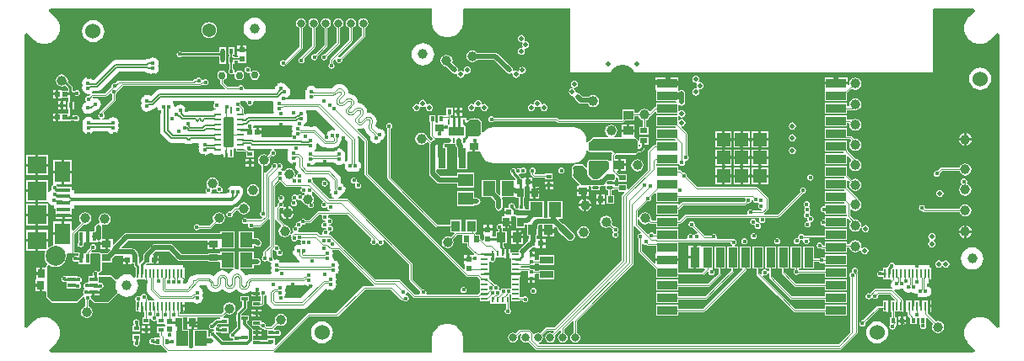
<source format=gtl>
G04*
G04 #@! TF.GenerationSoftware,Altium Limited,Altium Designer,20.0.13 (296)*
G04*
G04 Layer_Physical_Order=1*
G04 Layer_Color=255*
%FSLAX44Y44*%
%MOMM*%
G71*
G01*
G75*
%ADD10C,0.2500*%
%ADD14R,0.9000X1.0000*%
%ADD15R,0.5500X0.4500*%
%ADD16R,0.4500X0.5500*%
%ADD17R,0.7100X0.3000*%
%ADD18R,0.5200X0.5200*%
%ADD19R,0.3500X0.8500*%
%ADD20R,0.8500X0.3500*%
%ADD21R,0.6500X0.5500*%
%ADD22R,1.0000X0.9000*%
%ADD23R,0.6200X0.6200*%
%ADD24R,1.4000X0.7500*%
%ADD25R,0.5500X0.6500*%
%ADD26R,0.6200X0.6200*%
%ADD27R,0.2500X0.5750*%
%ADD28R,0.6750X0.2500*%
%ADD29R,0.4200X0.4600*%
G04:AMPARAMS|DCode=30|XSize=0.25mm|YSize=0.6mm|CornerRadius=0.025mm|HoleSize=0mm|Usage=FLASHONLY|Rotation=270.000|XOffset=0mm|YOffset=0mm|HoleType=Round|Shape=RoundedRectangle|*
%AMROUNDEDRECTD30*
21,1,0.2500,0.5500,0,0,270.0*
21,1,0.2000,0.6000,0,0,270.0*
1,1,0.0500,-0.2750,-0.1000*
1,1,0.0500,-0.2750,0.1000*
1,1,0.0500,0.2750,0.1000*
1,1,0.0500,0.2750,-0.1000*
%
%ADD30ROUNDEDRECTD30*%
G04:AMPARAMS|DCode=31|XSize=0.25mm|YSize=0.6mm|CornerRadius=0.025mm|HoleSize=0mm|Usage=FLASHONLY|Rotation=180.000|XOffset=0mm|YOffset=0mm|HoleType=Round|Shape=RoundedRectangle|*
%AMROUNDEDRECTD31*
21,1,0.2500,0.5500,0,0,180.0*
21,1,0.2000,0.6000,0,0,180.0*
1,1,0.0500,-0.1000,0.2750*
1,1,0.0500,0.1000,0.2750*
1,1,0.0500,0.1000,-0.2750*
1,1,0.0500,-0.1000,-0.2750*
%
%ADD31ROUNDEDRECTD31*%
%ADD32R,1.6000X2.1000*%
%ADD33R,1.3500X0.4000*%
%ADD34R,1.9000X1.8000*%
%ADD35R,1.9000X1.9000*%
%ADD36R,0.2300X0.9200*%
%ADD37R,0.7000X0.9000*%
%ADD38R,0.5200X0.5200*%
%ADD39R,0.9000X0.7000*%
%ADD40R,2.0000X0.8000*%
G04:AMPARAMS|DCode=41|XSize=0.3mm|YSize=0.67mm|CornerRadius=0.0495mm|HoleSize=0mm|Usage=FLASHONLY|Rotation=270.000|XOffset=0mm|YOffset=0mm|HoleType=Round|Shape=RoundedRectangle|*
%AMROUNDEDRECTD41*
21,1,0.3000,0.5710,0,0,270.0*
21,1,0.2010,0.6700,0,0,270.0*
1,1,0.0990,-0.2855,-0.1005*
1,1,0.0990,-0.2855,0.1005*
1,1,0.0990,0.2855,0.1005*
1,1,0.0990,0.2855,-0.1005*
%
%ADD41ROUNDEDRECTD41*%
%ADD42R,1.3000X1.5000*%
%ADD43R,1.5000X1.3000*%
%ADD44R,0.2800X0.5000*%
%ADD45R,1.6000X0.9000*%
%ADD46R,0.8000X2.0000*%
%ADD47R,1.3300X1.3300*%
%ADD48R,0.9000X2.0000*%
%ADD49R,2.0000X0.9000*%
%ADD99C,0.1386*%
%ADD100C,0.1016*%
%ADD101C,1.0000*%
G04:AMPARAMS|DCode=102|XSize=1mm|YSize=3mm|CornerRadius=0.05mm|HoleSize=0mm|Usage=FLASHONLY|Rotation=180.000|XOffset=0mm|YOffset=0mm|HoleType=Round|Shape=RoundedRectangle|*
%AMROUNDEDRECTD102*
21,1,1.0000,2.9000,0,0,180.0*
21,1,0.9000,3.0000,0,0,180.0*
1,1,0.1000,-0.4500,1.4500*
1,1,0.1000,0.4500,1.4500*
1,1,0.1000,0.4500,-1.4500*
1,1,0.1000,-0.4500,-1.4500*
%
%ADD102ROUNDEDRECTD102*%
%ADD103C,0.7500*%
%ADD104C,0.2540*%
%ADD105C,0.5000*%
%ADD106C,0.1270*%
%ADD107C,0.7000*%
%ADD108C,0.3000*%
%ADD109C,2.0000*%
%ADD110C,2.7000*%
%ADD111C,1.5240*%
%ADD112O,0.4064X0.4060*%
%ADD113O,1.9000X1.1000*%
%ADD114O,2.4000X1.1000*%
%ADD115C,0.8000*%
%ADD116R,0.8000X0.8000*%
%ADD117R,1.3680X1.3680*%
%ADD118C,1.3680*%
%ADD119C,0.4064*%
%ADD120C,0.5080*%
G36*
X-102125Y67961D02*
X-102125Y54914D01*
X-102111Y54848D01*
X-102120Y54781D01*
X-102003Y52986D01*
X-101951Y52792D01*
X-101938Y52592D01*
X-101009Y49125D01*
X-100891Y48885D01*
X-100805Y48633D01*
X-99010Y45524D01*
X-98834Y45324D01*
X-98686Y45102D01*
X-96148Y42564D01*
X-95926Y42416D01*
X-95725Y42240D01*
X-92617Y40445D01*
X-92364Y40359D01*
X-92125Y40241D01*
X-88658Y39313D01*
X-88392Y39295D01*
X-88130Y39243D01*
X-84541D01*
X-84279Y39295D01*
X-84013Y39312D01*
X-80546Y40241D01*
X-80307Y40360D01*
X-80054Y40445D01*
X-76946Y42240D01*
X-76745Y42416D01*
X-76523Y42564D01*
X-73985Y45102D01*
X-73837Y45324D01*
X-73661Y45524D01*
X-71866Y48633D01*
X-71781Y48885D01*
X-71663Y49125D01*
X-70734Y52592D01*
X-70721Y52792D01*
X-70669Y52986D01*
X-70551Y54781D01*
X-70560Y54848D01*
X-70546Y54914D01*
X-70546Y67063D01*
X-69648Y67961D01*
X37000Y67956D01*
Y4000D01*
X118560D01*
X119000Y3818D01*
X319000D01*
X319440Y4000D01*
X401000D01*
Y67042D01*
X401898Y67940D01*
X440000Y67938D01*
X440723D01*
X442113Y67533D01*
X442886Y67040D01*
X443221Y65584D01*
X437008Y59423D01*
X436968Y59363D01*
X436911Y59319D01*
X435725Y57967D01*
X435624Y57793D01*
X435492Y57642D01*
X433697Y54533D01*
X433611Y54281D01*
X433493Y54042D01*
X432565Y50574D01*
X432547Y50308D01*
X432495Y50047D01*
Y46457D01*
X432547Y46196D01*
X432565Y45929D01*
X433493Y42462D01*
X433611Y42223D01*
X433697Y41971D01*
X435492Y38862D01*
X435668Y38661D01*
X435816Y38440D01*
X438354Y35902D01*
X438576Y35753D01*
X438777Y35577D01*
X441885Y33783D01*
X442138Y33697D01*
X442377Y33579D01*
X445844Y32650D01*
X446110Y32633D01*
X446372Y32581D01*
X449961D01*
X450223Y32633D01*
X450489Y32650D01*
X453956Y33579D01*
X454195Y33697D01*
X454448Y33783D01*
X457556Y35577D01*
X457666Y35674D01*
X457796Y35740D01*
X459205Y36846D01*
X459286Y36941D01*
X459390Y37011D01*
X465598Y43244D01*
X467048Y42900D01*
X467551Y42109D01*
X467957Y40717D01*
X467961Y39994D01*
X467961Y-250000D01*
Y-250724D01*
X467556Y-252113D01*
X467062Y-252888D01*
X465606Y-253225D01*
X459421Y-247006D01*
X459362Y-246967D01*
X459319Y-246911D01*
X457967Y-245725D01*
X457793Y-245624D01*
X457642Y-245492D01*
X454533Y-243697D01*
X454281Y-243612D01*
X454042Y-243493D01*
X450574Y-242565D01*
X450308Y-242547D01*
X450047Y-242495D01*
X446457D01*
X446196Y-242547D01*
X445929Y-242565D01*
X442462Y-243493D01*
X442223Y-243612D01*
X441971Y-243697D01*
X438862Y-245492D01*
X438661Y-245668D01*
X438440Y-245816D01*
X435901Y-248354D01*
X435753Y-248576D01*
X435578Y-248776D01*
X433783Y-251885D01*
X433697Y-252138D01*
X433579Y-252377D01*
X432650Y-255844D01*
X432633Y-256110D01*
X432581Y-256372D01*
Y-259961D01*
X432633Y-260223D01*
X432650Y-260489D01*
X433579Y-263956D01*
X433697Y-264195D01*
X433783Y-264448D01*
X435578Y-267556D01*
X435681Y-267674D01*
X435752Y-267812D01*
X436882Y-269221D01*
X436970Y-269295D01*
X437034Y-269391D01*
X443268Y-275599D01*
X442923Y-277048D01*
X442132Y-277551D01*
X440740Y-277957D01*
X440017Y-277961D01*
X-70461Y-277961D01*
X-70461Y-265000D01*
X-70474Y-264934D01*
X-70465Y-264867D01*
X-70583Y-263072D01*
X-70635Y-262878D01*
X-70648Y-262678D01*
X-71577Y-259210D01*
X-71695Y-258971D01*
X-71781Y-258719D01*
X-73576Y-255610D01*
X-73751Y-255410D01*
X-73900Y-255188D01*
X-76438Y-252650D01*
X-76659Y-252501D01*
X-76860Y-252325D01*
X-79969Y-250531D01*
X-80221Y-250445D01*
X-80460Y-250327D01*
X-83927Y-249398D01*
X-84194Y-249381D01*
X-84455Y-249329D01*
X-88045D01*
X-88306Y-249381D01*
X-88573Y-249398D01*
X-92040Y-250327D01*
X-92279Y-250445D01*
X-92531Y-250531D01*
X-95640Y-252325D01*
X-95841Y-252501D01*
X-96062Y-252650D01*
X-98601Y-255188D01*
X-98749Y-255410D01*
X-98925Y-255610D01*
X-100719Y-258719D01*
X-100805Y-258971D01*
X-100923Y-259210D01*
X-101852Y-262678D01*
X-101865Y-262878D01*
X-101917Y-263072D01*
X-102035Y-264867D01*
X-102026Y-264934D01*
X-102039Y-265000D01*
X-102039Y-277063D01*
X-102937Y-277961D01*
X-260104Y-277951D01*
X-260357Y-276681D01*
X-259566Y-276354D01*
X-225133Y-241921D01*
X-197424D01*
X-196270Y-241443D01*
X-169231Y-214404D01*
X-143638D01*
X-133116Y-224926D01*
X-131962Y-225404D01*
X-130753D01*
X-130383Y-225958D01*
X-129380Y-226628D01*
X-128197Y-226863D01*
X-127014Y-226628D01*
X-126011Y-225958D01*
X-125341Y-224955D01*
X-125106Y-223772D01*
X-125341Y-222589D01*
X-126011Y-221586D01*
X-127014Y-220916D01*
X-127824Y-220755D01*
X-128206Y-219512D01*
X-128206Y-219482D01*
X-128143Y-219440D01*
X-127472Y-218437D01*
X-127331Y-217725D01*
X-126088Y-217226D01*
X-126035Y-217225D01*
X-121021Y-222239D01*
X-119867Y-222718D01*
X-55085D01*
X-54777Y-222590D01*
X-53507Y-223438D01*
Y-226492D01*
X-44757D01*
Y-225213D01*
X-44527Y-225059D01*
X-43257Y-225738D01*
Y-228742D01*
X-39527D01*
X-38757Y-228742D01*
Y-228742D01*
X-38257D01*
Y-228742D01*
X-34527D01*
X-33757Y-228742D01*
Y-228742D01*
X-33257D01*
Y-228742D01*
X-28757D01*
X-28757Y-228742D01*
X-27639Y-229109D01*
Y-234187D01*
X-27807Y-234298D01*
X-28477Y-235301D01*
X-28712Y-236485D01*
X-28477Y-237668D01*
X-27807Y-238670D01*
X-26804Y-239340D01*
X-25621Y-239576D01*
X-24438Y-239340D01*
X-23435Y-238670D01*
X-22765Y-237668D01*
X-22529Y-236485D01*
X-22765Y-235301D01*
X-23435Y-234298D01*
X-24375Y-233671D01*
Y-228742D01*
X-23757D01*
Y-220992D01*
X-23757D01*
X-24121Y-219722D01*
X-23903Y-219347D01*
X-23355Y-219232D01*
X-22257Y-219819D01*
X-22257Y-221492D01*
X-22257Y-222762D01*
Y-226492D01*
X-13507D01*
Y-225874D01*
X-10771D01*
X-10289Y-226596D01*
X-9286Y-227266D01*
X-8103Y-227502D01*
X-6920Y-227266D01*
X-5917Y-226596D01*
X-5247Y-225593D01*
X-5011Y-224410D01*
X-5247Y-223227D01*
X-5917Y-222224D01*
X-6920Y-221554D01*
X-8103Y-221319D01*
X-9286Y-221554D01*
X-10289Y-222224D01*
X-10546Y-222610D01*
X-13139D01*
X-13507Y-221492D01*
X-13507Y-220722D01*
Y-216992D01*
X-13507D01*
Y-216492D01*
X-13507D01*
Y-212762D01*
X-13507Y-211992D01*
X-13507Y-210722D01*
X-13507Y-206992D01*
X-13507Y-205722D01*
Y-201992D01*
X-13007D01*
Y-200512D01*
X-22757D01*
Y-201992D01*
X-22257D01*
Y-205722D01*
X-22257Y-206492D01*
X-22257Y-207762D01*
X-22257Y-211492D01*
X-22257Y-212835D01*
X-23527Y-213514D01*
X-23591Y-213471D01*
X-24774Y-213236D01*
X-25957Y-213471D01*
X-26594Y-213897D01*
X-27459Y-214052D01*
X-28324Y-213897D01*
X-28962Y-213471D01*
X-30145Y-213236D01*
X-31328Y-213471D01*
X-32331Y-214141D01*
X-32724Y-214730D01*
X-33038Y-215143D01*
X-34286Y-215097D01*
X-34439Y-214995D01*
X-34841Y-214024D01*
X-34805Y-213970D01*
X-34570Y-212787D01*
X-34805Y-211604D01*
X-35475Y-210601D01*
X-36478Y-209931D01*
X-37661Y-209696D01*
X-38447Y-209852D01*
X-44469Y-203830D01*
X-44757Y-203710D01*
Y-201992D01*
X-44257D01*
Y-200512D01*
X-49132D01*
Y-197972D01*
X-44257D01*
Y-196492D01*
X-44757Y-196492D01*
Y-192762D01*
X-44757Y-191992D01*
X-44757Y-190722D01*
X-44757Y-186492D01*
X-43487Y-186110D01*
X-43327Y-186350D01*
X-42324Y-187020D01*
X-41141Y-187255D01*
X-39958Y-187020D01*
X-38955Y-186350D01*
X-38285Y-185347D01*
X-38049Y-184164D01*
X-38129Y-183762D01*
X-37207Y-182501D01*
X-37186Y-182492D01*
X-33757D01*
Y-182492D01*
X-33257D01*
Y-182492D01*
X-32487Y-182492D01*
X-28757D01*
X-28757Y-182992D01*
X-27277D01*
Y-178617D01*
Y-174242D01*
X-28693D01*
Y-173379D01*
X-28869Y-172493D01*
X-29371Y-171742D01*
X-30004Y-171108D01*
Y-168022D01*
X-26818D01*
Y-156022D01*
X-30622D01*
Y-153000D01*
X-28270D01*
Y-148270D01*
X-32395D01*
X-33270Y-148851D01*
X-33854Y-148735D01*
X-35037Y-148970D01*
X-36040Y-149641D01*
X-36710Y-150644D01*
X-36946Y-151827D01*
X-36710Y-153010D01*
X-36040Y-154012D01*
X-35251Y-154540D01*
Y-155847D01*
X-35425Y-156022D01*
X-37819D01*
Y-161144D01*
X-40687D01*
X-41183Y-160649D01*
X-41480Y-159874D01*
X-41085Y-159034D01*
X-41085Y-158271D01*
Y-155704D01*
X-50285D01*
Y-159034D01*
X-49785Y-160097D01*
Y-164749D01*
X-50958Y-165235D01*
X-52520Y-163673D01*
X-53603Y-163225D01*
Y-159759D01*
X-57963D01*
Y-159116D01*
X-58441Y-157962D01*
X-57862Y-156744D01*
X-56645D01*
Y-144744D01*
X-67645D01*
Y-156368D01*
X-72645D01*
Y-144744D01*
X-83645D01*
Y-149112D01*
X-95745D01*
X-143117Y-101740D01*
Y-52707D01*
X-142563Y-52337D01*
X-141893Y-51334D01*
X-141658Y-50151D01*
X-141893Y-48968D01*
X-142563Y-47965D01*
X-143566Y-47295D01*
X-144749Y-47060D01*
X-145932Y-47295D01*
X-146935Y-47965D01*
X-147605Y-48968D01*
X-147841Y-50151D01*
X-147605Y-51334D01*
X-146935Y-52337D01*
X-146382Y-52707D01*
Y-102416D01*
X-145904Y-103570D01*
X-97575Y-151898D01*
X-96421Y-152377D01*
X-83645D01*
Y-156744D01*
X-79864D01*
X-79338Y-158014D01*
X-83090Y-161767D01*
X-83691Y-161365D01*
X-86032Y-160900D01*
X-88373Y-161365D01*
X-90358Y-162691D01*
X-91684Y-164676D01*
X-92150Y-167017D01*
X-91684Y-169358D01*
X-90358Y-171343D01*
X-88373Y-172669D01*
X-86032Y-173135D01*
X-83691Y-172669D01*
X-81707Y-171343D01*
X-80381Y-169358D01*
X-79915Y-167017D01*
X-80381Y-164676D01*
X-80782Y-164075D01*
X-76339Y-159632D01*
X-72320D01*
X-71103Y-159760D01*
Y-168260D01*
X-66743D01*
Y-170614D01*
X-66265Y-171769D01*
X-62430Y-175604D01*
X-62430Y-175604D01*
X-59327Y-178707D01*
X-60213Y-179617D01*
X-63526D01*
Y-184217D01*
X-64796D01*
Y-185487D01*
X-69396D01*
Y-188817D01*
X-68896Y-189880D01*
Y-193482D01*
X-70069Y-193968D01*
X-166368Y-97669D01*
Y-65000D01*
X-166846Y-63845D01*
X-176731Y-53960D01*
X-176138Y-52757D01*
X-174317Y-52997D01*
X-172031Y-52696D01*
X-171144Y-52329D01*
X-169742Y-53122D01*
X-169089Y-54699D01*
X-167752Y-56441D01*
X-167686Y-56540D01*
X-165853Y-58373D01*
X-165745Y-58534D01*
X-163714Y-60565D01*
X-164010Y-62054D01*
X-163557Y-64333D01*
X-162266Y-66266D01*
X-160333Y-67557D01*
X-158054Y-68010D01*
X-155774Y-67557D01*
X-153842Y-66266D01*
X-152551Y-64333D01*
X-152491Y-64035D01*
X-152193Y-63976D01*
X-150261Y-62685D01*
X-148970Y-60752D01*
X-148517Y-58473D01*
X-148970Y-56193D01*
X-150261Y-54261D01*
X-152193Y-52970D01*
X-154473Y-52516D01*
X-155961Y-52812D01*
X-157253Y-51521D01*
X-157360Y-51360D01*
X-158627Y-50093D01*
X-158438Y-49847D01*
X-157556Y-47717D01*
X-157255Y-45431D01*
X-157556Y-43146D01*
X-158438Y-41016D01*
X-159102Y-40151D01*
X-159759Y-39295D01*
X-159835Y-39181D01*
X-159949Y-39104D01*
X-160805Y-38448D01*
X-161670Y-37784D01*
X-163800Y-36902D01*
X-166085Y-36601D01*
X-166751Y-35935D01*
X-167052Y-33649D01*
X-167934Y-31520D01*
X-168598Y-30654D01*
X-169255Y-29799D01*
X-169331Y-29684D01*
X-169445Y-29608D01*
X-170301Y-28951D01*
X-171166Y-28287D01*
X-173296Y-27405D01*
X-175582Y-27104D01*
X-176248Y-26439D01*
X-176549Y-24153D01*
X-177431Y-22023D01*
X-178095Y-21158D01*
X-178751Y-20302D01*
X-178828Y-20188D01*
X-178942Y-20112D01*
X-179798Y-19455D01*
X-180663Y-18791D01*
X-182793Y-17909D01*
X-185078Y-17608D01*
X-185744Y-16942D01*
X-186045Y-14657D01*
X-186927Y-12527D01*
X-187591Y-11662D01*
X-188248Y-10806D01*
X-188324Y-10692D01*
X-188438Y-10615D01*
X-189294Y-9959D01*
X-190159Y-9295D01*
X-192289Y-8413D01*
X-194575Y-8112D01*
X-196860Y-8413D01*
X-198990Y-9295D01*
X-199889Y-9984D01*
X-200756Y-10645D01*
X-200857Y-10706D01*
X-200861Y-10708D01*
X-200862Y-10710D01*
X-200862Y-10728D01*
X-202674Y-12540D01*
X-217981D01*
X-218824Y-11278D01*
X-220757Y-9987D01*
X-223036Y-9534D01*
X-225316Y-9987D01*
X-227248Y-11278D01*
X-228539Y-13211D01*
X-228993Y-15490D01*
X-228539Y-17770D01*
X-228370Y-18022D01*
X-228539Y-18275D01*
X-228993Y-20554D01*
X-228640Y-22327D01*
X-229440Y-23597D01*
X-250362D01*
X-250859Y-22327D01*
X-250270Y-21783D01*
X-249864Y-21863D01*
X-247584Y-21410D01*
X-245652Y-20119D01*
X-244361Y-18186D01*
X-243907Y-15907D01*
X-244361Y-13627D01*
X-245652Y-11695D01*
X-247584Y-10404D01*
X-247882Y-10345D01*
X-247941Y-10047D01*
X-249233Y-8114D01*
X-251165Y-6823D01*
X-253444Y-6370D01*
X-255724Y-6823D01*
X-257656Y-8114D01*
X-258948Y-10047D01*
X-259401Y-12326D01*
X-260408Y-13501D01*
X-289436D01*
X-290423Y-12231D01*
X-290368Y-11953D01*
X-290603Y-10770D01*
X-291273Y-9767D01*
X-292276Y-9097D01*
X-293459Y-8862D01*
X-294642Y-9097D01*
X-295645Y-9767D01*
X-296015Y-10321D01*
X-306861D01*
X-310905Y-6276D01*
Y-3725D01*
X-310684Y-3681D01*
X-309113Y-2631D01*
X-308063Y-1060D01*
X-307695Y794D01*
X-308063Y2647D01*
X-309113Y4218D01*
X-310684Y5268D01*
X-312538Y5637D01*
X-314391Y5268D01*
X-315962Y4218D01*
X-317012Y2647D01*
X-317381Y794D01*
X-317012Y-1060D01*
X-315962Y-2631D01*
X-314391Y-3681D01*
X-314170Y-3725D01*
Y-6952D01*
X-313692Y-8107D01*
X-309568Y-12231D01*
X-310094Y-13501D01*
X-375484D01*
X-377241Y-13850D01*
X-378730Y-14846D01*
X-384125Y-20240D01*
X-385720Y-19174D01*
X-388000Y-18721D01*
X-390279Y-19174D01*
X-392212Y-20465D01*
X-393503Y-22398D01*
X-393956Y-24677D01*
X-393503Y-26957D01*
X-393334Y-27209D01*
X-393503Y-27462D01*
X-393956Y-29741D01*
X-393503Y-32021D01*
X-392212Y-33953D01*
X-390279Y-35244D01*
X-388000Y-35698D01*
X-385720Y-35244D01*
X-383788Y-33953D01*
X-383237Y-33129D01*
X-382172D01*
X-380415Y-32780D01*
X-378925Y-31784D01*
X-378403Y-31262D01*
X-377025Y-31680D01*
X-376707Y-33279D01*
X-375416Y-35212D01*
X-374591Y-35763D01*
Y-55757D01*
X-374242Y-57514D01*
X-373247Y-59004D01*
X-366458Y-65792D01*
X-364968Y-66788D01*
X-363211Y-67137D01*
X-349790D01*
X-348751Y-67831D01*
X-346994Y-68181D01*
X-345296D01*
X-343539Y-67831D01*
X-342500Y-67137D01*
X-338304D01*
X-338304Y-67137D01*
X-336750D01*
X-335944Y-68119D01*
X-336057Y-68685D01*
X-335603Y-70965D01*
X-335435Y-71217D01*
X-335603Y-71470D01*
X-336057Y-73749D01*
X-335603Y-76029D01*
X-334312Y-77961D01*
X-332380Y-79253D01*
X-330100Y-79706D01*
X-327821Y-79253D01*
X-325888Y-77961D01*
X-325338Y-77137D01*
X-323230D01*
X-322891Y-77645D01*
X-321548Y-78542D01*
X-319964Y-78857D01*
X-314464D01*
X-312880Y-78542D01*
X-312268Y-78133D01*
X-310998Y-78812D01*
Y-80468D01*
X-310862Y-81150D01*
X-310475Y-81729D01*
X-309897Y-82116D01*
X-309484Y-82198D01*
Y-77717D01*
X-306944D01*
Y-82198D01*
X-306531Y-82116D01*
X-306295Y-81959D01*
X-305170Y-81424D01*
X-304214Y-81820D01*
X-302214D01*
X-301257Y-81424D01*
X-300861Y-80468D01*
Y-74967D01*
X-301202Y-74145D01*
X-300746Y-72862D01*
X-300194Y-72722D01*
X-299871Y-72658D01*
X-298548Y-73542D01*
X-298317Y-73588D01*
Y-74717D01*
X-297920Y-75674D01*
X-296964Y-76070D01*
X-291464D01*
X-290507Y-75674D01*
X-289349Y-76175D01*
X-288303Y-77221D01*
Y-81413D01*
X-280803D01*
Y-74913D01*
X-285995D01*
X-287501Y-73407D01*
X-286975Y-72137D01*
X-285240D01*
X-284100Y-72898D01*
X-282344Y-73248D01*
X-262789D01*
X-262663Y-74518D01*
X-263666Y-75188D01*
X-264336Y-76191D01*
X-264561Y-77322D01*
X-266904Y-79664D01*
X-268173Y-78816D01*
X-270514Y-78351D01*
X-272855Y-78816D01*
X-274839Y-80143D01*
X-276166Y-82127D01*
X-276631Y-84468D01*
X-276166Y-86809D01*
X-274839Y-88794D01*
X-273300Y-89823D01*
Y-135966D01*
X-273853Y-136336D01*
X-274524Y-137339D01*
X-274759Y-138522D01*
X-274524Y-139705D01*
X-273853Y-140708D01*
X-272907Y-141341D01*
X-272846Y-141397D01*
X-272511Y-142741D01*
X-273511Y-143741D01*
X-287017D01*
X-287387Y-143188D01*
X-288390Y-142517D01*
X-289573Y-142282D01*
X-290756Y-142517D01*
X-291759Y-143188D01*
X-292429Y-144191D01*
X-292664Y-145373D01*
X-292429Y-146557D01*
X-291759Y-147559D01*
X-290756Y-148230D01*
X-289573Y-148465D01*
X-288390Y-148230D01*
X-287554Y-147671D01*
X-287024Y-147640D01*
X-286967Y-147653D01*
X-286205Y-148799D01*
X-286441Y-149982D01*
X-286205Y-151165D01*
X-285535Y-152168D01*
X-284532Y-152838D01*
X-283349Y-153073D01*
X-282166Y-152838D01*
X-281163Y-152168D01*
X-280793Y-151614D01*
X-274592D01*
X-273438Y-151136D01*
X-266069Y-143767D01*
X-264799Y-144293D01*
Y-169634D01*
X-270760Y-175594D01*
X-271238Y-176748D01*
Y-180712D01*
X-271791Y-181082D01*
X-272461Y-182085D01*
X-272697Y-183268D01*
X-272461Y-184451D01*
X-271791Y-185454D01*
X-270788Y-186124D01*
X-269606Y-186359D01*
X-268422Y-186124D01*
X-267784Y-185697D01*
X-267276Y-185511D01*
X-266213Y-185935D01*
X-265980Y-186284D01*
X-264977Y-186954D01*
X-263794Y-187190D01*
X-263702Y-187277D01*
X-262975Y-188322D01*
X-263369Y-190302D01*
X-262916Y-192581D01*
X-262747Y-192834D01*
X-262916Y-193086D01*
X-263369Y-195366D01*
X-262916Y-197645D01*
X-262657Y-198032D01*
X-263256Y-199152D01*
X-283394D01*
X-283496Y-199173D01*
X-285744Y-199469D01*
X-287935Y-200376D01*
X-289474Y-199956D01*
X-289958Y-198789D01*
X-291401Y-196908D01*
X-293282Y-195464D01*
X-294496Y-194962D01*
X-294243Y-193692D01*
X-280664D01*
Y-190274D01*
X-277335D01*
X-277130Y-190315D01*
X-275749Y-190040D01*
X-274578Y-189258D01*
X-273795Y-188087D01*
X-273521Y-186706D01*
X-273795Y-185324D01*
X-274578Y-184153D01*
X-275749Y-183371D01*
X-277130Y-183096D01*
X-277335Y-183137D01*
X-280664D01*
Y-176692D01*
X-295664D01*
Y-193251D01*
X-296639Y-194404D01*
X-297721Y-194261D01*
X-297824Y-194241D01*
X-297926Y-194261D01*
X-298670Y-194359D01*
X-299664Y-193209D01*
Y-176692D01*
X-314664D01*
Y-177195D01*
X-315540Y-178102D01*
X-326540D01*
Y-179033D01*
X-353184D01*
X-362160Y-170057D01*
X-363318Y-169284D01*
X-364683Y-169012D01*
X-380067D01*
X-381433Y-169284D01*
X-382590Y-170057D01*
X-390559Y-178026D01*
X-391332Y-179184D01*
X-391604Y-180549D01*
Y-181049D01*
X-391735D01*
Y-184976D01*
X-394637Y-187877D01*
X-394807Y-188132D01*
X-396077Y-187747D01*
Y-181211D01*
X-396208D01*
Y-179760D01*
X-396480Y-178394D01*
X-397253Y-177237D01*
X-400082Y-174408D01*
X-401240Y-173634D01*
X-402606Y-173362D01*
X-413310D01*
X-413796Y-172189D01*
X-406777Y-165170D01*
X-327040D01*
Y-167332D01*
X-321040D01*
Y-168602D01*
X-319770D01*
Y-173602D01*
X-315040D01*
Y-173602D01*
X-314628Y-173148D01*
X-299628D01*
Y-156148D01*
X-314628D01*
Y-158033D01*
X-408255D01*
X-409621Y-158305D01*
X-410778Y-159078D01*
X-421187Y-169487D01*
X-422360Y-169001D01*
Y-163897D01*
X-427090D01*
Y-168897D01*
Y-173897D01*
X-425203D01*
X-424677Y-175166D01*
X-427907Y-178396D01*
X-433860D01*
X-433860Y-178396D01*
Y-178396D01*
X-434749Y-177602D01*
X-434763Y-177588D01*
X-435144Y-177430D01*
X-435527Y-177271D01*
X-443113Y-177262D01*
X-443638Y-175991D01*
X-442638Y-174991D01*
X-441985Y-175121D01*
X-440802Y-174885D01*
X-439799Y-174215D01*
X-439129Y-173212D01*
X-438894Y-172029D01*
X-439129Y-170846D01*
X-439799Y-169843D01*
X-440802Y-169173D01*
X-441985Y-168938D01*
X-443168Y-169173D01*
X-444171Y-169843D01*
X-444841Y-170846D01*
X-445077Y-172029D01*
X-444947Y-172682D01*
X-448520Y-176256D01*
X-448998Y-177410D01*
Y-177443D01*
X-449637Y-178082D01*
X-450616Y-177841D01*
X-450616Y-177841D01*
X-450616Y-177841D01*
X-452596D01*
Y-183591D01*
X-455136D01*
Y-177841D01*
X-455739D01*
X-455841Y-177586D01*
X-455848Y-177583D01*
X-455851Y-177576D01*
X-456228Y-177420D01*
X-456603Y-177259D01*
X-457866Y-177243D01*
X-457872Y-177246D01*
X-457878Y-177243D01*
X-460615Y-177240D01*
Y-158371D01*
X-451116Y-148872D01*
X-449966Y-149101D01*
X-447625Y-148635D01*
X-445640Y-147309D01*
X-444314Y-145324D01*
X-443849Y-142983D01*
X-444314Y-140642D01*
X-445640Y-138658D01*
X-447625Y-137331D01*
X-449966Y-136866D01*
X-452307Y-137331D01*
X-454292Y-138658D01*
X-455618Y-140642D01*
X-456084Y-142983D01*
X-455618Y-145324D01*
X-454292Y-147309D01*
X-454281Y-147421D01*
X-462087Y-155227D01*
X-463260Y-154741D01*
Y-146407D01*
X-471490D01*
Y-158407D01*
X-472760D01*
Y-159677D01*
X-482260D01*
Y-170236D01*
X-482622Y-170283D01*
X-485298Y-171392D01*
X-486121Y-172024D01*
X-487260Y-171462D01*
Y-166677D01*
X-496990D01*
Y-175907D01*
X-490690D01*
X-489984Y-176963D01*
X-490467Y-178128D01*
X-490845Y-181000D01*
X-490467Y-183872D01*
X-489358Y-186548D01*
X-487595Y-188845D01*
X-487586Y-188990D01*
X-488765Y-190169D01*
X-489082Y-190934D01*
Y-191173D01*
X-489281Y-192360D01*
X-490352Y-192360D01*
X-493010D01*
Y-198361D01*
X-494281D01*
Y-199631D01*
X-499281D01*
Y-204213D01*
X-499493D01*
Y-208943D01*
X-494493D01*
Y-210213D01*
X-493223D01*
Y-216213D01*
X-490352D01*
X-489082Y-217312D01*
Y-222081D01*
X-488765Y-222846D01*
X-488765Y-222846D01*
X-484014Y-227597D01*
X-484014Y-227597D01*
X-483249Y-227914D01*
X-457997Y-227914D01*
X-457232Y-227597D01*
X-457232Y-227597D01*
X-451638Y-222002D01*
X-450467Y-222628D01*
X-450535Y-222968D01*
X-450300Y-224151D01*
X-449630Y-225154D01*
X-449538Y-225215D01*
Y-231470D01*
X-450708Y-231703D01*
X-452693Y-233029D01*
X-454019Y-235014D01*
X-454485Y-237355D01*
X-454019Y-239696D01*
X-452693Y-241681D01*
X-450708Y-243007D01*
X-448367Y-243473D01*
X-446026Y-243007D01*
X-444042Y-241681D01*
X-442715Y-239696D01*
X-442250Y-237355D01*
X-442715Y-235014D01*
X-444042Y-233029D01*
X-446026Y-231703D01*
X-446273Y-231654D01*
Y-225827D01*
X-446260Y-225824D01*
X-445258Y-225154D01*
X-445245Y-225135D01*
X-443981Y-225011D01*
X-441132Y-227860D01*
X-440366Y-228177D01*
X-426866D01*
X-426101Y-227860D01*
X-426101Y-227860D01*
X-417343Y-219102D01*
X-417340Y-219094D01*
X-416910Y-218906D01*
X-415853Y-218791D01*
X-413817Y-220353D01*
X-411111Y-221474D01*
X-408206Y-221856D01*
X-405302Y-221474D01*
X-402596Y-220353D01*
X-400272Y-218570D01*
X-398489Y-216246D01*
X-397368Y-213540D01*
X-396986Y-210635D01*
X-397368Y-207731D01*
X-398304Y-205470D01*
X-397654Y-204200D01*
X-391650D01*
Y-204700D01*
X-389960D01*
Y-207010D01*
X-388482D01*
Y-214878D01*
X-388147Y-216563D01*
X-387193Y-217991D01*
X-380653Y-224530D01*
X-381180Y-225800D01*
X-387216D01*
Y-224101D01*
X-387694Y-222946D01*
X-387915Y-222726D01*
X-387785Y-222073D01*
X-388020Y-220890D01*
X-388690Y-219887D01*
X-389693Y-219217D01*
X-390876Y-218981D01*
X-392059Y-219217D01*
X-393062Y-219887D01*
X-393732Y-220890D01*
X-393766Y-221062D01*
X-393776Y-221071D01*
X-395157Y-221544D01*
X-395626Y-221230D01*
X-396809Y-220995D01*
X-397992Y-221230D01*
X-398995Y-221900D01*
X-399665Y-222903D01*
X-399900Y-224086D01*
X-399665Y-225269D01*
X-399150Y-226040D01*
Y-237000D01*
X-395650D01*
Y-237500D01*
X-394270D01*
Y-231400D01*
X-391730D01*
Y-237500D01*
X-390632D01*
Y-242656D01*
X-392662D01*
Y-249156D01*
X-385162D01*
Y-244472D01*
X-384297Y-243809D01*
X-384039Y-243884D01*
X-383612Y-244176D01*
X-383547Y-244503D01*
X-382877Y-245506D01*
X-381874Y-246176D01*
X-380691Y-246411D01*
X-379508Y-246176D01*
X-378809Y-245709D01*
X-377771Y-246087D01*
X-377539Y-246271D01*
Y-249410D01*
X-370219D01*
X-369481Y-250141D01*
X-369301Y-250444D01*
Y-250946D01*
X-370039Y-251910D01*
X-370571Y-251910D01*
X-377539D01*
Y-258410D01*
X-375543D01*
Y-260487D01*
X-375065Y-261641D01*
X-374546Y-261856D01*
X-374374Y-262027D01*
X-374901Y-263297D01*
X-380330D01*
X-380331Y-263297D01*
X-381600Y-263632D01*
X-382421Y-263468D01*
X-383604Y-263704D01*
X-384607Y-264374D01*
X-385277Y-265377D01*
X-385513Y-266560D01*
X-385277Y-267743D01*
X-384607Y-268746D01*
X-383604Y-269416D01*
X-382421Y-269651D01*
X-381600Y-269488D01*
X-380596Y-270067D01*
X-380331Y-270337D01*
Y-270797D01*
X-374644D01*
X-373940Y-270797D01*
X-373036Y-271540D01*
X-372915Y-271654D01*
X-368215Y-276354D01*
X-367440Y-276675D01*
X-367692Y-277945D01*
X-482921Y-277938D01*
X-483645D01*
X-485034Y-277533D01*
X-485807Y-277040D01*
X-486142Y-275584D01*
X-479929Y-269423D01*
X-479889Y-269363D01*
X-479832Y-269319D01*
X-478646Y-267967D01*
X-478546Y-267793D01*
X-478413Y-267642D01*
X-476619Y-264533D01*
X-476533Y-264281D01*
X-476415Y-264042D01*
X-475486Y-260574D01*
X-475468Y-260308D01*
X-475416Y-260047D01*
Y-256457D01*
X-475468Y-256196D01*
X-475486Y-255930D01*
X-476415Y-252462D01*
X-476533Y-252223D01*
X-476619Y-251971D01*
X-478413Y-248862D01*
X-478589Y-248661D01*
X-478737Y-248440D01*
X-481275Y-245902D01*
X-481497Y-245753D01*
X-481698Y-245578D01*
X-484806Y-243783D01*
X-485059Y-243697D01*
X-485298Y-243579D01*
X-488765Y-242650D01*
X-489031Y-242633D01*
X-489293Y-242581D01*
X-492882D01*
X-493144Y-242633D01*
X-493410Y-242650D01*
X-496877Y-243579D01*
X-497117Y-243697D01*
X-497369Y-243783D01*
X-500478Y-245578D01*
X-500588Y-245674D01*
X-500718Y-245740D01*
X-502126Y-246846D01*
X-502208Y-246941D01*
X-502312Y-247011D01*
X-508520Y-253244D01*
X-509969Y-252900D01*
X-510473Y-252109D01*
X-510878Y-250717D01*
X-510882Y-249994D01*
X-510938Y40000D01*
Y40724D01*
X-510533Y42113D01*
X-510026Y42909D01*
X-508576Y43267D01*
X-502236Y37071D01*
X-502189Y37041D01*
X-502155Y36996D01*
X-500803Y35810D01*
X-500629Y35710D01*
X-500478Y35577D01*
X-497369Y33783D01*
X-497117Y33697D01*
X-496877Y33579D01*
X-493410Y32650D01*
X-493144Y32633D01*
X-492882Y32580D01*
X-489293D01*
X-489032Y32633D01*
X-488765Y32650D01*
X-485298Y33579D01*
X-485059Y33697D01*
X-484806Y33783D01*
X-481698Y35577D01*
X-481497Y35753D01*
X-481275Y35902D01*
X-478737Y38440D01*
X-478589Y38661D01*
X-478413Y38862D01*
X-476619Y41971D01*
X-476533Y42223D01*
X-476415Y42462D01*
X-475486Y45929D01*
X-475468Y46196D01*
X-475416Y46457D01*
Y50047D01*
X-475468Y50308D01*
X-475486Y50574D01*
X-476415Y54042D01*
X-476533Y54281D01*
X-476619Y54533D01*
X-478413Y57642D01*
X-478576Y57827D01*
X-478708Y58035D01*
X-479979Y59358D01*
X-479998Y59371D01*
X-480011Y59390D01*
X-486244Y65598D01*
X-485900Y67048D01*
X-485109Y67551D01*
X-483717Y67957D01*
X-482994Y67961D01*
X-102125Y67961D01*
D02*
G37*
G36*
X-261253Y-26322D02*
X-261489Y-27506D01*
X-261035Y-29786D01*
X-260867Y-30038D01*
X-261035Y-30291D01*
X-261489Y-32570D01*
X-261035Y-34850D01*
X-260174Y-36139D01*
X-260853Y-37408D01*
X-286111D01*
X-287868Y-37758D01*
X-288841Y-38408D01*
X-290111Y-37769D01*
Y-37718D01*
X-290507Y-36761D01*
X-291025Y-36546D01*
Y-32343D01*
X-291503Y-31188D01*
X-293955Y-28736D01*
X-293908Y-28500D01*
X-294143Y-27317D01*
X-294615Y-26610D01*
X-294249Y-25591D01*
X-294053Y-25340D01*
X-288694D01*
X-287652Y-26610D01*
X-287667Y-26687D01*
X-287431Y-27870D01*
X-286761Y-28872D01*
X-285758Y-29543D01*
X-284575Y-29778D01*
X-283392Y-29543D01*
X-282389Y-28872D01*
X-281719Y-27870D01*
X-281484Y-26687D01*
X-281499Y-26610D01*
X-280457Y-25340D01*
X-262059D01*
X-261253Y-26322D01*
D02*
G37*
G36*
X-320128Y-25554D02*
X-320304Y-27199D01*
X-320974Y-28202D01*
X-321210Y-29385D01*
X-320974Y-30568D01*
X-320304Y-31571D01*
X-319301Y-32241D01*
X-318964Y-32308D01*
X-319089Y-33578D01*
X-319964D01*
X-321548Y-33893D01*
X-322891Y-34790D01*
X-323230Y-35298D01*
X-323394D01*
X-323394Y-35298D01*
X-347527D01*
X-348692Y-34649D01*
X-349146Y-32369D01*
X-350437Y-30437D01*
X-352369Y-29146D01*
X-354649Y-28692D01*
X-356928Y-29146D01*
X-358861Y-30437D01*
X-358968Y-30598D01*
X-360317Y-30330D01*
X-360637Y-28721D01*
X-361928Y-26788D01*
X-362194Y-26610D01*
X-361809Y-25340D01*
X-320285D01*
X-320128Y-25554D01*
D02*
G37*
G36*
X-199528Y-52698D02*
X-199617Y-53856D01*
X-200331Y-54379D01*
X-201626Y-54121D01*
X-203906Y-54575D01*
X-205838Y-55866D01*
X-207129Y-57798D01*
X-207364Y-58978D01*
X-208742Y-59396D01*
X-216831Y-51307D01*
X-218259Y-50353D01*
X-219944Y-50018D01*
X-230139D01*
X-230455Y-49545D01*
X-230464Y-49295D01*
X-230053Y-47961D01*
X-228564Y-46967D01*
X-227273Y-45034D01*
X-226820Y-42755D01*
X-227273Y-40476D01*
X-227442Y-40223D01*
X-227273Y-39970D01*
X-226820Y-37691D01*
X-227190Y-35832D01*
X-226430Y-34562D01*
X-217665D01*
X-199528Y-52698D01*
D02*
G37*
G36*
X-241548Y-50368D02*
X-241762Y-50689D01*
X-242215Y-52968D01*
X-241762Y-55248D01*
X-241593Y-55500D01*
X-241762Y-55753D01*
X-242215Y-58032D01*
X-241796Y-60139D01*
X-242071Y-60891D01*
X-242348Y-61409D01*
X-272388D01*
X-272966Y-60378D01*
X-272966Y-60139D01*
Y-57548D01*
X-277066D01*
Y-56278D01*
X-278336D01*
Y-52178D01*
X-280621Y-52178D01*
X-280904Y-51951D01*
X-281553Y-51069D01*
X-281380Y-50198D01*
X-280601Y-49248D01*
X-242146D01*
X-241548Y-50368D01*
D02*
G37*
G36*
X-186672Y-65555D02*
Y-85214D01*
X-187933Y-86058D01*
X-188036Y-86211D01*
X-189232Y-85716D01*
X-188852Y-83802D01*
X-189305Y-81523D01*
X-189474Y-81270D01*
X-189305Y-81017D01*
X-188852Y-78738D01*
X-189305Y-76459D01*
X-190596Y-74526D01*
X-192528Y-73235D01*
X-194808Y-72782D01*
X-197087Y-73235D01*
X-199020Y-74526D01*
X-199863Y-75788D01*
X-218916D01*
X-219740Y-74555D01*
X-219274Y-74244D01*
X-217983Y-72311D01*
X-217529Y-70032D01*
X-217983Y-67753D01*
X-216994Y-66946D01*
X-216767Y-66877D01*
X-212852Y-70792D01*
X-211423Y-71746D01*
X-209739Y-72081D01*
X-199933D01*
X-198248Y-71746D01*
X-196820Y-70792D01*
X-194902Y-68874D01*
X-193947Y-67445D01*
X-193612Y-65760D01*
Y-65133D01*
X-192350Y-64290D01*
X-191302Y-62720D01*
X-189864Y-62362D01*
X-186672Y-65555D01*
D02*
G37*
G36*
X-246042Y-74368D02*
X-246416Y-74927D01*
X-246870Y-77207D01*
X-246416Y-79486D01*
X-246228Y-79768D01*
X-246427Y-80067D01*
X-246880Y-82346D01*
X-246427Y-84626D01*
X-245136Y-86558D01*
X-243204Y-87849D01*
X-240924Y-88303D01*
X-240248Y-88168D01*
X-239266Y-88974D01*
Y-91376D01*
X-238931Y-93060D01*
X-237977Y-94489D01*
X-236065Y-96400D01*
X-236458Y-97803D01*
X-237187Y-98290D01*
X-237857Y-99293D01*
X-238093Y-100476D01*
X-238070Y-100588D01*
X-238984Y-101501D01*
X-239576Y-101132D01*
X-239111Y-98791D01*
X-239576Y-96450D01*
X-240902Y-94465D01*
X-242887Y-93139D01*
X-245228Y-92673D01*
X-247569Y-93139D01*
X-249554Y-94465D01*
X-250328Y-95624D01*
X-251855Y-95624D01*
X-252032Y-95359D01*
X-253035Y-94689D01*
X-253487Y-94599D01*
X-253563Y-93476D01*
X-253534Y-93295D01*
X-252570Y-92651D01*
X-251900Y-91648D01*
X-251665Y-90465D01*
X-251900Y-89282D01*
X-252570Y-88279D01*
X-253573Y-87609D01*
X-254756Y-87374D01*
X-255939Y-87609D01*
X-256942Y-88279D01*
X-258244Y-87942D01*
X-258788Y-87579D01*
X-259971Y-87344D01*
X-261154Y-87579D01*
X-262157Y-88249D01*
X-262827Y-89252D01*
X-263062Y-90435D01*
X-262882Y-91340D01*
X-268765Y-97223D01*
X-270035Y-96697D01*
Y-90491D01*
X-268173Y-90120D01*
X-266188Y-88794D01*
X-264862Y-86809D01*
X-264396Y-84468D01*
X-264843Y-82221D01*
X-262777Y-80154D01*
X-262663Y-80230D01*
X-261480Y-80465D01*
X-260297Y-80230D01*
X-259294Y-79560D01*
X-258624Y-78557D01*
X-258389Y-77374D01*
X-258624Y-76191D01*
X-259294Y-75188D01*
X-260297Y-74518D01*
X-260171Y-73248D01*
X-246641D01*
X-246042Y-74368D01*
D02*
G37*
G36*
X-169632Y-65676D02*
Y-98345D01*
X-169154Y-99500D01*
X-67279Y-201375D01*
X-66125Y-201853D01*
X-55954D01*
X-53507Y-204300D01*
Y-205722D01*
X-53507Y-206492D01*
X-53507D01*
Y-206992D01*
X-53507D01*
Y-211492D01*
X-53507Y-211492D01*
Y-211992D01*
X-53507D01*
X-53507Y-212762D01*
Y-216492D01*
X-53507D01*
Y-216992D01*
X-54025Y-218048D01*
X-54590Y-218282D01*
X-55761Y-219453D01*
X-106696D01*
X-107515Y-218183D01*
X-107388Y-217545D01*
X-107623Y-216362D01*
X-108293Y-215359D01*
X-109296Y-214689D01*
X-110479Y-214454D01*
X-111036Y-214565D01*
X-121485Y-204115D01*
Y-188933D01*
X-121963Y-187778D01*
X-185717Y-124024D01*
X-186872Y-123546D01*
X-195385D01*
X-195557Y-123048D01*
X-195596Y-122276D01*
X-193848Y-121108D01*
X-192557Y-119176D01*
X-192498Y-118878D01*
X-192200Y-118819D01*
X-190268Y-117528D01*
X-188976Y-115595D01*
X-188523Y-113316D01*
X-188976Y-111036D01*
X-190268Y-109104D01*
X-192200Y-107813D01*
X-193023Y-107649D01*
Y-103539D01*
X-193358Y-101854D01*
X-194312Y-100426D01*
X-202364Y-92374D01*
X-203792Y-91420D01*
X-205477Y-91085D01*
X-225221D01*
X-225430Y-90763D01*
X-224659Y-89622D01*
X-223971Y-89758D01*
X-221692Y-89305D01*
X-219759Y-88014D01*
X-218916Y-86752D01*
X-199863D01*
X-199020Y-88014D01*
X-197087Y-89305D01*
X-194808Y-89758D01*
X-192528Y-89305D01*
X-190596Y-88014D01*
X-190494Y-87860D01*
X-189297Y-88356D01*
X-189678Y-90269D01*
X-189224Y-92549D01*
X-187933Y-94481D01*
X-186001Y-95772D01*
X-183721Y-96226D01*
X-181442Y-95772D01*
X-181189Y-95604D01*
X-180937Y-95772D01*
X-178657Y-96226D01*
X-176378Y-95772D01*
X-174445Y-94481D01*
X-173154Y-92549D01*
X-172701Y-90269D01*
X-173154Y-87990D01*
X-174445Y-86058D01*
X-175707Y-85214D01*
Y-62837D01*
X-176042Y-61152D01*
X-176225Y-60879D01*
X-175238Y-60070D01*
X-169632Y-65676D01*
D02*
G37*
G36*
X-203987Y-106257D02*
Y-112969D01*
X-203652Y-114653D01*
X-203589Y-114747D01*
X-204017Y-116896D01*
X-203563Y-119176D01*
X-202272Y-121108D01*
X-200524Y-122276D01*
X-200564Y-123048D01*
X-200735Y-123546D01*
X-204438D01*
X-221523Y-106462D01*
X-221353Y-105607D01*
X-221588Y-104424D01*
X-222258Y-103421D01*
X-222411Y-103319D01*
X-222026Y-102049D01*
X-208195D01*
X-203987Y-106257D01*
D02*
G37*
G36*
X-253525Y-106420D02*
X-249432Y-110513D01*
X-248278Y-110991D01*
X-232961D01*
X-232576Y-112261D01*
X-232686Y-112335D01*
X-233356Y-113337D01*
X-233591Y-114521D01*
X-233356Y-115704D01*
X-232686Y-116706D01*
X-231683Y-117377D01*
X-230499Y-117612D01*
X-230167Y-117546D01*
X-229672Y-118742D01*
X-230658Y-119401D01*
X-230876Y-119727D01*
X-232050D01*
X-233052Y-119057D01*
X-234235Y-118822D01*
X-235418Y-119057D01*
X-236421Y-119727D01*
X-236544Y-119911D01*
X-237590D01*
X-238593Y-119241D01*
X-239776Y-119005D01*
X-240959Y-119241D01*
X-241962Y-119911D01*
X-242632Y-120914D01*
X-242868Y-122097D01*
X-242632Y-123280D01*
X-242212Y-123909D01*
X-242006Y-124390D01*
X-242454Y-125482D01*
X-242745Y-125676D01*
X-243415Y-126679D01*
X-243651Y-127862D01*
X-243415Y-129045D01*
X-242745Y-130048D01*
X-241742Y-130718D01*
X-240559Y-130954D01*
X-239376Y-130718D01*
X-238373Y-130048D01*
X-237703Y-129045D01*
X-237468Y-127862D01*
X-237703Y-126679D01*
X-238123Y-126050D01*
X-238329Y-125569D01*
X-237882Y-124477D01*
X-237590Y-124283D01*
X-237468Y-124099D01*
X-236421D01*
X-235418Y-124769D01*
X-234235Y-125005D01*
X-233519Y-124862D01*
X-232090Y-125537D01*
X-231984Y-126068D01*
X-230658Y-128053D01*
X-228673Y-129379D01*
X-226332Y-129844D01*
X-226329Y-129844D01*
X-226126Y-130863D01*
X-225456Y-131866D01*
X-224453Y-132536D01*
X-223270Y-132772D01*
X-222087Y-132536D01*
X-221084Y-131866D01*
X-220414Y-130863D01*
X-220178Y-129680D01*
X-220414Y-128497D01*
X-221084Y-127494D01*
X-221210Y-126861D01*
X-220680Y-126068D01*
X-220215Y-123727D01*
X-220680Y-121386D01*
X-222006Y-119401D01*
X-222492Y-119077D01*
Y-117549D01*
X-222196Y-117351D01*
X-221835Y-116811D01*
X-220358Y-116491D01*
X-211434Y-125415D01*
X-211753Y-126892D01*
X-212293Y-127254D01*
X-212964Y-128256D01*
X-213199Y-129439D01*
X-212964Y-130622D01*
X-212293Y-131625D01*
X-211291Y-132296D01*
X-210107Y-132531D01*
X-208925Y-132296D01*
X-208151Y-131779D01*
X-207933Y-131800D01*
X-207290Y-132027D01*
X-206850Y-132307D01*
X-206696Y-133081D01*
X-206026Y-134083D01*
X-205023Y-134754D01*
X-204199Y-134917D01*
X-204324Y-136187D01*
X-216094D01*
X-217248Y-136665D01*
X-225401Y-144819D01*
X-228408D01*
X-228866Y-144133D01*
X-229869Y-143463D01*
X-231052Y-143228D01*
X-232235Y-143463D01*
X-233238Y-144133D01*
X-233908Y-145136D01*
X-233983Y-145514D01*
X-234223Y-146327D01*
X-235363Y-146435D01*
X-235499Y-146408D01*
X-236683Y-146644D01*
X-237686Y-147314D01*
X-238356Y-148317D01*
X-238591Y-149500D01*
X-238571Y-149601D01*
X-238768Y-150791D01*
X-239493Y-150981D01*
X-239959Y-151074D01*
X-240962Y-151744D01*
X-241632Y-152747D01*
X-241868Y-153930D01*
X-241632Y-155113D01*
X-241147Y-155840D01*
X-241241Y-156979D01*
X-241371Y-157370D01*
X-242936Y-158935D01*
X-244011Y-158326D01*
X-243545Y-155985D01*
X-244011Y-153644D01*
X-245337Y-151659D01*
X-247322Y-150333D01*
X-249614Y-149877D01*
Y-149461D01*
X-250092Y-148307D01*
X-255241Y-143157D01*
Y-133299D01*
X-254294Y-132455D01*
X-253780Y-132557D01*
X-252860Y-132374D01*
X-252221Y-133076D01*
X-252055Y-133410D01*
X-252678Y-134222D01*
X-253333Y-135803D01*
X-253389Y-136230D01*
X-248270D01*
Y-131111D01*
X-248697Y-131167D01*
X-250144Y-131767D01*
X-250257Y-131702D01*
X-250924Y-130648D01*
X-250689Y-129466D01*
X-250924Y-128282D01*
X-251595Y-127280D01*
X-252125Y-126925D01*
X-251943Y-125594D01*
X-250940Y-124923D01*
X-250270Y-123920D01*
X-250034Y-122738D01*
X-250270Y-121554D01*
X-250940Y-120552D01*
X-251943Y-119881D01*
X-253126Y-119646D01*
X-254309Y-119881D01*
X-255312Y-120552D01*
X-255982Y-121554D01*
X-256217Y-122738D01*
X-255982Y-123920D01*
X-255312Y-124923D01*
X-254781Y-125278D01*
X-254964Y-126609D01*
X-255966Y-127280D01*
X-256637Y-128282D01*
X-256872Y-129466D01*
X-256742Y-130119D01*
X-258028Y-131404D01*
X-258249Y-131938D01*
X-259519Y-131685D01*
Y-111054D01*
X-254867Y-106403D01*
X-253525Y-106420D01*
D02*
G37*
G36*
X-211854Y-140722D02*
X-211910Y-140807D01*
X-212146Y-141990D01*
X-211910Y-143173D01*
X-211240Y-144176D01*
X-210237Y-144846D01*
X-209054Y-145082D01*
X-208972Y-145729D01*
X-209614Y-146654D01*
X-210797Y-146889D01*
X-211800Y-147559D01*
X-212470Y-148562D01*
X-212705Y-149745D01*
X-212470Y-150928D01*
X-211800Y-151931D01*
X-210797Y-152601D01*
X-209614Y-152837D01*
X-209202Y-152755D01*
X-208050Y-153510D01*
X-208654Y-154400D01*
X-209837Y-154635D01*
X-210839Y-155305D01*
X-211509Y-156308D01*
X-211745Y-157491D01*
X-211580Y-158320D01*
X-212309Y-159590D01*
X-214283D01*
X-216610Y-157263D01*
X-217764Y-156785D01*
X-235510D01*
X-236188Y-155515D01*
X-235920Y-155113D01*
X-235685Y-153930D01*
X-235705Y-153828D01*
X-235507Y-152639D01*
X-234783Y-152449D01*
X-234317Y-152356D01*
X-233314Y-151686D01*
X-232644Y-150683D01*
X-232568Y-150305D01*
X-232328Y-149492D01*
X-231189Y-149383D01*
X-231052Y-149410D01*
X-229869Y-149175D01*
X-228866Y-148505D01*
X-228584Y-148083D01*
X-224725D01*
X-223570Y-147605D01*
X-215417Y-139452D01*
X-212532D01*
X-211854Y-140722D01*
D02*
G37*
G36*
X-162718Y-163398D02*
X-162589Y-164828D01*
X-163260Y-165831D01*
X-163495Y-167014D01*
X-163260Y-168197D01*
X-162589Y-169200D01*
X-161587Y-169870D01*
X-160403Y-170106D01*
X-159221Y-169870D01*
X-158218Y-169200D01*
X-157548Y-168197D01*
X-157504Y-167978D01*
X-156209D01*
X-156125Y-168400D01*
X-155455Y-169403D01*
X-154452Y-170074D01*
X-153269Y-170309D01*
X-152086Y-170074D01*
X-151083Y-169403D01*
X-150413Y-168400D01*
X-150178Y-167217D01*
X-150413Y-166034D01*
X-151002Y-165152D01*
X-150016Y-164343D01*
X-124750Y-189609D01*
Y-204791D01*
X-124272Y-205945D01*
X-113421Y-216796D01*
X-113571Y-217545D01*
X-113444Y-218183D01*
X-114262Y-219453D01*
X-119191D01*
X-133450Y-205193D01*
X-134605Y-204715D01*
X-158340D01*
X-202987Y-160068D01*
X-204141Y-159590D01*
X-204998D01*
X-205516Y-158687D01*
X-205517Y-158674D01*
X-205516Y-158687D01*
X-205298Y-159067D01*
X-205531Y-158327D01*
X-205564Y-157507D01*
X-205562Y-157499D01*
X-204674Y-156682D01*
X-204466Y-156492D01*
X-203988Y-156588D01*
X-202805Y-156352D01*
X-201802Y-155682D01*
X-201132Y-154679D01*
X-200896Y-153496D01*
X-201132Y-152313D01*
X-201802Y-151310D01*
X-202805Y-150640D01*
X-203988Y-150405D01*
X-204365Y-150480D01*
X-205259Y-149803D01*
X-204731Y-149152D01*
X-203548Y-148917D01*
X-202545Y-148247D01*
X-201875Y-147244D01*
X-201640Y-146061D01*
X-201875Y-144878D01*
X-202545Y-143875D01*
X-203548Y-143205D01*
X-204731Y-142970D01*
X-204868Y-142997D01*
X-205963Y-141990D01*
X-206198Y-140807D01*
X-206255Y-140722D01*
X-205576Y-139452D01*
X-186663D01*
X-162718Y-163398D01*
D02*
G37*
G36*
X-258028Y-144987D02*
X-253225Y-149790D01*
X-253331Y-151219D01*
X-253988Y-151659D01*
X-255315Y-153644D01*
X-255780Y-155985D01*
X-255315Y-158326D01*
X-253988Y-160310D01*
X-252004Y-161637D01*
X-249663Y-162102D01*
X-247322Y-161637D01*
X-245337Y-160310D01*
X-244392Y-158896D01*
X-243267Y-159498D01*
X-243581Y-160256D01*
Y-161098D01*
X-243103Y-162252D01*
X-242887Y-162467D01*
X-243037Y-163217D01*
X-242801Y-164400D01*
X-242131Y-165403D01*
X-241128Y-166073D01*
X-239945Y-166308D01*
X-238762Y-166073D01*
X-237759Y-165403D01*
X-237089Y-164400D01*
X-236019Y-164813D01*
X-234837Y-165049D01*
X-234296Y-164941D01*
X-233533Y-166084D01*
X-233565Y-166133D01*
X-233800Y-167316D01*
X-233565Y-168499D01*
X-233300Y-168896D01*
X-233290Y-169198D01*
X-233399Y-169308D01*
X-234390Y-170058D01*
X-236045Y-169729D01*
X-238324Y-170183D01*
X-240256Y-171474D01*
X-241548Y-173406D01*
X-242001Y-175686D01*
X-241548Y-177965D01*
X-240256Y-179898D01*
X-238856Y-180833D01*
X-238659Y-181821D01*
X-237705Y-183249D01*
X-235579Y-185376D01*
X-234522Y-186082D01*
X-234907Y-187352D01*
X-252358D01*
X-253201Y-186090D01*
X-255133Y-184799D01*
X-257413Y-184345D01*
X-259541Y-184769D01*
X-260208Y-184384D01*
X-260729Y-183965D01*
X-260938Y-182915D01*
X-261608Y-181912D01*
X-262162Y-181542D01*
Y-175595D01*
X-261638Y-175172D01*
X-260185Y-175186D01*
X-259182Y-175856D01*
X-258494Y-175993D01*
X-257943Y-176246D01*
X-257558Y-177298D01*
X-257633Y-177679D01*
X-257398Y-178862D01*
X-256728Y-179865D01*
X-255725Y-180535D01*
X-254542Y-180770D01*
X-253359Y-180535D01*
X-252356Y-179865D01*
X-251686Y-178862D01*
X-251451Y-177679D01*
X-251686Y-176496D01*
X-252356Y-175493D01*
X-253359Y-174823D01*
X-254047Y-174686D01*
X-254599Y-174433D01*
X-254984Y-173381D01*
X-254908Y-173000D01*
X-255143Y-171817D01*
X-255814Y-170814D01*
X-256817Y-170144D01*
X-257999Y-169908D01*
X-258249Y-169958D01*
X-259519Y-168957D01*
Y-144706D01*
X-258249Y-144454D01*
X-258028Y-144987D01*
D02*
G37*
G36*
X-357186Y-185125D02*
X-356028Y-185899D01*
X-354663Y-186170D01*
X-326540D01*
Y-187102D01*
X-315540D01*
X-314664Y-188009D01*
Y-193692D01*
X-301404D01*
X-301152Y-194962D01*
X-302365Y-195464D01*
X-304246Y-196908D01*
X-305247Y-198212D01*
X-305831D01*
X-307712Y-196768D01*
X-309903Y-195861D01*
X-312151Y-195565D01*
X-312254Y-195545D01*
X-312356Y-195565D01*
X-314604Y-195861D01*
X-316795Y-196768D01*
X-318676Y-198212D01*
X-320120Y-200093D01*
X-320297Y-200522D01*
X-321524Y-200851D01*
X-322142Y-200376D01*
X-324333Y-199469D01*
X-326581Y-199173D01*
X-326684Y-199152D01*
X-337157D01*
X-338842Y-199487D01*
X-340209Y-200401D01*
X-340800Y-200283D01*
X-342886Y-200698D01*
X-344654Y-201880D01*
X-344654Y-201880D01*
X-344654Y-201880D01*
X-344654Y-201880D01*
X-345836Y-203648D01*
X-346250Y-205734D01*
X-346136Y-206308D01*
X-348742Y-208914D01*
X-349349Y-208863D01*
X-350350Y-207527D01*
X-350253Y-207040D01*
X-350465Y-205970D01*
X-350350Y-204700D01*
X-350350Y-204700D01*
X-350350Y-204700D01*
Y-192500D01*
X-352040D01*
Y-190190D01*
X-388148D01*
X-388699Y-188958D01*
X-388144Y-188249D01*
X-384535D01*
X-384235Y-188749D01*
X-381405D01*
Y-184649D01*
Y-180366D01*
X-381815Y-179376D01*
X-378589Y-176149D01*
X-366162D01*
X-357186Y-185125D01*
D02*
G37*
G36*
X-457880Y-178326D02*
X-456616Y-178341D01*
Y-180656D01*
X-457886Y-181061D01*
X-458463Y-180675D01*
X-459646Y-180440D01*
X-460829Y-180675D01*
X-461832Y-181346D01*
X-462502Y-182348D01*
X-462738Y-183531D01*
X-462502Y-184715D01*
X-461832Y-185717D01*
X-460829Y-186388D01*
X-459646Y-186623D01*
X-458463Y-186388D01*
X-457886Y-186002D01*
X-456616Y-186407D01*
Y-188841D01*
X-451116D01*
Y-188841D01*
X-450116D01*
Y-188841D01*
X-444616D01*
Y-179241D01*
X-443718Y-178343D01*
X-435529Y-178353D01*
X-434242Y-179640D01*
Y-194982D01*
X-436134Y-196874D01*
X-437308Y-196758D01*
X-438311Y-196088D01*
X-439494Y-195853D01*
X-440677Y-196088D01*
X-441680Y-196758D01*
X-442350Y-197761D01*
X-442586Y-198944D01*
X-442350Y-200127D01*
X-442303Y-200199D01*
X-442981Y-201469D01*
X-446702D01*
Y-206785D01*
X-446959Y-207143D01*
X-447636Y-207778D01*
X-448627Y-207582D01*
X-449810Y-207817D01*
X-450812Y-208487D01*
X-451483Y-209490D01*
X-451718Y-210673D01*
X-451483Y-211856D01*
X-450812Y-212859D01*
X-450423Y-213119D01*
X-450361Y-213522D01*
X-450529Y-214576D01*
X-451234Y-215046D01*
X-451904Y-216049D01*
X-452139Y-217232D01*
X-451904Y-218415D01*
X-451234Y-219418D01*
X-451175Y-220009D01*
X-457997Y-226831D01*
X-483249Y-226831D01*
X-487999Y-222081D01*
X-487999Y-190934D01*
X-486642Y-189577D01*
X-485298Y-190609D01*
X-482622Y-191717D01*
X-479750Y-192095D01*
X-476878Y-191717D01*
X-474202Y-190609D01*
X-471905Y-188845D01*
X-470141Y-186548D01*
X-469033Y-183872D01*
X-468655Y-181000D01*
X-468883Y-179267D01*
X-468045Y-178313D01*
X-457880Y-178326D01*
D02*
G37*
G36*
X-411777Y-180711D02*
Y-183541D01*
X-407677D01*
Y-184811D01*
X-406407D01*
Y-188911D01*
X-403577D01*
X-403276Y-188411D01*
X-401191D01*
Y-189519D01*
X-401015Y-190405D01*
X-400513Y-191156D01*
X-399314Y-192354D01*
Y-198600D01*
X-399150Y-199427D01*
Y-202298D01*
X-400420Y-202587D01*
X-402596Y-200918D01*
X-405302Y-199797D01*
X-408206Y-199414D01*
X-411111Y-199797D01*
X-413817Y-200918D01*
X-416141Y-202701D01*
X-417602Y-204605D01*
X-419105Y-204899D01*
X-423206Y-200797D01*
X-423972Y-200480D01*
X-435463D01*
X-436468Y-199337D01*
X-436475Y-199307D01*
X-436440Y-199130D01*
X-436134Y-197956D01*
X-435797Y-197817D01*
X-435447Y-197711D01*
X-435421Y-197661D01*
X-435369Y-197639D01*
X-433477Y-195747D01*
X-433160Y-194982D01*
Y-187397D01*
X-422860D01*
Y-183443D01*
X-419916Y-180500D01*
X-412959D01*
X-411777Y-180711D01*
D02*
G37*
G36*
X-221425Y-210687D02*
X-234067Y-223328D01*
X-249672D01*
X-250037Y-222059D01*
X-248870Y-220311D01*
X-248416Y-218032D01*
X-248870Y-215753D01*
X-249038Y-215500D01*
X-248870Y-215247D01*
X-248416Y-212968D01*
X-248731Y-211387D01*
X-247841Y-210117D01*
X-230589D01*
X-229005Y-209802D01*
X-227975Y-210490D01*
X-225695Y-210943D01*
X-223416Y-210490D01*
X-222235Y-209701D01*
X-221425Y-210687D01*
D02*
G37*
G36*
X-160653Y-209870D02*
X-160697Y-210298D01*
X-161035Y-211140D01*
X-169907D01*
X-171061Y-211618D01*
X-198100Y-238656D01*
X-225809D01*
X-226963Y-239135D01*
X-258335Y-270506D01*
X-259556Y-269931D01*
Y-263889D01*
X-267056D01*
Y-265534D01*
X-277678D01*
X-277902Y-265579D01*
X-281509D01*
Y-261079D01*
X-279178D01*
Y-258079D01*
Y-255079D01*
X-281565D01*
X-281703Y-254382D01*
X-282256Y-253556D01*
X-287424Y-248387D01*
Y-245828D01*
X-285423D01*
Y-240828D01*
X-289727D01*
X-289973Y-240779D01*
X-290219Y-240828D01*
X-292903D01*
X-293136Y-240545D01*
Y-239542D01*
X-288337Y-234743D01*
X-287835Y-233993D01*
X-287659Y-233107D01*
Y-226213D01*
X-285423D01*
Y-221213D01*
X-294523D01*
Y-226213D01*
X-292288D01*
Y-232148D01*
X-297087Y-236947D01*
X-297588Y-237698D01*
X-297764Y-238584D01*
Y-239753D01*
X-297931Y-240002D01*
X-298108Y-240888D01*
Y-245769D01*
X-297931Y-246654D01*
X-297764Y-246904D01*
Y-251969D01*
X-303636Y-257840D01*
X-303764Y-258032D01*
X-304185Y-258314D01*
X-304855Y-259316D01*
X-305091Y-260499D01*
X-304855Y-261682D01*
X-304185Y-262685D01*
X-303182Y-263356D01*
X-302305Y-263530D01*
X-301919Y-263675D01*
X-300962Y-264679D01*
X-300959Y-264697D01*
X-301742Y-265967D01*
X-311937D01*
X-318819Y-259084D01*
X-318911Y-258620D01*
X-318668Y-258238D01*
X-318070Y-257538D01*
X-317384Y-257674D01*
X-317014Y-257601D01*
X-316906Y-257673D01*
X-316021Y-257849D01*
X-313609D01*
Y-258784D01*
X-306109D01*
Y-252284D01*
X-313609D01*
Y-252489D01*
X-314879Y-252875D01*
X-315198Y-252397D01*
X-316201Y-251727D01*
X-317384Y-251492D01*
X-317578Y-251530D01*
X-318204Y-250360D01*
X-317159Y-249314D01*
X-313609D01*
Y-249784D01*
X-306109D01*
Y-243284D01*
X-310692D01*
X-310701Y-243271D01*
X-311081Y-242014D01*
X-308091Y-239024D01*
X-307490Y-239425D01*
X-305149Y-239891D01*
X-302808Y-239425D01*
X-300823Y-238099D01*
X-299497Y-236115D01*
X-299031Y-233773D01*
X-299497Y-231432D01*
X-300823Y-229448D01*
X-302808Y-228122D01*
X-305149Y-227656D01*
X-307490Y-228122D01*
X-309475Y-229448D01*
X-310801Y-231432D01*
X-311266Y-233773D01*
X-310801Y-236115D01*
X-310399Y-236716D01*
X-313183Y-239500D01*
X-355329D01*
Y-237500D01*
X-354270D01*
Y-231400D01*
X-353000D01*
Y-230130D01*
X-350350D01*
Y-227604D01*
X-341916D01*
X-340965Y-227415D01*
X-339631Y-228307D01*
X-337352Y-228760D01*
X-335072Y-228307D01*
X-333140Y-227015D01*
X-331849Y-225083D01*
X-331395Y-222804D01*
X-331849Y-220524D01*
X-332018Y-220272D01*
X-331849Y-220019D01*
X-331395Y-217740D01*
X-331849Y-215460D01*
X-333140Y-213528D01*
X-334887Y-212360D01*
X-335315Y-210992D01*
X-334439Y-210117D01*
X-328305D01*
X-328242Y-210593D01*
X-327335Y-212784D01*
X-325891Y-214664D01*
X-324010Y-216108D01*
X-321819Y-217015D01*
X-319571Y-217311D01*
X-319469Y-217332D01*
X-319366Y-217311D01*
X-317118Y-217015D01*
X-314927Y-216108D01*
X-313046Y-214664D01*
X-313037Y-214653D01*
X-311767D01*
X-311461Y-215052D01*
X-309580Y-216495D01*
X-307390Y-217403D01*
X-305141Y-217699D01*
X-305039Y-217719D01*
X-304936Y-217699D01*
X-302688Y-217403D01*
X-300497Y-216495D01*
X-298616Y-215052D01*
X-297643D01*
X-297031Y-215849D01*
X-295150Y-217293D01*
X-292959Y-218200D01*
X-290711Y-218496D01*
X-290609Y-218517D01*
X-290506Y-218496D01*
X-288258Y-218200D01*
X-286067Y-217293D01*
X-284186Y-215849D01*
X-284093Y-215728D01*
X-282823Y-216159D01*
Y-217443D01*
X-277773D01*
Y-218713D01*
X-276503D01*
Y-221713D01*
X-273407D01*
Y-226213D01*
X-282323D01*
Y-231213D01*
X-273223D01*
Y-230345D01*
X-272369D01*
X-271215Y-229867D01*
X-270620Y-229272D01*
X-270142Y-228118D01*
Y-221102D01*
X-269077Y-220382D01*
X-268402Y-220594D01*
X-267963Y-220896D01*
Y-226298D01*
X-267628Y-227983D01*
X-266673Y-229411D01*
X-263081Y-233003D01*
X-261653Y-233958D01*
X-259968Y-234293D01*
X-231349D01*
X-229664Y-233958D01*
X-228236Y-233003D01*
X-209009Y-213776D01*
X-208082Y-213867D01*
X-206149Y-215159D01*
X-203870Y-215612D01*
X-201590Y-215159D01*
X-199658Y-213867D01*
X-198367Y-211935D01*
X-197913Y-209655D01*
X-198367Y-207376D01*
X-198535Y-207124D01*
X-198367Y-206871D01*
X-197913Y-204592D01*
X-198367Y-202312D01*
X-198583Y-201988D01*
X-198164Y-200330D01*
X-197038Y-199578D01*
X-195747Y-197645D01*
X-195293Y-195366D01*
X-195747Y-193086D01*
X-195916Y-192834D01*
X-195747Y-192581D01*
X-195293Y-190302D01*
X-195747Y-188022D01*
X-197038Y-186090D01*
X-198970Y-184799D01*
X-200196Y-184555D01*
X-201324Y-183715D01*
X-201777Y-181436D01*
X-201954Y-181172D01*
X-201793Y-180931D01*
X-201339Y-178651D01*
X-201793Y-176372D01*
X-202012Y-176044D01*
X-201413Y-174924D01*
X-195599D01*
X-160653Y-209870D01*
D02*
G37*
G36*
X-418681Y-206853D02*
X-419045Y-207731D01*
X-419427Y-210635D01*
X-419045Y-213540D01*
X-418108Y-215801D01*
Y-218337D01*
X-426866Y-227095D01*
X-440366D01*
X-444375Y-223085D01*
X-444352Y-222968D01*
X-444588Y-221785D01*
X-444618Y-221739D01*
X-443940Y-220469D01*
X-442721D01*
Y-217219D01*
X-441451D01*
Y-215949D01*
X-435702D01*
Y-215211D01*
X-434713Y-214113D01*
X-434471Y-214065D01*
X-433530Y-213878D01*
X-432527Y-213207D01*
X-431857Y-212205D01*
X-431622Y-211022D01*
X-431857Y-209839D01*
X-432527Y-208836D01*
X-433530Y-208165D01*
X-434713Y-207930D01*
X-434932Y-207974D01*
X-436202Y-207969D01*
Y-206969D01*
X-436202D01*
Y-201563D01*
X-423972D01*
X-418681Y-206853D01*
D02*
G37*
G36*
X-314454Y-242868D02*
X-314221Y-244399D01*
X-314507Y-244685D01*
X-318117D01*
X-319003Y-244862D01*
X-319754Y-245363D01*
X-322874Y-248483D01*
X-323830Y-248673D01*
X-324833Y-249344D01*
X-325503Y-250347D01*
X-325738Y-251530D01*
X-325503Y-252713D01*
X-324833Y-253715D01*
X-323830Y-254386D01*
X-322647Y-254621D01*
X-321857Y-254464D01*
X-320747Y-255206D01*
X-320728Y-255605D01*
X-321783Y-256633D01*
X-322966Y-256869D01*
X-323969Y-257539D01*
X-324639Y-258542D01*
X-324874Y-259725D01*
X-324639Y-260908D01*
X-324470Y-261161D01*
X-325149Y-262431D01*
X-326413D01*
Y-255578D01*
X-341413D01*
Y-272297D01*
X-341413Y-272578D01*
X-342089Y-273567D01*
X-344736D01*
X-345413Y-272578D01*
Y-255578D01*
X-351474D01*
Y-249075D01*
X-351542Y-248731D01*
Y-242764D01*
X-347042D01*
Y-246805D01*
X-342042D01*
X-337042D01*
Y-242764D01*
X-314664D01*
X-314454Y-242868D01*
D02*
G37*
%LPC*%
G36*
X-325501Y54402D02*
X-327547Y54133D01*
X-329454Y53343D01*
X-331092Y52086D01*
X-332349Y50449D01*
X-333139Y48541D01*
X-333408Y46495D01*
X-333139Y44448D01*
X-332349Y42541D01*
X-331092Y40903D01*
X-329454Y39647D01*
X-327547Y38857D01*
X-325501Y38587D01*
X-323454Y38857D01*
X-321547Y39647D01*
X-319909Y40903D01*
X-318652Y42541D01*
X-317862Y44448D01*
X-317593Y46495D01*
X-317862Y48541D01*
X-318652Y50449D01*
X-319909Y52086D01*
X-321547Y53343D01*
X-323454Y54133D01*
X-325501Y54402D01*
D02*
G37*
G36*
X-279780Y58934D02*
X-282685Y58552D01*
X-285391Y57431D01*
X-287715Y55648D01*
X-289498Y53324D01*
X-290619Y50617D01*
X-291001Y47713D01*
X-290619Y44809D01*
X-289498Y42103D01*
X-287715Y39779D01*
X-285391Y37996D01*
X-282685Y36875D01*
X-279780Y36492D01*
X-276876Y36875D01*
X-274170Y37996D01*
X-271846Y39779D01*
X-270063Y42103D01*
X-268942Y44809D01*
X-268559Y47713D01*
X-268942Y50617D01*
X-270063Y53324D01*
X-271846Y55648D01*
X-274170Y57431D01*
X-276876Y58552D01*
X-279780Y58934D01*
D02*
G37*
G36*
X-441871Y56266D02*
X-444742Y55888D01*
X-447418Y54779D01*
X-449716Y53016D01*
X-451479Y50718D01*
X-452588Y48042D01*
X-452966Y45171D01*
X-452588Y42299D01*
X-451479Y39623D01*
X-449716Y37325D01*
X-447418Y35562D01*
X-444742Y34454D01*
X-441871Y34076D01*
X-438999Y34454D01*
X-436323Y35562D01*
X-434025Y37325D01*
X-432262Y39623D01*
X-431154Y42299D01*
X-430776Y45171D01*
X-431154Y48042D01*
X-432262Y50718D01*
X-434025Y53016D01*
X-436323Y54779D01*
X-438999Y55888D01*
X-441871Y56266D01*
D02*
G37*
G36*
X-12000Y41609D02*
X-13381Y41335D01*
X-14552Y40552D01*
X-15335Y39381D01*
X-15609Y38000D01*
X-15335Y36619D01*
X-14552Y35448D01*
X-13381Y34665D01*
X-12000Y34391D01*
X-11634Y34463D01*
X-10871Y33320D01*
X-11161Y32886D01*
X-11436Y31505D01*
X-11161Y30123D01*
X-10871Y29689D01*
X-11634Y28546D01*
X-12000Y28619D01*
X-13381Y28344D01*
X-14552Y27561D01*
X-15335Y26390D01*
X-15609Y25009D01*
X-15335Y23628D01*
X-14552Y22457D01*
X-13381Y21675D01*
X-12000Y21400D01*
X-10619Y21675D01*
X-9448Y22457D01*
X-8665Y23628D01*
X-8391Y25009D01*
X-8665Y26390D01*
X-8956Y26825D01*
X-8192Y27968D01*
X-7826Y27895D01*
X-6445Y28170D01*
X-5274Y28952D01*
X-4492Y30123D01*
X-4217Y31505D01*
X-4492Y32886D01*
X-5274Y34057D01*
X-6445Y34839D01*
X-7826Y35114D01*
X-8192Y35041D01*
X-8956Y36184D01*
X-8665Y36619D01*
X-8391Y38000D01*
X-8665Y39381D01*
X-9448Y40552D01*
X-10619Y41335D01*
X-12000Y41609D01*
D02*
G37*
G36*
X-288048Y30909D02*
X-291378D01*
Y27578D01*
X-288048D01*
Y30909D01*
D02*
G37*
G36*
X-293918D02*
X-297248D01*
Y27578D01*
X-293918D01*
Y30909D01*
D02*
G37*
G36*
X-308849Y28948D02*
X-315349D01*
Y26634D01*
X-315396Y26563D01*
X-315667Y25198D01*
Y24314D01*
X-353006D01*
X-353817Y24856D01*
X-355000Y25091D01*
X-356183Y24856D01*
X-357186Y24186D01*
X-357856Y23183D01*
X-358091Y22000D01*
X-357856Y20817D01*
X-357186Y19814D01*
X-356183Y19144D01*
X-355000Y18909D01*
X-353817Y19144D01*
X-353006Y19685D01*
X-315667D01*
Y16197D01*
X-315396Y14832D01*
X-315349Y14762D01*
Y12447D01*
X-308849D01*
Y14762D01*
X-308802Y14832D01*
X-308530Y16197D01*
Y25198D01*
X-308802Y26563D01*
X-308849Y26634D01*
Y28948D01*
D02*
G37*
G36*
X-195738Y58263D02*
X-197689Y57875D01*
X-199343Y56770D01*
X-200448Y55116D01*
X-200836Y53165D01*
X-200448Y51214D01*
X-199343Y49560D01*
X-197689Y48455D01*
X-197370Y48392D01*
Y33938D01*
X-209347Y21962D01*
X-210000Y22091D01*
X-211183Y21856D01*
X-212186Y21186D01*
X-212856Y20183D01*
X-213091Y19000D01*
X-212856Y17817D01*
X-212186Y16814D01*
X-211183Y16144D01*
X-210000Y15909D01*
X-208817Y16144D01*
X-207814Y16814D01*
X-207144Y17817D01*
X-206909Y19000D01*
X-207038Y19653D01*
X-194584Y32108D01*
X-194106Y33262D01*
Y48392D01*
X-193787Y48455D01*
X-192133Y49560D01*
X-191028Y51214D01*
X-190640Y53165D01*
X-191028Y55116D01*
X-192133Y56770D01*
X-193787Y57875D01*
X-195738Y58263D01*
D02*
G37*
G36*
X-208238D02*
X-210189Y57875D01*
X-211843Y56770D01*
X-212948Y55116D01*
X-213336Y53165D01*
X-212948Y51214D01*
X-211843Y49560D01*
X-210189Y48455D01*
X-209870Y48392D01*
Y31438D01*
X-219347Y21962D01*
X-220000Y22091D01*
X-221183Y21856D01*
X-222186Y21186D01*
X-222856Y20183D01*
X-223091Y19000D01*
X-222856Y17817D01*
X-222186Y16814D01*
X-221183Y16144D01*
X-220000Y15909D01*
X-218817Y16144D01*
X-217814Y16814D01*
X-217144Y17817D01*
X-216909Y19000D01*
X-217038Y19653D01*
X-207084Y29608D01*
X-206606Y30762D01*
Y48392D01*
X-206287Y48455D01*
X-204633Y49560D01*
X-203528Y51214D01*
X-203140Y53165D01*
X-203528Y55116D01*
X-204633Y56770D01*
X-206287Y57875D01*
X-208238Y58263D01*
D02*
G37*
G36*
X-170738D02*
X-172689Y57875D01*
X-174343Y56770D01*
X-175448Y55116D01*
X-175836Y53165D01*
X-175448Y51214D01*
X-174343Y49560D01*
X-172689Y48455D01*
X-172370Y48392D01*
Y40938D01*
X-194347Y18961D01*
X-195000Y19091D01*
X-196182Y20151D01*
X-196214Y20478D01*
X-182084Y34608D01*
X-181606Y35762D01*
Y48392D01*
X-181287Y48455D01*
X-179633Y49560D01*
X-178528Y51214D01*
X-178140Y53165D01*
X-178528Y55116D01*
X-179633Y56770D01*
X-181287Y57875D01*
X-183238Y58263D01*
X-185189Y57875D01*
X-186843Y56770D01*
X-187948Y55116D01*
X-188336Y53165D01*
X-187948Y51214D01*
X-186843Y49560D01*
X-185189Y48455D01*
X-184870Y48392D01*
Y36438D01*
X-203814Y17494D01*
X-204292Y16340D01*
Y13042D01*
X-204846Y12672D01*
X-205516Y11669D01*
X-205751Y10486D01*
X-205516Y9303D01*
X-204846Y8300D01*
X-203843Y7630D01*
X-202660Y7394D01*
X-201477Y7630D01*
X-200474Y8300D01*
X-199804Y9303D01*
X-199568Y10486D01*
X-199804Y11669D01*
X-200474Y12672D01*
X-201028Y13042D01*
Y15664D01*
X-199478Y17214D01*
X-199151Y17183D01*
X-198091Y16000D01*
X-197856Y14817D01*
X-197186Y13814D01*
X-196183Y13144D01*
X-195000Y12909D01*
X-193817Y13144D01*
X-192814Y13814D01*
X-192144Y14817D01*
X-191909Y16000D01*
X-192038Y16653D01*
X-169584Y39108D01*
X-169106Y40262D01*
Y48392D01*
X-168787Y48455D01*
X-167133Y49560D01*
X-166028Y51214D01*
X-165640Y53165D01*
X-166028Y55116D01*
X-167133Y56770D01*
X-168787Y57875D01*
X-170738Y58263D01*
D02*
G37*
G36*
X-233238D02*
X-235189Y57875D01*
X-236843Y56770D01*
X-237948Y55116D01*
X-238336Y53165D01*
X-237948Y51214D01*
X-236843Y49560D01*
X-235189Y48455D01*
X-234870Y48392D01*
Y29438D01*
X-248974Y15334D01*
X-249940Y15979D01*
X-251123Y16214D01*
X-252306Y15979D01*
X-253309Y15309D01*
X-253979Y14306D01*
X-254214Y13123D01*
X-253979Y11940D01*
X-253309Y10937D01*
X-252306Y10267D01*
X-251123Y10031D01*
X-249940Y10267D01*
X-248937Y10937D01*
X-248828Y11100D01*
X-248425Y11267D01*
X-232084Y27608D01*
X-231606Y28762D01*
Y48392D01*
X-231287Y48455D01*
X-229633Y49560D01*
X-228528Y51214D01*
X-228140Y53165D01*
X-228528Y55116D01*
X-229633Y56770D01*
X-231287Y57875D01*
X-233238Y58263D01*
D02*
G37*
G36*
X-299849Y28948D02*
X-306349D01*
Y21448D01*
X-304820D01*
Y19947D01*
X-306349D01*
Y12447D01*
X-304820D01*
Y7533D01*
X-305338Y7186D01*
X-306009Y6183D01*
X-306244Y5000D01*
X-306009Y3817D01*
X-305338Y2814D01*
X-304336Y2144D01*
X-303153Y1909D01*
X-301970Y2144D01*
X-300985Y2802D01*
X-300897Y2783D01*
X-299793Y2285D01*
X-300090Y794D01*
X-299721Y-1060D01*
X-298671Y-2631D01*
X-297100Y-3681D01*
X-295247Y-4049D01*
X-293393Y-3681D01*
X-291822Y-2631D01*
X-290772Y-1060D01*
X-290403Y794D01*
X-290772Y2647D01*
X-291822Y4218D01*
X-293393Y5268D01*
X-295247Y5637D01*
X-297100Y5268D01*
X-298671Y4218D01*
X-299028Y3684D01*
X-300224Y4179D01*
X-300061Y5000D01*
X-300296Y6183D01*
X-300967Y7186D01*
X-301486Y7533D01*
Y12447D01*
X-299849D01*
Y15641D01*
X-296748D01*
Y13209D01*
X-288548D01*
Y20646D01*
X-288048Y21709D01*
X-288048Y22471D01*
Y25038D01*
X-297248D01*
Y21709D01*
X-296748Y20646D01*
Y19874D01*
X-297646Y18976D01*
X-299849D01*
Y19947D01*
X-301486D01*
Y21448D01*
X-299849D01*
Y28948D01*
D02*
G37*
G36*
X-220738Y58263D02*
X-222689Y57875D01*
X-224343Y56770D01*
X-225448Y55116D01*
X-225836Y53165D01*
X-225448Y51214D01*
X-224343Y49560D01*
X-222689Y48455D01*
X-222370Y48392D01*
Y30416D01*
X-233867Y18919D01*
X-234183Y18856D01*
X-235186Y18186D01*
X-235856Y17183D01*
X-236091Y16000D01*
X-235856Y14817D01*
X-235186Y13814D01*
X-234183Y13144D01*
X-233000Y12909D01*
X-231817Y13144D01*
X-230814Y13814D01*
X-230144Y14817D01*
X-229909Y16000D01*
X-230144Y17183D01*
X-230481Y17688D01*
X-219584Y28586D01*
X-219106Y29740D01*
Y48392D01*
X-218787Y48455D01*
X-217133Y49560D01*
X-216028Y51214D01*
X-215640Y53165D01*
X-216028Y55116D01*
X-217133Y56770D01*
X-218787Y57875D01*
X-220738Y58263D01*
D02*
G37*
G36*
X-111000Y33221D02*
X-113904Y32839D01*
X-116610Y31718D01*
X-118934Y29934D01*
X-120718Y27610D01*
X-121839Y24904D01*
X-122221Y22000D01*
X-121839Y19096D01*
X-120718Y16389D01*
X-118934Y14066D01*
X-116610Y12282D01*
X-113904Y11161D01*
X-111000Y10779D01*
X-108096Y11161D01*
X-105389Y12282D01*
X-103066Y14066D01*
X-101282Y16389D01*
X-100161Y19096D01*
X-99779Y22000D01*
X-100161Y24904D01*
X-101282Y27610D01*
X-103066Y29934D01*
X-105389Y31718D01*
X-108096Y32839D01*
X-111000Y33221D01*
D02*
G37*
G36*
X-87144Y21573D02*
X-89485Y21107D01*
X-91470Y19781D01*
X-92796Y17796D01*
X-93261Y15455D01*
X-92796Y13114D01*
X-91470Y11129D01*
X-89485Y9803D01*
X-87496Y9408D01*
X-82568Y4480D01*
X-81857Y3415D01*
X-80686Y2633D01*
X-79305Y2358D01*
X-77924Y2633D01*
X-77489Y2923D01*
X-76346Y2160D01*
X-76419Y1794D01*
X-76144Y413D01*
X-75362Y-758D01*
X-74191Y-1541D01*
X-72809Y-1815D01*
X-71428Y-1541D01*
X-70257Y-758D01*
X-69475Y413D01*
X-69200Y1794D01*
X-69273Y2160D01*
X-68130Y2923D01*
X-67695Y2633D01*
X-66314Y2358D01*
X-64933Y2633D01*
X-63762Y3415D01*
X-62979Y4586D01*
X-62705Y5968D01*
X-62979Y7349D01*
X-63762Y8520D01*
X-64933Y9302D01*
X-66314Y9577D01*
X-67695Y9302D01*
X-68866Y8520D01*
X-69649Y7349D01*
X-69923Y5968D01*
X-69851Y5602D01*
X-70994Y4838D01*
X-71428Y5128D01*
X-72809Y5403D01*
X-74191Y5128D01*
X-74625Y4838D01*
X-75768Y5602D01*
X-75696Y5968D01*
X-75752Y6249D01*
Y6278D01*
X-76023Y7644D01*
X-76797Y8802D01*
X-81428Y13434D01*
X-81026Y15455D01*
X-81492Y17796D01*
X-82818Y19781D01*
X-84803Y21107D01*
X-87144Y21573D01*
D02*
G37*
G36*
X-61418Y26221D02*
X-63759Y25756D01*
X-65744Y24429D01*
X-67070Y22445D01*
X-67536Y20104D01*
X-67070Y17763D01*
X-65744Y15778D01*
X-63759Y14452D01*
X-61418Y13986D01*
X-59077Y14452D01*
X-57092Y15778D01*
X-56586Y16535D01*
X-39569D01*
X-26609Y3576D01*
X-26493Y3402D01*
X-25322Y2620D01*
X-23941Y2345D01*
X-22560Y2620D01*
X-22125Y2910D01*
X-20982Y2147D01*
X-21055Y1781D01*
X-20780Y400D01*
X-19998Y-771D01*
X-18827Y-1554D01*
X-17446Y-1829D01*
X-16064Y-1554D01*
X-14893Y-771D01*
X-14111Y400D01*
X-13836Y1781D01*
X-13909Y2147D01*
X-12766Y2910D01*
X-12332Y2620D01*
X-10950Y2345D01*
X-9569Y2620D01*
X-8398Y3402D01*
X-7616Y4573D01*
X-7341Y5954D01*
X-7616Y7336D01*
X-8398Y8507D01*
X-9569Y9289D01*
X-10950Y9564D01*
X-12332Y9289D01*
X-13503Y8507D01*
X-14285Y7336D01*
X-14560Y5954D01*
X-14487Y5589D01*
X-15630Y4825D01*
X-16064Y5115D01*
X-17446Y5390D01*
X-18827Y5115D01*
X-19261Y4825D01*
X-20405Y5589D01*
X-20332Y5954D01*
X-20607Y7336D01*
X-21389Y8507D01*
X-21563Y8623D01*
X-35567Y22627D01*
X-36725Y23401D01*
X-38090Y23672D01*
X-56586D01*
X-57092Y24429D01*
X-59077Y25756D01*
X-61418Y26221D01*
D02*
G37*
G36*
X-382112Y18929D02*
X-384391Y18475D01*
X-385756Y17564D01*
X-386684D01*
X-388442Y17214D01*
X-389887Y16248D01*
X-419339D01*
X-421096Y15898D01*
X-422586Y14903D01*
X-440902Y-3413D01*
X-442245D01*
X-442801Y-2581D01*
X-444733Y-1289D01*
X-447012Y-836D01*
X-449292Y-1289D01*
X-451224Y-2581D01*
X-452516Y-4513D01*
X-452969Y-6793D01*
X-452516Y-9072D01*
X-452341Y-9333D01*
X-452516Y-9593D01*
X-452969Y-11873D01*
X-452516Y-14152D01*
X-451224Y-16084D01*
X-449292Y-17376D01*
X-447012Y-17829D01*
X-445550Y-17538D01*
X-444925Y-18709D01*
X-446247Y-20031D01*
X-446900Y-19901D01*
X-448083Y-20136D01*
X-449086Y-20807D01*
X-449757Y-21809D01*
X-449992Y-22992D01*
X-449757Y-24176D01*
X-449152Y-25081D01*
X-449236Y-25657D01*
X-449482Y-26442D01*
X-449510Y-26447D01*
X-451443Y-27738D01*
X-452734Y-29671D01*
X-453187Y-31950D01*
X-452734Y-34230D01*
X-451443Y-36162D01*
X-449510Y-37453D01*
X-447231Y-37907D01*
X-444951Y-37453D01*
X-443550Y-36517D01*
X-441917Y-36192D01*
X-440428Y-35197D01*
X-439210Y-33979D01*
X-437601Y-33659D01*
X-435668Y-32368D01*
X-434377Y-30436D01*
X-433924Y-28156D01*
X-434377Y-25877D01*
X-435668Y-23944D01*
X-437601Y-22653D01*
X-439880Y-22200D01*
X-441681Y-22558D01*
X-442901Y-21962D01*
X-443114Y-21764D01*
X-443137Y-21638D01*
X-442299Y-20710D01*
X-429426D01*
X-428272Y-20232D01*
X-425164Y-17124D01*
X-423688Y-17444D01*
X-423326Y-17986D01*
X-422772Y-18356D01*
Y-23367D01*
X-434801Y-35397D01*
X-435280Y-36551D01*
Y-36916D01*
X-435878Y-37317D01*
X-436549Y-38319D01*
X-436784Y-39502D01*
X-436549Y-40686D01*
X-435878Y-41688D01*
X-434875Y-42359D01*
X-434874Y-42359D01*
X-434999Y-43629D01*
X-442033D01*
X-442625Y-42743D01*
X-444557Y-41452D01*
X-446837Y-40998D01*
X-449116Y-41452D01*
X-451048Y-42743D01*
X-452340Y-44675D01*
X-452793Y-46954D01*
X-452340Y-49234D01*
X-452052Y-49665D01*
X-452262Y-49979D01*
X-452715Y-52259D01*
X-452262Y-54538D01*
X-450970Y-56470D01*
X-449038Y-57762D01*
X-446758Y-58215D01*
X-444479Y-57762D01*
X-442547Y-56470D01*
X-441877Y-55468D01*
X-436049D01*
X-435758Y-55526D01*
X-426763D01*
X-426212Y-56350D01*
X-424279Y-57642D01*
X-422000Y-58095D01*
X-419720Y-57642D01*
X-417788Y-56350D01*
X-416497Y-54418D01*
X-416044Y-52139D01*
X-416497Y-49859D01*
X-416666Y-49606D01*
X-416497Y-49354D01*
X-416044Y-47074D01*
X-416497Y-44795D01*
X-417788Y-42863D01*
X-419720Y-41571D01*
X-422000Y-41118D01*
X-424279Y-41571D01*
X-426212Y-42863D01*
X-426763Y-43687D01*
X-432677D01*
X-432802Y-42417D01*
X-432509Y-42359D01*
X-431507Y-41688D01*
X-430836Y-40686D01*
X-430601Y-39502D01*
X-430836Y-38319D01*
X-431507Y-37317D01*
X-431560Y-36772D01*
X-419986Y-25198D01*
X-419508Y-24043D01*
Y-18356D01*
X-418954Y-17986D01*
X-418284Y-16983D01*
X-418061Y-15865D01*
X-411828Y-9632D01*
X-334484D01*
X-333329Y-9154D01*
X-332567Y-8392D01*
X-331186Y-8186D01*
X-330183Y-8856D01*
X-329000Y-9091D01*
X-327817Y-8856D01*
X-326814Y-8186D01*
X-326144Y-7183D01*
X-325909Y-6000D01*
X-326144Y-4817D01*
X-326814Y-3814D01*
X-327817Y-3144D01*
X-329000Y-2909D01*
X-330183Y-3144D01*
X-331186Y-3814D01*
X-331395Y-4127D01*
X-332727Y-4072D01*
X-333092Y-3287D01*
X-333094Y-3277D01*
X-333764Y-2274D01*
X-334767Y-1604D01*
X-335950Y-1369D01*
X-337133Y-1604D01*
X-338136Y-2274D01*
X-338526Y-2858D01*
X-339506D01*
X-340660Y-3336D01*
X-341676Y-4352D01*
X-416332D01*
X-417486Y-4830D01*
X-419864Y-7207D01*
X-420517Y-7077D01*
X-421700Y-7313D01*
X-422703Y-7983D01*
X-423373Y-8986D01*
X-423608Y-10169D01*
X-423478Y-10822D01*
X-430103Y-17446D01*
X-442552D01*
X-442917Y-16244D01*
X-442178Y-15252D01*
X-437900D01*
X-436143Y-14903D01*
X-434653Y-13907D01*
X-416337Y4409D01*
X-389832D01*
X-388553Y3554D01*
X-386796Y3205D01*
X-385644D01*
X-384279Y2293D01*
X-382000Y1840D01*
X-379721Y2293D01*
X-377788Y3584D01*
X-376497Y5517D01*
X-376044Y7796D01*
X-376497Y10076D01*
X-376759Y10468D01*
X-376609Y10693D01*
X-376155Y12972D01*
X-376609Y15252D01*
X-377900Y17184D01*
X-379832Y18475D01*
X-382112Y18929D01*
D02*
G37*
G36*
X-286650Y9489D02*
X-287833Y9254D01*
X-288836Y8584D01*
X-289506Y7581D01*
X-289741Y6398D01*
X-289506Y5215D01*
X-288836Y4212D01*
X-287833Y3542D01*
X-286650Y3306D01*
X-285467Y3542D01*
X-284862Y3946D01*
X-283946Y3030D01*
X-284072Y2843D01*
X-284440Y989D01*
X-284072Y-864D01*
X-283022Y-2435D01*
X-281451Y-3485D01*
X-279597Y-3854D01*
X-277744Y-3485D01*
X-276173Y-2435D01*
X-275123Y-864D01*
X-274754Y989D01*
X-275123Y2843D01*
X-276173Y4414D01*
X-277744Y5464D01*
X-279597Y5832D01*
X-281451Y5464D01*
X-282716Y4618D01*
X-283172Y4870D01*
X-283750Y5437D01*
X-283559Y6398D01*
X-283794Y7581D01*
X-284464Y8584D01*
X-285467Y9254D01*
X-286650Y9489D01*
D02*
G37*
G36*
X315500Y-1000D02*
X305270D01*
Y-5730D01*
X315500D01*
Y-1000D01*
D02*
G37*
G36*
X302730D02*
X292500D01*
Y-5730D01*
X302730D01*
Y-1000D01*
D02*
G37*
G36*
X145500D02*
X135270D01*
Y-5730D01*
X145500D01*
Y-1000D01*
D02*
G37*
G36*
X132730D02*
X122500D01*
Y-5730D01*
X132730D01*
Y-1000D01*
D02*
G37*
G36*
X323034Y-1344D02*
X320693Y-1810D01*
X318708Y-3136D01*
X317382Y-5121D01*
X316916Y-7462D01*
X317249Y-9134D01*
X316770Y-9566D01*
X315500Y-9001D01*
Y-8270D01*
X292500D01*
Y-13000D01*
X292831D01*
X293000Y-14200D01*
X293000D01*
Y-25200D01*
X315000D01*
Y-16508D01*
X319315Y-12193D01*
X320693Y-13114D01*
X323034Y-13579D01*
X325375Y-13114D01*
X327359Y-11788D01*
X328685Y-9803D01*
X329151Y-7462D01*
X328685Y-5121D01*
X327359Y-3136D01*
X325375Y-1810D01*
X323034Y-1344D01*
D02*
G37*
G36*
X163000Y609D02*
X161619Y335D01*
X160448Y-448D01*
X159665Y-1619D01*
X159391Y-3000D01*
X159665Y-4381D01*
X160448Y-5552D01*
X161619Y-6335D01*
X163000Y-6609D01*
X163366Y-6537D01*
X164129Y-7680D01*
X163839Y-8114D01*
X163564Y-9495D01*
X163839Y-10877D01*
X164129Y-11311D01*
X163366Y-12454D01*
X163000Y-12381D01*
X161619Y-12656D01*
X160448Y-13439D01*
X159665Y-14610D01*
X159391Y-15991D01*
X159665Y-17372D01*
X160448Y-18543D01*
X161619Y-19325D01*
X163000Y-19600D01*
X164381Y-19325D01*
X165552Y-18543D01*
X166335Y-17372D01*
X166609Y-15991D01*
X166335Y-14610D01*
X166044Y-14175D01*
X166808Y-13032D01*
X167174Y-13105D01*
X168555Y-12830D01*
X169726Y-12048D01*
X170508Y-10877D01*
X170783Y-9495D01*
X170508Y-8114D01*
X169726Y-6943D01*
X168555Y-6161D01*
X167174Y-5886D01*
X166808Y-5959D01*
X166044Y-4816D01*
X166335Y-4381D01*
X166609Y-3000D01*
X166335Y-1619D01*
X165552Y-448D01*
X164381Y335D01*
X163000Y609D01*
D02*
G37*
G36*
X448395Y8520D02*
X445524Y8141D01*
X442848Y7033D01*
X440550Y5270D01*
X438787Y2972D01*
X437678Y296D01*
X437300Y-2575D01*
X437678Y-5447D01*
X438787Y-8123D01*
X440550Y-10421D01*
X442848Y-12184D01*
X445524Y-13292D01*
X448395Y-13670D01*
X451267Y-13292D01*
X453943Y-12184D01*
X456241Y-10421D01*
X458004Y-8123D01*
X459112Y-5447D01*
X459490Y-2575D01*
X459112Y296D01*
X458004Y2972D01*
X456241Y5270D01*
X453943Y7033D01*
X451267Y8141D01*
X448395Y8520D01*
D02*
G37*
G36*
X-473332Y1750D02*
X-475673Y1284D01*
X-477658Y-42D01*
X-478984Y-2027D01*
X-479449Y-4368D01*
X-478984Y-6709D01*
X-477658Y-8694D01*
X-475673Y-10020D01*
X-473332Y-10486D01*
X-470991Y-10020D01*
X-470032Y-9380D01*
X-467192Y-12220D01*
Y-14413D01*
X-473058D01*
X-474121Y-13913D01*
X-474884Y-13913D01*
X-476951D01*
Y-18013D01*
Y-22113D01*
X-474121D01*
X-473058Y-21613D01*
X-466915D01*
Y-25810D01*
X-467601D01*
Y-33310D01*
X-466915D01*
Y-37881D01*
X-473058D01*
X-474121Y-37381D01*
X-474884Y-37381D01*
X-476951D01*
Y-41481D01*
Y-45581D01*
X-474121D01*
X-473058Y-45081D01*
X-466621D01*
X-466621Y-45081D01*
X-465351Y-45040D01*
X-465009Y-45108D01*
X-463826Y-44873D01*
X-463087Y-44379D01*
X-460823D01*
X-459990Y-44935D01*
X-458807Y-45171D01*
X-457624Y-44935D01*
X-456621Y-44265D01*
X-455951Y-43262D01*
X-455715Y-42079D01*
X-455951Y-40896D01*
X-456621Y-39893D01*
X-457624Y-39223D01*
X-458807Y-38988D01*
X-459990Y-39223D01*
X-460778Y-39750D01*
X-462286D01*
Y-33310D01*
X-461101D01*
Y-25810D01*
X-462286D01*
Y-19399D01*
X-460400D01*
X-459566Y-19955D01*
X-458383Y-20191D01*
X-457200Y-19955D01*
X-456198Y-19285D01*
X-455527Y-18282D01*
X-455292Y-17099D01*
X-455527Y-15916D01*
X-456198Y-14913D01*
X-457200Y-14243D01*
X-458383Y-14008D01*
X-459566Y-14243D01*
X-460354Y-14770D01*
X-462521D01*
X-462563Y-14742D01*
Y-11261D01*
X-462739Y-10375D01*
X-463241Y-9625D01*
X-467427Y-5438D01*
X-467214Y-4368D01*
X-467680Y-2027D01*
X-469006Y-42D01*
X-470991Y1284D01*
X-473332Y1750D01*
D02*
G37*
G36*
X-479491Y-13913D02*
X-482321D01*
Y-16743D01*
X-479491D01*
Y-13913D01*
D02*
G37*
G36*
Y-19283D02*
X-482321D01*
Y-22113D01*
X-479491D01*
Y-19283D01*
D02*
G37*
G36*
X-469601Y-25310D02*
X-472081D01*
Y-28290D01*
X-469601D01*
Y-25310D01*
D02*
G37*
G36*
X-474621D02*
X-477101D01*
Y-28290D01*
X-474621D01*
Y-25310D01*
D02*
G37*
G36*
X-111040Y-23723D02*
X-112422Y-23998D01*
X-113593Y-24780D01*
X-114375Y-25951D01*
X-114650Y-27332D01*
X-114577Y-27698D01*
X-115720Y-28462D01*
X-116155Y-28171D01*
X-117536Y-27896D01*
X-118917Y-28171D01*
X-120088Y-28954D01*
X-120871Y-30125D01*
X-121145Y-31506D01*
X-120871Y-32887D01*
X-120088Y-34058D01*
X-118917Y-34840D01*
X-117536Y-35115D01*
X-116155Y-34840D01*
X-114984Y-34058D01*
X-114201Y-32887D01*
X-113926Y-31506D01*
X-113999Y-31140D01*
X-112856Y-30376D01*
X-112422Y-30667D01*
X-111040Y-30942D01*
X-109659Y-30667D01*
X-109225Y-30376D01*
X-108082Y-31140D01*
X-108154Y-31506D01*
X-107880Y-32887D01*
X-107097Y-34058D01*
X-105926Y-34840D01*
X-104545Y-35115D01*
X-103164Y-34840D01*
X-101993Y-34058D01*
X-101210Y-32887D01*
X-100936Y-31506D01*
X-101210Y-30125D01*
X-101993Y-28954D01*
X-103164Y-28171D01*
X-104545Y-27896D01*
X-105926Y-28171D01*
X-106361Y-28462D01*
X-107504Y-27698D01*
X-107431Y-27332D01*
X-107706Y-25951D01*
X-108488Y-24780D01*
X-109659Y-23998D01*
X-111040Y-23723D01*
D02*
G37*
G36*
X-55677Y-23736D02*
X-57058Y-24011D01*
X-58229Y-24793D01*
X-59011Y-25964D01*
X-59286Y-27345D01*
X-59213Y-27711D01*
X-60356Y-28475D01*
X-60791Y-28184D01*
X-62172Y-27910D01*
X-63553Y-28184D01*
X-64724Y-28967D01*
X-65507Y-30138D01*
X-65781Y-31519D01*
X-65507Y-32900D01*
X-64724Y-34071D01*
X-63553Y-34853D01*
X-62172Y-35128D01*
X-60791Y-34853D01*
X-59620Y-34071D01*
X-58838Y-32900D01*
X-58563Y-31519D01*
X-58636Y-31153D01*
X-57493Y-30389D01*
X-57058Y-30680D01*
X-55677Y-30955D01*
X-54296Y-30680D01*
X-53861Y-30389D01*
X-52718Y-31153D01*
X-52791Y-31519D01*
X-52516Y-32900D01*
X-51734Y-34071D01*
X-50563Y-34853D01*
X-49181Y-35128D01*
X-47800Y-34853D01*
X-46629Y-34071D01*
X-45847Y-32900D01*
X-45572Y-31519D01*
X-45847Y-30138D01*
X-46629Y-28967D01*
X-47800Y-28184D01*
X-49181Y-27910D01*
X-50563Y-28184D01*
X-50997Y-28475D01*
X-52140Y-27711D01*
X-52067Y-27345D01*
X-52342Y-25964D01*
X-53125Y-24793D01*
X-54296Y-24011D01*
X-55677Y-23736D01*
D02*
G37*
G36*
X4279D02*
X2897Y-24011D01*
X1726Y-24793D01*
X944Y-25964D01*
X669Y-27345D01*
X742Y-27711D01*
X-401Y-28475D01*
X-835Y-28184D01*
X-2217Y-27910D01*
X-3598Y-28184D01*
X-4769Y-28967D01*
X-5551Y-30138D01*
X-5826Y-31519D01*
X-5551Y-32900D01*
X-4769Y-34071D01*
X-3598Y-34853D01*
X-2217Y-35128D01*
X-835Y-34853D01*
X335Y-34071D01*
X1118Y-32900D01*
X1393Y-31519D01*
X1320Y-31153D01*
X2463Y-30389D01*
X2897Y-30680D01*
X4279Y-30955D01*
X5660Y-30680D01*
X6094Y-30389D01*
X7237Y-31153D01*
X7165Y-31519D01*
X7439Y-32900D01*
X8222Y-34071D01*
X9393Y-34853D01*
X10774Y-35128D01*
X12155Y-34853D01*
X13326Y-34071D01*
X14109Y-32900D01*
X14383Y-31519D01*
X14109Y-30138D01*
X13326Y-28967D01*
X12155Y-28184D01*
X10774Y-27910D01*
X9393Y-28184D01*
X8958Y-28475D01*
X7815Y-27711D01*
X7888Y-27345D01*
X7613Y-25964D01*
X6831Y-24793D01*
X5660Y-24011D01*
X4279Y-23736D01*
D02*
G37*
G36*
X145500Y-8270D02*
X122500D01*
Y-13000D01*
X122831D01*
X123000Y-14200D01*
X123000Y-14270D01*
Y-25200D01*
X143091D01*
X144096Y-26470D01*
X144003Y-26865D01*
X143944Y-26900D01*
X123000D01*
Y-30768D01*
X122668D01*
X121513Y-31246D01*
X119532Y-33227D01*
X119532Y-33228D01*
X117307Y-35452D01*
X116043Y-35328D01*
X115571Y-34621D01*
X113586Y-33295D01*
X111245Y-32829D01*
X108904Y-33295D01*
X106919Y-34621D01*
X105593Y-36605D01*
X105472Y-37214D01*
X101000D01*
Y-33500D01*
X96146D01*
X95779Y-33348D01*
X95412Y-33500D01*
X95357D01*
X95000Y-33352D01*
X94643Y-33500D01*
X89000D01*
Y-42692D01*
X88324Y-43368D01*
X25359D01*
X24297Y-42306D01*
X23142Y-41828D01*
X-39444D01*
X-39814Y-41274D01*
X-40817Y-40604D01*
X-42000Y-40369D01*
X-43183Y-40604D01*
X-44186Y-41274D01*
X-44856Y-42277D01*
X-45091Y-43460D01*
X-44856Y-44643D01*
X-44186Y-45646D01*
X-43183Y-46316D01*
X-42000Y-46551D01*
X-40817Y-46316D01*
X-39814Y-45646D01*
X-39444Y-45092D01*
X22466D01*
X23528Y-46154D01*
X24682Y-46632D01*
X89000D01*
X90154Y-46154D01*
X91808Y-44500D01*
X101000D01*
Y-40478D01*
X105432D01*
X105593Y-41288D01*
X106919Y-43272D01*
X108904Y-44598D01*
X109613Y-44739D01*
Y-51250D01*
X106750D01*
Y-58750D01*
X115250D01*
Y-51250D01*
X112877D01*
Y-44739D01*
X113586Y-44598D01*
X115571Y-43272D01*
X116897Y-41288D01*
X117133Y-40101D01*
X117376Y-40000D01*
X121730Y-35646D01*
X122241Y-35709D01*
X123000Y-36035D01*
Y-37900D01*
X144193D01*
X144347Y-37911D01*
X144492Y-38306D01*
X144497Y-38402D01*
X143613Y-39600D01*
X123000D01*
Y-50600D01*
X142423D01*
X142745Y-51030D01*
X142110Y-52300D01*
X123000D01*
Y-63300D01*
X142086D01*
X142408Y-63730D01*
X141773Y-65000D01*
X123000D01*
Y-69064D01*
X121500D01*
X120346Y-69542D01*
X115152Y-74736D01*
X114674Y-75890D01*
Y-94089D01*
X95049Y-113714D01*
X93875Y-113228D01*
Y-108591D01*
X85375D01*
Y-110715D01*
X82123D01*
X82003Y-110576D01*
X81560Y-109445D01*
X81770Y-109131D01*
X81872Y-108617D01*
X77036D01*
Y-106077D01*
X81872D01*
X81770Y-105564D01*
X81424Y-105046D01*
X82422Y-104048D01*
X82739Y-103283D01*
Y-101653D01*
X83912Y-101167D01*
X85375Y-102629D01*
Y-106091D01*
X93875D01*
Y-98591D01*
X85954D01*
X83655Y-96292D01*
X84141Y-95119D01*
X85101D01*
Y-89119D01*
Y-83119D01*
X81495D01*
Y-80226D01*
X82734Y-78987D01*
X102558Y-78987D01*
X103323Y-78670D01*
X103323Y-78670D01*
X105017Y-76977D01*
X105299Y-76296D01*
X107018D01*
X107904Y-76120D01*
X108655Y-75618D01*
X111077Y-73197D01*
X111578Y-72446D01*
X111755Y-71560D01*
Y-68750D01*
X115250D01*
Y-61250D01*
X106750D01*
Y-68750D01*
X107126D01*
Y-69985D01*
X106604Y-70376D01*
X105334Y-69740D01*
X105334Y-64803D01*
X105017Y-64038D01*
X105017Y-64038D01*
X103063Y-62084D01*
X103063Y-62084D01*
X103063Y-62084D01*
X102669Y-61921D01*
X102430Y-61822D01*
X102209Y-61627D01*
X101500Y-60497D01*
Y-56270D01*
X95000D01*
X88500D01*
Y-60502D01*
X88500Y-61000D01*
X87550Y-61773D01*
X80771Y-61775D01*
X80678Y-61533D01*
X80560Y-60506D01*
X82326Y-59326D01*
X83652Y-57341D01*
X84117Y-55000D01*
X83652Y-52659D01*
X82326Y-50674D01*
X80341Y-49348D01*
X78000Y-48882D01*
X75659Y-49348D01*
X73674Y-50674D01*
X72348Y-52659D01*
X71883Y-55000D01*
X72348Y-57341D01*
X73674Y-59326D01*
X75443Y-60508D01*
X75334Y-61509D01*
X75232Y-61778D01*
X59737Y-61784D01*
X59737Y-61784D01*
X59737Y-61784D01*
X59736D01*
X59383Y-61931D01*
X58971Y-62101D01*
X55845Y-65228D01*
X55114D01*
Y-65958D01*
X54493Y-66579D01*
X54309Y-67024D01*
X53039Y-66771D01*
Y-64380D01*
X53112D01*
X52665Y-60986D01*
X51356Y-57824D01*
X49272Y-55108D01*
X46556Y-53025D01*
X43394Y-51715D01*
X40000Y-51268D01*
Y-51341D01*
X-40000D01*
Y-51268D01*
X-43394Y-51715D01*
X-46556Y-53025D01*
X-49272Y-55108D01*
X-50483Y-56687D01*
X-51753Y-56256D01*
X-51753Y-46650D01*
X-52070Y-45885D01*
X-52070Y-45885D01*
X-54777Y-43178D01*
X-54777Y-43178D01*
X-55542Y-42861D01*
X-57263D01*
X-57714Y-42560D01*
X-58897Y-42324D01*
X-60080Y-42560D01*
X-60531Y-42861D01*
X-63436D01*
X-63436Y-42861D01*
X-64202Y-43178D01*
X-65921Y-44898D01*
X-67191Y-44372D01*
Y-42319D01*
X-71691D01*
Y-41819D01*
X-73321D01*
Y-45819D01*
X-75861D01*
Y-41819D01*
X-78321D01*
Y-45819D01*
X-80861D01*
Y-41819D01*
X-82491D01*
X-82959Y-40743D01*
Y-39504D01*
X-81054D01*
Y-32004D01*
X-87554D01*
Y-39298D01*
X-89156D01*
Y-39000D01*
X-95655D01*
Y-46500D01*
X-96789Y-46830D01*
X-97022D01*
X-98155Y-46500D01*
Y-39000D01*
X-104656D01*
Y-46500D01*
X-103506D01*
Y-59493D01*
X-103028Y-60647D01*
X-101130Y-62545D01*
X-101254Y-63809D01*
X-101378Y-63892D01*
X-102568Y-65082D01*
X-106060Y-61589D01*
X-106627Y-61354D01*
X-106775Y-60609D01*
X-108101Y-58625D01*
X-110085Y-57299D01*
X-112427Y-56833D01*
X-114768Y-57299D01*
X-116752Y-58625D01*
X-118078Y-60609D01*
X-118544Y-62951D01*
X-118078Y-65292D01*
X-116752Y-67276D01*
X-114768Y-68602D01*
X-112427Y-69068D01*
X-110085Y-68602D01*
X-108101Y-67276D01*
X-107411Y-66244D01*
X-106147Y-66119D01*
X-104558Y-67708D01*
X-104767Y-68759D01*
Y-77042D01*
Y-97797D01*
X-104495Y-99162D01*
X-103722Y-100320D01*
X-97187Y-106855D01*
X-96029Y-107628D01*
X-94664Y-107900D01*
X-76723D01*
Y-111831D01*
X-59723D01*
Y-96831D01*
X-76723D01*
Y-100763D01*
X-93186D01*
X-97630Y-96319D01*
Y-94411D01*
X-96644Y-93725D01*
X-86644D01*
Y-71725D01*
X-89522D01*
Y-70330D01*
X-89037D01*
Y-68399D01*
X-84602D01*
X-84201Y-68319D01*
X-82191D01*
Y-68319D01*
X-81991Y-68319D01*
X-81991Y-68319D01*
X-78160D01*
Y-68669D01*
X-77888Y-70034D01*
X-77115Y-71192D01*
X-76712Y-71594D01*
Y-81225D01*
X-76644Y-81570D01*
Y-93725D01*
X-66644D01*
Y-76574D01*
X-65750Y-75674D01*
X-65374Y-75674D01*
X-61020D01*
Y-70674D01*
X-58480D01*
Y-75674D01*
X-54223D01*
X-53750Y-75674D01*
X-52830Y-76520D01*
X-52665Y-77774D01*
X-51356Y-80936D01*
X-49272Y-83652D01*
X-46556Y-85736D01*
X-43394Y-87045D01*
X-40000Y-87492D01*
Y-87419D01*
X40000D01*
Y-87492D01*
X43394Y-87045D01*
X46556Y-85736D01*
X49272Y-83652D01*
X51356Y-80936D01*
X52665Y-77774D01*
X53058Y-74792D01*
X54362Y-74620D01*
X54493Y-74939D01*
X54493Y-74939D01*
X55613Y-76058D01*
X55615Y-76059D01*
X55615Y-76061D01*
X55998Y-76218D01*
X56378Y-76375D01*
X56380Y-76375D01*
X56382Y-76375D01*
X78396Y-76302D01*
X79599Y-77505D01*
X78709Y-78396D01*
X78231Y-79550D01*
Y-84857D01*
X77115Y-85228D01*
Y-85228D01*
X75454D01*
X74566Y-84340D01*
X74566Y-84340D01*
X73801Y-84023D01*
X56692D01*
X55927Y-84340D01*
X55927Y-84340D01*
X54602Y-85665D01*
X54285Y-86430D01*
X54285Y-91694D01*
X53112Y-92181D01*
X50025Y-89093D01*
X50025Y-89093D01*
X49259Y-88776D01*
X41168Y-88777D01*
X40402Y-89094D01*
X40402Y-89094D01*
X39174Y-90321D01*
X39174Y-90321D01*
X38858Y-91087D01*
Y-91988D01*
X38634Y-93111D01*
X38858Y-94234D01*
Y-98645D01*
X38634Y-99768D01*
X38858Y-100891D01*
Y-101255D01*
X39174Y-102021D01*
X39174Y-102021D01*
X46264Y-109110D01*
X45738Y-110380D01*
X43633D01*
Y-114110D01*
X49633D01*
X55633D01*
Y-110394D01*
X57129D01*
X57763Y-111342D01*
Y-113352D01*
X58237Y-114497D01*
X59381Y-114971D01*
X65091D01*
X66235Y-114497D01*
X66709Y-113352D01*
Y-111342D01*
X67343Y-110394D01*
X70030D01*
X70795Y-110077D01*
X70795Y-110077D01*
X72220Y-110290D01*
X72688Y-111039D01*
X72563Y-111342D01*
Y-113352D01*
X73037Y-114497D01*
X74181Y-114971D01*
X75404D01*
Y-119884D01*
X73563D01*
Y-128384D01*
X81063D01*
Y-119884D01*
X78668D01*
Y-114971D01*
X79891D01*
X81035Y-114497D01*
X81249Y-113980D01*
X85375D01*
Y-116091D01*
X91012D01*
X91498Y-117264D01*
X88846Y-119917D01*
X88368Y-121071D01*
Y-184988D01*
X20840Y-252516D01*
X13352D01*
X12198Y-252994D01*
X6721Y-258471D01*
X6451Y-258290D01*
X4500Y-257902D01*
X2549Y-258290D01*
X895Y-259395D01*
X745Y-259620D01*
X-525Y-259235D01*
Y-258918D01*
X-1003Y-257764D01*
X-3395Y-255372D01*
X-4549Y-254894D01*
X-13434D01*
X-14588Y-255372D01*
X-17924Y-258708D01*
X-18549Y-258290D01*
X-20500Y-257902D01*
X-22451Y-258290D01*
X-24105Y-259395D01*
X-25210Y-261049D01*
X-25598Y-263000D01*
X-25210Y-264951D01*
X-24105Y-266605D01*
X-22451Y-267710D01*
X-20500Y-268098D01*
X-18549Y-267710D01*
X-16895Y-266605D01*
X-15790Y-264951D01*
X-15402Y-263000D01*
X-15767Y-261167D01*
X-13223Y-258624D01*
X-12680Y-258721D01*
X-12087Y-260116D01*
X-12710Y-261049D01*
X-13098Y-263000D01*
X-12710Y-264951D01*
X-11605Y-266605D01*
X-9951Y-267710D01*
X-8000Y-268098D01*
X-6049Y-267710D01*
X-5616Y-267421D01*
X1928Y-274965D01*
X3082Y-275443D01*
X307977D01*
X309131Y-274965D01*
X324868Y-259228D01*
X325346Y-258074D01*
Y-198777D01*
X325037Y-198030D01*
X325132Y-197966D01*
X325802Y-196963D01*
X326038Y-195780D01*
X325802Y-194597D01*
X325132Y-193594D01*
X324129Y-192924D01*
X322947Y-192689D01*
X321763Y-192924D01*
X320760Y-193594D01*
X320090Y-194597D01*
X319855Y-195780D01*
X320090Y-196963D01*
X318991Y-197387D01*
X317988Y-198057D01*
X317318Y-199060D01*
X317082Y-200243D01*
X317318Y-201426D01*
X317988Y-202429D01*
X318296Y-202635D01*
Y-257519D01*
X306228Y-269588D01*
X5447D01*
X5236Y-269247D01*
X5853Y-267829D01*
X6451Y-267710D01*
X8105Y-266605D01*
X9210Y-264951D01*
X9598Y-263000D01*
X9210Y-261049D01*
X9029Y-260779D01*
X14028Y-255780D01*
X20115D01*
X20641Y-257050D01*
X19221Y-258471D01*
X18951Y-258290D01*
X17000Y-257902D01*
X15049Y-258290D01*
X13395Y-259395D01*
X12290Y-261049D01*
X11902Y-263000D01*
X12290Y-264951D01*
X13395Y-266605D01*
X15049Y-267710D01*
X17000Y-268098D01*
X18951Y-267710D01*
X20604Y-266605D01*
X21709Y-264951D01*
X22098Y-263000D01*
X21709Y-261049D01*
X21529Y-260779D01*
X26694Y-255614D01*
X27868Y-256100D01*
Y-258227D01*
X27549Y-258290D01*
X25895Y-259395D01*
X24790Y-261049D01*
X24402Y-263000D01*
X24790Y-264951D01*
X25895Y-266605D01*
X27549Y-267710D01*
X29500Y-268098D01*
X31451Y-267710D01*
X33105Y-266605D01*
X34210Y-264951D01*
X34598Y-263000D01*
X34210Y-261049D01*
X33105Y-259395D01*
X31451Y-258290D01*
X31132Y-258227D01*
Y-254649D01*
X39098Y-246684D01*
X40368Y-247210D01*
Y-258227D01*
X40049Y-258290D01*
X38395Y-259395D01*
X37290Y-261049D01*
X36902Y-263000D01*
X37290Y-264951D01*
X38395Y-266605D01*
X40049Y-267710D01*
X42000Y-268098D01*
X43951Y-267710D01*
X45605Y-266605D01*
X46710Y-264951D01*
X47098Y-263000D01*
X46710Y-261049D01*
X45605Y-259395D01*
X43951Y-258290D01*
X43632Y-258227D01*
Y-246314D01*
X100154Y-189792D01*
X100632Y-188637D01*
Y-151227D01*
X101613Y-150913D01*
X101902Y-150895D01*
X107992Y-156984D01*
X107572Y-157923D01*
X107397Y-158186D01*
X106277Y-158408D01*
X105274Y-159079D01*
X104604Y-160082D01*
X104369Y-161264D01*
X104604Y-162448D01*
X105274Y-163451D01*
X105828Y-163820D01*
Y-176460D01*
X106306Y-177614D01*
X123000Y-194308D01*
Y-203000D01*
X145000D01*
Y-200672D01*
X169802D01*
X170956Y-200194D01*
X174734Y-196416D01*
X175904Y-197042D01*
X175869Y-197221D01*
X176104Y-198404D01*
X176774Y-199407D01*
X177777Y-200077D01*
X178960Y-200312D01*
X180143Y-200077D01*
X181146Y-199407D01*
X181816Y-198404D01*
X182052Y-197221D01*
X181816Y-196038D01*
X181146Y-195035D01*
X180143Y-194365D01*
X180089Y-194354D01*
X180050Y-193100D01*
X180050Y-193051D01*
Y-171100D01*
X169120D01*
X169050Y-171100D01*
X167850Y-170931D01*
Y-170600D01*
X163120D01*
Y-182100D01*
Y-193600D01*
X167850D01*
Y-193269D01*
X169050Y-193100D01*
X169120Y-193100D01*
X171637D01*
X172163Y-194370D01*
X169126Y-197407D01*
X145000D01*
Y-192000D01*
X145000D01*
X145169Y-190800D01*
X145500D01*
Y-186070D01*
X122500D01*
Y-187532D01*
X121327Y-188018D01*
X109093Y-175784D01*
Y-168885D01*
X110363Y-168500D01*
X110564Y-168801D01*
X111566Y-169471D01*
X112750Y-169706D01*
X113403Y-169576D01*
X113997Y-170170D01*
X115151Y-170648D01*
X123000D01*
Y-177530D01*
X123000Y-177600D01*
X122831Y-178800D01*
X122500D01*
Y-183530D01*
X145500D01*
Y-178800D01*
X145169D01*
X145000Y-177600D01*
X145000Y-177530D01*
Y-167040D01*
X197917D01*
X198144Y-168183D01*
X198814Y-169186D01*
X199778Y-169830D01*
X199801Y-169935D01*
X199567Y-171100D01*
X194450D01*
Y-193100D01*
X198318D01*
Y-195109D01*
X183002Y-210425D01*
X172159Y-221268D01*
X145000D01*
Y-217400D01*
X123000D01*
Y-228400D01*
X145000D01*
Y-224532D01*
X172835D01*
X173990Y-224054D01*
X185310Y-212733D01*
X201104Y-196940D01*
X201582Y-195785D01*
Y-193100D01*
X205450D01*
Y-171100D01*
X202433D01*
X202199Y-169935D01*
X202222Y-169830D01*
X203186Y-169186D01*
X203856Y-168183D01*
X204091Y-167000D01*
X203856Y-165817D01*
X203186Y-164814D01*
X202183Y-164144D01*
X201000Y-163909D01*
X199817Y-164144D01*
X199799Y-164156D01*
X198881Y-163776D01*
X184552D01*
X183849Y-162506D01*
X184025Y-161621D01*
X183790Y-160438D01*
X183120Y-159435D01*
X182117Y-158765D01*
X180934Y-158529D01*
X179751Y-158765D01*
X178748Y-159435D01*
X178248Y-160183D01*
X172028D01*
X161773Y-149928D01*
X161896Y-149312D01*
X161661Y-148129D01*
X160991Y-147126D01*
X159988Y-146456D01*
X158805Y-146221D01*
X157622Y-146456D01*
X156619Y-147126D01*
X155949Y-148129D01*
X155713Y-149312D01*
X155949Y-150495D01*
X156619Y-151498D01*
X157622Y-152168D01*
X158805Y-152403D01*
X159494Y-152266D01*
X164653Y-157424D01*
X164027Y-158595D01*
X163699Y-158529D01*
X162516Y-158765D01*
X161513Y-159435D01*
X161410Y-159588D01*
X159883D01*
X159780Y-159435D01*
X158777Y-158765D01*
X157594Y-158529D01*
X156411Y-158765D01*
X155408Y-159435D01*
X154738Y-160438D01*
X154503Y-161621D01*
X154679Y-162506D01*
X153977Y-163776D01*
X145000D01*
Y-153900D01*
X123000D01*
Y-158446D01*
X120956D01*
X120586Y-157892D01*
X119583Y-157222D01*
X118400Y-156987D01*
X117217Y-157222D01*
X116214Y-157892D01*
X115853Y-158433D01*
X114376Y-158752D01*
X104632Y-149008D01*
Y-135676D01*
X114347Y-125962D01*
X115000Y-126091D01*
X116183Y-125856D01*
X117186Y-125186D01*
X117856Y-124183D01*
X118091Y-123000D01*
X117856Y-121817D01*
X117750Y-121658D01*
X121827Y-117582D01*
X123000Y-118068D01*
Y-126800D01*
X145000D01*
Y-122504D01*
X191664D01*
X191664Y-122504D01*
X212167D01*
X212871Y-123576D01*
X212901Y-123774D01*
X212689Y-124840D01*
X212740Y-125098D01*
X211183Y-126655D01*
X149526D01*
X148371Y-127133D01*
X146173Y-129331D01*
X145000Y-128845D01*
Y-128500D01*
X123000D01*
Y-139500D01*
X145000D01*
Y-134487D01*
X146083Y-134038D01*
X150202Y-129919D01*
X211859D01*
X213013Y-129441D01*
X214732Y-127723D01*
X215780Y-127931D01*
X216963Y-127696D01*
X217966Y-127026D01*
X218636Y-126023D01*
X218871Y-124840D01*
X219576Y-123959D01*
X220297Y-124448D01*
X220532Y-125631D01*
X221202Y-126634D01*
X222205Y-127304D01*
X223388Y-127540D01*
X224571Y-127304D01*
X225005Y-127014D01*
X225862Y-127476D01*
X226180Y-128866D01*
X225740Y-129524D01*
X225505Y-130707D01*
X225740Y-131890D01*
X226410Y-132893D01*
X227413Y-133563D01*
X228248Y-133729D01*
X228808Y-134634D01*
X228909Y-135031D01*
X228687Y-135368D01*
X220556D01*
X220186Y-134814D01*
X219183Y-134144D01*
X218000Y-133909D01*
X216817Y-134144D01*
X215814Y-134814D01*
X215144Y-135817D01*
X214909Y-137000D01*
X215067Y-137795D01*
X214322Y-139065D01*
X153237D01*
X152083Y-139543D01*
X146559Y-145068D01*
X145000D01*
Y-141200D01*
X123000D01*
Y-145068D01*
X118923D01*
X117937Y-143908D01*
X118118Y-143000D01*
X117652Y-140659D01*
X116326Y-138674D01*
X114341Y-137348D01*
X112000Y-136882D01*
X109659Y-137348D01*
X107674Y-138674D01*
X106348Y-140659D01*
X105883Y-143000D01*
X106348Y-145341D01*
X107674Y-147326D01*
X109659Y-148652D01*
X112000Y-149117D01*
X114341Y-148652D01*
X116037Y-147519D01*
X116372Y-147854D01*
X117526Y-148332D01*
X123000D01*
Y-152200D01*
X145000D01*
Y-148332D01*
X147235D01*
X148389Y-147854D01*
X153913Y-142330D01*
X226087D01*
X226616Y-143041D01*
X226854Y-143600D01*
X226656Y-144594D01*
X226892Y-145777D01*
X227562Y-146780D01*
X226835Y-147804D01*
X226464Y-147556D01*
X225281Y-147321D01*
X224844Y-147408D01*
X223762Y-146750D01*
X223638Y-146452D01*
X223453Y-145522D01*
X222783Y-144519D01*
X221780Y-143849D01*
X220597Y-143614D01*
X219414Y-143849D01*
X218411Y-144519D01*
X217741Y-145522D01*
X217506Y-146705D01*
X217741Y-147888D01*
X218411Y-148891D01*
X219414Y-149561D01*
X220597Y-149796D01*
X221035Y-149710D01*
X222116Y-150367D01*
X222240Y-150666D01*
X222425Y-151595D01*
X223095Y-152598D01*
X224098Y-153268D01*
X225281Y-153504D01*
X226464Y-153268D01*
X227467Y-152598D01*
X228137Y-151595D01*
X228372Y-150412D01*
X228137Y-149229D01*
X227467Y-148226D01*
X228194Y-147202D01*
X228565Y-147450D01*
X229748Y-147685D01*
X230931Y-147450D01*
X231934Y-146780D01*
X232604Y-145777D01*
X232839Y-144594D01*
X232641Y-143600D01*
X232880Y-143041D01*
X233409Y-142330D01*
X245502D01*
X246656Y-141852D01*
X270543Y-117964D01*
X270628Y-117981D01*
X271811Y-117746D01*
X272814Y-117075D01*
X273484Y-116072D01*
X273719Y-114889D01*
X273484Y-113706D01*
X272814Y-112703D01*
X271811Y-112033D01*
X270628Y-111798D01*
X269445Y-112033D01*
X268442Y-112703D01*
X267772Y-113706D01*
X267537Y-114889D01*
X267772Y-116072D01*
X267791Y-116100D01*
X244826Y-139065D01*
X232021D01*
X231513Y-137795D01*
X235154Y-134154D01*
X235632Y-133000D01*
Y-123000D01*
X235154Y-121846D01*
X225154Y-111846D01*
X224000Y-111368D01*
X164676D01*
X153961Y-100653D01*
X154091Y-100000D01*
X153856Y-98817D01*
X153186Y-97814D01*
X152183Y-97144D01*
X151000Y-96909D01*
X150347Y-97038D01*
X148054Y-94746D01*
X146900Y-94268D01*
X145000D01*
Y-90400D01*
X123703Y-90400D01*
X123214Y-89550D01*
X123704Y-88700D01*
X145000D01*
Y-88583D01*
X145470Y-88419D01*
X146270Y-88372D01*
X146814Y-89186D01*
X147817Y-89856D01*
X149000Y-90091D01*
X150183Y-89856D01*
X151186Y-89186D01*
X151856Y-88183D01*
X152091Y-87000D01*
X151927Y-86173D01*
X152557Y-85306D01*
X152883Y-85068D01*
X153000Y-85091D01*
X154183Y-84856D01*
X155186Y-84186D01*
X155856Y-83183D01*
X156091Y-82000D01*
X155856Y-80817D01*
X155186Y-79814D01*
X154632Y-79444D01*
Y-58263D01*
X154154Y-57108D01*
X148504Y-51458D01*
X148890Y-50559D01*
X149092Y-50250D01*
X150396Y-49990D01*
X151567Y-49208D01*
X152350Y-48037D01*
X152625Y-46656D01*
X152350Y-45275D01*
X151567Y-44104D01*
X150396Y-43321D01*
X149015Y-43046D01*
X147634Y-43321D01*
X146463Y-44104D01*
X146270Y-44393D01*
X145000Y-44007D01*
Y-40637D01*
X145000Y-40633D01*
X145039Y-40621D01*
Y-40621D01*
X145040Y-40621D01*
Y-40621D01*
X145040Y-40621D01*
X146270Y-40248D01*
X146463Y-40537D01*
X147634Y-41319D01*
X149015Y-41594D01*
X150396Y-41319D01*
X151567Y-40537D01*
X152350Y-39366D01*
X152625Y-37985D01*
X152350Y-36604D01*
X151567Y-35433D01*
X150396Y-34650D01*
X149015Y-34375D01*
X147634Y-34650D01*
X146463Y-35433D01*
X146270Y-35721D01*
X145000Y-35336D01*
Y-29310D01*
X145729Y-28961D01*
X146270Y-28831D01*
X147328Y-29538D01*
X148710Y-29813D01*
X150091Y-29538D01*
X151262Y-28756D01*
X152044Y-27585D01*
X152319Y-26204D01*
X152263Y-25922D01*
Y-17815D01*
X152319Y-17533D01*
X152044Y-16151D01*
X151262Y-14980D01*
X150091Y-14198D01*
X148710Y-13923D01*
X147328Y-14198D01*
X146270Y-14905D01*
X145132Y-14633D01*
X145000Y-14588D01*
Y-14270D01*
X145000Y-14200D01*
X145169Y-13000D01*
X145500D01*
Y-8270D01*
D02*
G37*
G36*
X323034Y-22055D02*
X320693Y-22521D01*
X318708Y-23847D01*
X317382Y-25831D01*
X316916Y-28173D01*
X317180Y-29498D01*
X316270Y-30609D01*
X315000Y-30486D01*
Y-26900D01*
X293000D01*
Y-37900D01*
X315000D01*
Y-34032D01*
X320607D01*
X320974Y-33880D01*
X323034Y-34290D01*
X325375Y-33824D01*
X327359Y-32498D01*
X328685Y-30514D01*
X329151Y-28173D01*
X328685Y-25831D01*
X327359Y-23847D01*
X325375Y-22521D01*
X323034Y-22055D01*
D02*
G37*
G36*
X41000Y-4391D02*
X39619Y-4665D01*
X38448Y-5448D01*
X37665Y-6619D01*
X37391Y-8000D01*
X37665Y-9381D01*
X38448Y-10552D01*
X39372Y-11170D01*
X39043Y-12249D01*
X38957Y-12399D01*
X37619Y-12665D01*
X36448Y-13448D01*
X35665Y-14619D01*
X35391Y-16000D01*
X35665Y-17381D01*
X36448Y-18552D01*
X37619Y-19335D01*
X39000Y-19609D01*
X39561Y-19498D01*
X40654Y-20513D01*
X40928Y-21895D01*
X41711Y-23066D01*
X41950Y-23225D01*
X45291Y-26567D01*
X46449Y-27340D01*
X47814Y-27612D01*
X54529D01*
X55674Y-29326D01*
X57659Y-30652D01*
X60000Y-31117D01*
X62341Y-30652D01*
X64326Y-29326D01*
X65652Y-27341D01*
X66118Y-25000D01*
X65652Y-22659D01*
X64326Y-20674D01*
X62341Y-19348D01*
X60000Y-18882D01*
X57659Y-19348D01*
X55973Y-20475D01*
X49293D01*
X46887Y-18070D01*
X46815Y-17961D01*
X45644Y-17179D01*
X44263Y-16904D01*
X43702Y-17016D01*
X42609Y-16000D01*
X42335Y-14619D01*
X41552Y-13448D01*
X40628Y-12830D01*
X40957Y-11751D01*
X41043Y-11601D01*
X42381Y-11335D01*
X43552Y-10552D01*
X44335Y-9381D01*
X44609Y-8000D01*
X44335Y-6619D01*
X43552Y-5448D01*
X42381Y-4665D01*
X41000Y-4391D01*
D02*
G37*
G36*
X-469601Y-30830D02*
X-472081D01*
Y-33810D01*
X-469601D01*
Y-30830D01*
D02*
G37*
G36*
X-474621D02*
X-477101D01*
Y-33810D01*
X-474621D01*
Y-30830D01*
D02*
G37*
G36*
X-71554Y-31504D02*
X-74034D01*
Y-34484D01*
X-71554D01*
Y-31504D01*
D02*
G37*
G36*
X-76574D02*
X-79054D01*
Y-34484D01*
X-76574D01*
Y-31504D01*
D02*
G37*
G36*
X-71554Y-37024D02*
X-74034D01*
Y-40004D01*
X-71554D01*
Y-37024D01*
D02*
G37*
G36*
X-76574D02*
X-79054D01*
Y-40004D01*
X-76574D01*
Y-37024D01*
D02*
G37*
G36*
X-479491Y-37381D02*
X-482321D01*
Y-40211D01*
X-479491D01*
Y-37381D01*
D02*
G37*
G36*
Y-42751D02*
X-482321D01*
Y-45581D01*
X-479491D01*
Y-42751D01*
D02*
G37*
G36*
X260000Y-46439D02*
X258619Y-46713D01*
X257448Y-47496D01*
X256665Y-48667D01*
X256391Y-50048D01*
X256665Y-51429D01*
X257448Y-52600D01*
X258619Y-53383D01*
X260000Y-53657D01*
X261381Y-53383D01*
X262552Y-52600D01*
X263335Y-51429D01*
X263609Y-50048D01*
X263335Y-48667D01*
X262552Y-47496D01*
X261381Y-46713D01*
X260000Y-46439D01*
D02*
G37*
G36*
X101500Y-49000D02*
X96270D01*
Y-53730D01*
X101500D01*
Y-49000D01*
D02*
G37*
G36*
X93730D02*
X88500D01*
Y-53730D01*
X93730D01*
Y-49000D01*
D02*
G37*
G36*
X315000Y-39600D02*
X293000D01*
Y-50600D01*
X315000D01*
Y-47142D01*
X316270Y-46932D01*
X317107Y-47922D01*
X316916Y-48883D01*
X317382Y-51224D01*
X318708Y-53209D01*
X320693Y-54535D01*
X323034Y-55000D01*
X325375Y-54535D01*
X327359Y-53209D01*
X328685Y-51224D01*
X329151Y-48883D01*
X328685Y-46542D01*
X327359Y-44557D01*
X325375Y-43231D01*
X323034Y-42765D01*
X320693Y-43231D01*
X319096Y-44298D01*
X318744Y-43946D01*
X317590Y-43468D01*
X315000D01*
Y-39600D01*
D02*
G37*
G36*
X434768Y-57154D02*
Y-62273D01*
X439887D01*
X439831Y-61846D01*
X439176Y-60265D01*
X438134Y-58908D01*
X436777Y-57866D01*
X435195Y-57211D01*
X434768Y-57154D01*
D02*
G37*
G36*
X432229D02*
X431802Y-57211D01*
X430220Y-57866D01*
X428863Y-58908D01*
X427821Y-60265D01*
X427166Y-61846D01*
X427110Y-62273D01*
X432229D01*
Y-57154D01*
D02*
G37*
G36*
X235500Y-55500D02*
X228620D01*
Y-62380D01*
X235500D01*
Y-55500D01*
D02*
G37*
G36*
X226080D02*
X219200D01*
Y-62380D01*
X226080D01*
Y-55500D01*
D02*
G37*
G36*
X217150D02*
X210270D01*
Y-62380D01*
X217150D01*
Y-55500D01*
D02*
G37*
G36*
X207730D02*
X200850D01*
Y-62380D01*
X207730D01*
Y-55500D01*
D02*
G37*
G36*
X198800D02*
X191920D01*
Y-62380D01*
X198800D01*
Y-55500D01*
D02*
G37*
G36*
X189380D02*
X182500D01*
Y-62380D01*
X189380D01*
Y-55500D01*
D02*
G37*
G36*
X260000Y-58391D02*
X258619Y-58665D01*
X257448Y-59448D01*
X256665Y-60619D01*
X256391Y-62000D01*
X256665Y-63381D01*
X257448Y-64552D01*
X258619Y-65335D01*
X260000Y-65609D01*
X261381Y-65335D01*
X262552Y-64552D01*
X263335Y-63381D01*
X263609Y-62000D01*
X263335Y-60619D01*
X262552Y-59448D01*
X261381Y-58665D01*
X260000Y-58391D01*
D02*
G37*
G36*
X439887Y-64813D02*
X434768D01*
Y-69932D01*
X435195Y-69876D01*
X436777Y-69221D01*
X438134Y-68179D01*
X439176Y-66821D01*
X439831Y-65240D01*
X439887Y-64813D01*
D02*
G37*
G36*
X432229D02*
X427110D01*
X427166Y-65240D01*
X427821Y-66821D01*
X428863Y-68179D01*
X430220Y-69221D01*
X431802Y-69876D01*
X432229Y-69932D01*
Y-64813D01*
D02*
G37*
G36*
X235500Y-64920D02*
X228620D01*
Y-71800D01*
X235500D01*
Y-64920D01*
D02*
G37*
G36*
X226080D02*
X219200D01*
Y-71800D01*
X226080D01*
Y-64920D01*
D02*
G37*
G36*
X217150D02*
X210270D01*
Y-71800D01*
X217150D01*
Y-64920D01*
D02*
G37*
G36*
X207730D02*
X200850D01*
Y-71800D01*
X207730D01*
Y-64920D01*
D02*
G37*
G36*
X198800D02*
X191920D01*
Y-71800D01*
X198800D01*
Y-64920D01*
D02*
G37*
G36*
X189380D02*
X182500D01*
Y-71800D01*
X189380D01*
Y-64920D01*
D02*
G37*
G36*
X315000Y-52300D02*
X293000D01*
Y-63300D01*
X307692D01*
X307992Y-63424D01*
X317644D01*
X318731Y-64511D01*
X318708Y-64752D01*
X317382Y-66736D01*
X316916Y-69077D01*
X317382Y-71418D01*
X318708Y-73403D01*
X320693Y-74729D01*
X323034Y-75195D01*
X325375Y-74729D01*
X327359Y-73403D01*
X328685Y-71418D01*
X329151Y-69077D01*
X328685Y-66736D01*
X327359Y-64752D01*
X325375Y-63425D01*
X323034Y-62960D01*
X322002Y-63165D01*
X319475Y-60638D01*
X318320Y-60160D01*
X315000D01*
Y-52300D01*
D02*
G37*
G36*
X260000Y-71391D02*
X258619Y-71665D01*
X257448Y-72448D01*
X256665Y-73619D01*
X256391Y-75000D01*
X256665Y-76381D01*
X257448Y-77552D01*
X258619Y-78335D01*
X260000Y-78609D01*
X261381Y-78335D01*
X262552Y-77552D01*
X263335Y-76381D01*
X263609Y-75000D01*
X263335Y-73619D01*
X262552Y-72448D01*
X261381Y-71665D01*
X260000Y-71391D01*
D02*
G37*
G36*
X235500Y-73850D02*
X228620D01*
Y-80730D01*
X235500D01*
Y-73850D01*
D02*
G37*
G36*
X226080D02*
X219200D01*
Y-80730D01*
X226080D01*
Y-73850D01*
D02*
G37*
G36*
X217150D02*
X210270D01*
Y-80730D01*
X217150D01*
Y-73850D01*
D02*
G37*
G36*
X207730D02*
X200850D01*
Y-80730D01*
X207730D01*
Y-73850D01*
D02*
G37*
G36*
X198800D02*
X191920D01*
Y-80730D01*
X198800D01*
Y-73850D01*
D02*
G37*
G36*
X189380D02*
X182500D01*
Y-80730D01*
X189380D01*
Y-73850D01*
D02*
G37*
G36*
X-280303Y-83413D02*
X-283283D01*
Y-85893D01*
X-280303D01*
Y-83413D01*
D02*
G37*
G36*
X-285823D02*
X-288803D01*
Y-85893D01*
X-285823D01*
Y-83413D01*
D02*
G37*
G36*
X92871Y-83119D02*
X87641D01*
Y-87849D01*
X92871D01*
Y-83119D01*
D02*
G37*
G36*
X-487260Y-78907D02*
X-496990D01*
Y-88137D01*
X-487260D01*
Y-78907D01*
D02*
G37*
G36*
X-499530D02*
X-509260D01*
Y-88137D01*
X-499530D01*
Y-78907D01*
D02*
G37*
G36*
X235500Y-83270D02*
X228620D01*
Y-90150D01*
X235500D01*
Y-83270D01*
D02*
G37*
G36*
X226080D02*
X219200D01*
Y-90150D01*
X226080D01*
Y-83270D01*
D02*
G37*
G36*
X217150D02*
X210270D01*
Y-90150D01*
X217150D01*
Y-83270D01*
D02*
G37*
G36*
X207730D02*
X200850D01*
Y-90150D01*
X207730D01*
Y-83270D01*
D02*
G37*
G36*
X198800D02*
X191920D01*
Y-90150D01*
X198800D01*
Y-83270D01*
D02*
G37*
G36*
X189380D02*
X182500D01*
Y-90150D01*
X189380D01*
Y-83270D01*
D02*
G37*
G36*
X-280303Y-88433D02*
X-283283D01*
Y-90913D01*
X-280303D01*
Y-88433D01*
D02*
G37*
G36*
X-285823D02*
X-288803D01*
Y-90913D01*
X-285823D01*
Y-88433D01*
D02*
G37*
G36*
X-10372Y-91773D02*
X-11555Y-92008D01*
X-12558Y-92678D01*
X-13820Y-92863D01*
X-14253Y-92573D01*
X-15436Y-92338D01*
X-16619Y-92573D01*
X-17622Y-93244D01*
X-18924Y-92906D01*
X-19317Y-92644D01*
X-20500Y-92408D01*
X-21683Y-92644D01*
X-22686Y-93314D01*
X-23356Y-94317D01*
X-23591Y-95500D01*
X-23356Y-96683D01*
X-22686Y-97686D01*
X-22523Y-97795D01*
Y-97887D01*
X-22347Y-98773D01*
X-21845Y-99524D01*
X-17683Y-103686D01*
X-18431Y-104734D01*
X-33220D01*
Y-119028D01*
X-34393Y-119514D01*
X-37220Y-116687D01*
Y-104734D01*
X-52220D01*
Y-121734D01*
X-42267D01*
X-38183Y-125817D01*
Y-131759D01*
X-38224Y-131964D01*
X-37949Y-133345D01*
X-37167Y-134516D01*
X-35996Y-135298D01*
X-34614Y-135573D01*
X-33233Y-135298D01*
X-32062Y-134516D01*
X-31280Y-133345D01*
X-31005Y-131964D01*
X-31046Y-131759D01*
Y-124339D01*
X-31311Y-123004D01*
X-31317Y-122973D01*
X-30618Y-121734D01*
X-18220D01*
X-17544Y-122692D01*
Y-122692D01*
X-14315D01*
Y-129849D01*
X-14856Y-130660D01*
X-15091Y-131843D01*
X-15034Y-132130D01*
X-16017Y-133400D01*
X-17327D01*
X-17952Y-132775D01*
X-17992Y-132574D01*
X-18493Y-131823D01*
X-18695Y-131621D01*
X-18525Y-130767D01*
X-18761Y-129584D01*
X-19431Y-128581D01*
X-20434Y-127911D01*
X-21617Y-127676D01*
X-22800Y-127911D01*
X-23803Y-128581D01*
X-24473Y-129584D01*
X-24708Y-130767D01*
X-24536Y-131630D01*
X-25249Y-132900D01*
X-29100D01*
Y-135730D01*
X-25000D01*
Y-138270D01*
X-29100D01*
Y-141000D01*
X-32000D01*
Y-145730D01*
X-27000D01*
X-22000D01*
Y-141100D01*
X-20900D01*
X-20600Y-140600D01*
X-18393D01*
X-17500Y-141500D01*
Y-152500D01*
X-8500D01*
Y-149385D01*
X-7689Y-148864D01*
X-6350Y-149359D01*
X-6298Y-149794D01*
Y-160569D01*
X-4142D01*
Y-164192D01*
X-5639D01*
Y-166415D01*
X-13523Y-174299D01*
X-14297Y-175457D01*
X-14569Y-176822D01*
X-14708Y-176992D01*
X-22257D01*
X-23257Y-176340D01*
Y-174242D01*
X-24737D01*
Y-178617D01*
Y-182992D01*
X-23257D01*
X-22257Y-183644D01*
Y-185722D01*
X-22257Y-186492D01*
X-22257D01*
Y-186992D01*
X-22257D01*
Y-190722D01*
X-22257Y-191492D01*
X-22257Y-192762D01*
Y-195429D01*
X-22757Y-196492D01*
X-22757Y-197555D01*
Y-197972D01*
X-13007D01*
Y-196492D01*
X-12011Y-195831D01*
X-5575D01*
X-5131Y-196275D01*
Y-200067D01*
X-5631D01*
Y-202597D01*
X-2031D01*
X1569D01*
Y-200067D01*
X1569D01*
X1816Y-198899D01*
X5220D01*
Y-204367D01*
X21219D01*
Y-194867D01*
X5220D01*
Y-195635D01*
X1069D01*
Y-193967D01*
X-2822D01*
X-3745Y-193044D01*
X-4899Y-192566D01*
X-12161D01*
X-12749Y-191598D01*
X-12356Y-190874D01*
X-4406D01*
X-3252Y-190396D01*
X-3022Y-190167D01*
X1069D01*
Y-188499D01*
X5220D01*
Y-189767D01*
X21219D01*
Y-180267D01*
X5220D01*
Y-185235D01*
X1816D01*
X1569Y-184067D01*
X1569D01*
Y-181537D01*
X-2031D01*
Y-180267D01*
X-3301D01*
Y-176467D01*
X-3938D01*
X-4424Y-175294D01*
X-1522Y-172392D01*
X2561D01*
X2861Y-172892D01*
X6191D01*
Y-168292D01*
Y-163692D01*
X2995D01*
Y-160569D01*
X4702D01*
Y-152914D01*
X4770Y-152569D01*
Y-150476D01*
X5609Y-149637D01*
X9202D01*
Y-153299D01*
X15202D01*
X21202D01*
Y-152063D01*
X22375Y-151576D01*
X23914Y-153115D01*
X24250Y-154804D01*
X25244Y-156292D01*
X29212Y-160260D01*
X30097Y-160851D01*
X33767Y-164522D01*
X35256Y-165516D01*
X37011Y-165865D01*
X38767Y-165516D01*
X40256Y-164522D01*
X41250Y-163033D01*
X41600Y-161277D01*
X41250Y-159522D01*
X40256Y-158033D01*
X35994Y-153771D01*
X35109Y-153180D01*
X31733Y-149804D01*
X30244Y-148809D01*
X29566Y-148674D01*
X25178Y-144286D01*
X25664Y-143112D01*
X29442D01*
Y-126112D01*
X14442D01*
Y-142500D01*
X10442D01*
Y-126112D01*
X-4558D01*
Y-133806D01*
X-8254D01*
X-9046Y-132536D01*
X-8909Y-131843D01*
X-9144Y-130660D01*
X-9686Y-129849D01*
Y-122692D01*
X-8544D01*
Y-111911D01*
X-8544Y-111692D01*
X-8014Y-110641D01*
X-6864D01*
Y-106542D01*
Y-102442D01*
X-9694D01*
X-10757Y-102942D01*
X-12655D01*
X-12786Y-102286D01*
X-13287Y-101536D01*
X-15078Y-99745D01*
X-14660Y-98367D01*
X-14253Y-98286D01*
X-13250Y-97615D01*
X-11719Y-97611D01*
X-11555Y-97720D01*
X-10372Y-97956D01*
X-9189Y-97720D01*
X-8186Y-97050D01*
X-7516Y-96047D01*
X-7281Y-94864D01*
X-7516Y-93681D01*
X-8186Y-92678D01*
X-9189Y-92008D01*
X-10372Y-91773D01*
D02*
G37*
G36*
X433498Y-87697D02*
X431157Y-88162D01*
X429173Y-89488D01*
X427847Y-91473D01*
X427706Y-92182D01*
X409313D01*
X408159Y-92660D01*
X405717Y-95102D01*
X405064Y-94972D01*
X403881Y-95208D01*
X402878Y-95878D01*
X402208Y-96881D01*
X401972Y-98064D01*
X402208Y-99247D01*
X402878Y-100250D01*
X403881Y-100920D01*
X405064Y-101155D01*
X406247Y-100920D01*
X407250Y-100250D01*
X407920Y-99247D01*
X408155Y-98064D01*
X408025Y-97411D01*
X409990Y-95446D01*
X427706D01*
X427847Y-96155D01*
X429173Y-98140D01*
X431157Y-99466D01*
X433498Y-99932D01*
X435840Y-99466D01*
X437824Y-98140D01*
X439150Y-96155D01*
X439616Y-93814D01*
X439150Y-91473D01*
X437824Y-89488D01*
X435840Y-88162D01*
X433498Y-87697D01*
D02*
G37*
G36*
X92871Y-90389D02*
X87641D01*
Y-95119D01*
X92871D01*
Y-90389D01*
D02*
G37*
G36*
X-463260Y-84406D02*
X-471490D01*
Y-95136D01*
X-463260D01*
Y-84406D01*
D02*
G37*
G36*
X-474030D02*
X-482260D01*
Y-95136D01*
X-474030D01*
Y-84406D01*
D02*
G37*
G36*
X315000Y-65000D02*
X293000D01*
Y-76000D01*
X311047D01*
X311335Y-76430D01*
X310657Y-77700D01*
X293000D01*
Y-88700D01*
X315000D01*
Y-80980D01*
X316173Y-80494D01*
X319149Y-83470D01*
X319025Y-84734D01*
X318708Y-84946D01*
X317382Y-86930D01*
X316916Y-89271D01*
X317382Y-91613D01*
X318708Y-93597D01*
X320693Y-94923D01*
X323034Y-95389D01*
X325375Y-94923D01*
X327359Y-93597D01*
X328685Y-91613D01*
X329151Y-89271D01*
X328685Y-86930D01*
X327359Y-84946D01*
X325375Y-83620D01*
X323034Y-83154D01*
X323014Y-83158D01*
X322704Y-82407D01*
X315124Y-74828D01*
Y-74492D01*
X315000Y-74192D01*
Y-65000D01*
D02*
G37*
G36*
X104417Y-83578D02*
X102076Y-84044D01*
X100091Y-85370D01*
X98765Y-87354D01*
X98300Y-89696D01*
X98765Y-92037D01*
X100091Y-94021D01*
X102076Y-95347D01*
X104417Y-95813D01*
X106758Y-95347D01*
X108743Y-94021D01*
X110069Y-92037D01*
X110535Y-89696D01*
X110069Y-87354D01*
X108743Y-85370D01*
X106758Y-84044D01*
X104417Y-83578D01*
D02*
G37*
G36*
X28093Y-92004D02*
X26909Y-92239D01*
X25907Y-92909D01*
X25236Y-93912D01*
X25001Y-95096D01*
X25236Y-96278D01*
X25907Y-97281D01*
X26909Y-97951D01*
X28093Y-98187D01*
X29276Y-97951D01*
X30278Y-97281D01*
X30949Y-96278D01*
X31184Y-95096D01*
X30949Y-93912D01*
X30278Y-92909D01*
X29276Y-92239D01*
X28093Y-92004D01*
D02*
G37*
G36*
X235500Y-92200D02*
X228620D01*
Y-99080D01*
X235500D01*
Y-92200D01*
D02*
G37*
G36*
X226080D02*
X219200D01*
Y-99080D01*
X226080D01*
Y-92200D01*
D02*
G37*
G36*
X217150D02*
X210270D01*
Y-99080D01*
X217150D01*
Y-92200D01*
D02*
G37*
G36*
X207730D02*
X200850D01*
Y-99080D01*
X207730D01*
Y-92200D01*
D02*
G37*
G36*
X198800D02*
X191920D01*
Y-99080D01*
X198800D01*
Y-92200D01*
D02*
G37*
G36*
X189380D02*
X182500D01*
Y-99080D01*
X189380D01*
Y-92200D01*
D02*
G37*
G36*
X-487260Y-90677D02*
X-496990D01*
Y-99907D01*
X-487260D01*
Y-90677D01*
D02*
G37*
G36*
X-499530D02*
X-509260D01*
Y-99907D01*
X-499530D01*
Y-90677D01*
D02*
G37*
G36*
X-1000Y-91908D02*
X-2183Y-92144D01*
X-3186Y-92814D01*
X-3856Y-93817D01*
X-4091Y-95000D01*
X-3856Y-96183D01*
X-3186Y-97186D01*
X-2475Y-97661D01*
Y-98556D01*
X-1997Y-99710D01*
X-501Y-101207D01*
X654Y-101685D01*
X11939D01*
Y-104026D01*
X19439D01*
Y-97526D01*
X11939D01*
Y-98420D01*
X1624D01*
X1228Y-97550D01*
X1186Y-97186D01*
X1856Y-96183D01*
X2091Y-95000D01*
X1856Y-93817D01*
X1186Y-92814D01*
X183Y-92144D01*
X-1000Y-91908D01*
D02*
G37*
G36*
X278000Y-98909D02*
X276817Y-99144D01*
X275814Y-99814D01*
X275144Y-100817D01*
X274909Y-102000D01*
X275144Y-103183D01*
X275814Y-104186D01*
X276817Y-104856D01*
X278000Y-105091D01*
X279183Y-104856D01*
X280186Y-104186D01*
X280856Y-103183D01*
X281091Y-102000D01*
X280856Y-100817D01*
X280186Y-99814D01*
X279183Y-99144D01*
X278000Y-98909D01*
D02*
G37*
G36*
X-4324Y-102442D02*
Y-105272D01*
X-1494D01*
Y-102442D01*
X-4324D01*
D02*
G37*
G36*
X-463260Y-97676D02*
X-471490D01*
Y-108406D01*
X-463260D01*
Y-97676D01*
D02*
G37*
G36*
X235500Y-101620D02*
X228620D01*
Y-108500D01*
X235500D01*
Y-101620D01*
D02*
G37*
G36*
X226080D02*
X219200D01*
Y-108500D01*
X226080D01*
Y-101620D01*
D02*
G37*
G36*
X217150D02*
X210270D01*
Y-108500D01*
X217150D01*
Y-101620D01*
D02*
G37*
G36*
X207730D02*
X200850D01*
Y-108500D01*
X207730D01*
Y-101620D01*
D02*
G37*
G36*
X198800D02*
X191920D01*
Y-108500D01*
X198800D01*
Y-101620D01*
D02*
G37*
G36*
X189380D02*
X182500D01*
Y-108500D01*
X189380D01*
Y-101620D01*
D02*
G37*
G36*
X19938Y-106026D02*
X16959D01*
Y-108506D01*
X19938D01*
Y-106026D01*
D02*
G37*
G36*
X14419D02*
X11439D01*
Y-108506D01*
X14419D01*
Y-106026D01*
D02*
G37*
G36*
X19938Y-111046D02*
X16959D01*
Y-113526D01*
X19938D01*
Y-111046D01*
D02*
G37*
G36*
X14419D02*
X11439D01*
Y-113526D01*
X14419D01*
Y-111046D01*
D02*
G37*
G36*
X-499530Y-104407D02*
X-509260D01*
Y-114137D01*
X-499530D01*
Y-104407D01*
D02*
G37*
G36*
X315000Y-90400D02*
X293000D01*
Y-101400D01*
X312086D01*
X312408Y-101830D01*
X311773Y-103100D01*
X293000D01*
Y-114100D01*
X312086D01*
X312408Y-114530D01*
X311773Y-115800D01*
X293000D01*
Y-126800D01*
X312086D01*
X312408Y-127230D01*
X311773Y-128500D01*
X293000D01*
Y-129879D01*
X291730Y-130865D01*
X291450Y-130809D01*
X290266Y-131044D01*
X289263Y-131714D01*
X288593Y-132717D01*
X288358Y-133900D01*
X288593Y-135083D01*
X289263Y-136086D01*
X290266Y-136756D01*
X291450Y-136992D01*
X291730Y-136936D01*
X293000Y-137922D01*
Y-139500D01*
X314459D01*
Y-140791D01*
X314186Y-141200D01*
X293000D01*
Y-143374D01*
X291730Y-144280D01*
X291280Y-144191D01*
X290097Y-144426D01*
X289094Y-145096D01*
X288424Y-146099D01*
X288188Y-147282D01*
X288424Y-148465D01*
X289094Y-149468D01*
X290097Y-150138D01*
X291280Y-150373D01*
X291730Y-150284D01*
X293000Y-151190D01*
Y-152200D01*
X315000D01*
Y-143668D01*
X316173Y-143182D01*
X318731Y-145740D01*
X318708Y-145980D01*
X317382Y-147965D01*
X316916Y-150306D01*
X317382Y-152647D01*
X318708Y-154632D01*
X320693Y-155958D01*
X323034Y-156424D01*
X325375Y-155958D01*
X327359Y-154632D01*
X328474Y-152964D01*
X328686Y-152647D01*
X329917Y-152916D01*
X329811Y-153450D01*
X330085Y-154831D01*
X330868Y-156002D01*
X332039Y-156784D01*
X333420Y-157059D01*
X334801Y-156784D01*
X335972Y-156002D01*
X336755Y-154831D01*
X337029Y-153450D01*
X336755Y-152069D01*
X335972Y-150898D01*
X334801Y-150115D01*
X333420Y-149840D01*
X332039Y-150115D01*
X330868Y-150898D01*
X330297Y-151751D01*
X330085Y-152069D01*
X328854Y-151799D01*
X328931Y-151411D01*
X329151Y-150306D01*
X328685Y-147965D01*
X327359Y-145980D01*
X325375Y-144654D01*
X323034Y-144188D01*
X322002Y-144394D01*
X317723Y-140115D01*
Y-134366D01*
X318993Y-133918D01*
X320693Y-135054D01*
X323034Y-135520D01*
X325375Y-135054D01*
X327359Y-133728D01*
X328685Y-131743D01*
X329151Y-129402D01*
X328685Y-127061D01*
X327359Y-125076D01*
X325960Y-124141D01*
Y-123427D01*
X325482Y-122273D01*
X315000Y-111792D01*
Y-105368D01*
X316173Y-104882D01*
X317770Y-106479D01*
X317382Y-107060D01*
X316916Y-109401D01*
X317382Y-111742D01*
X318708Y-113727D01*
X320693Y-115053D01*
X323034Y-115519D01*
X325375Y-115053D01*
X327359Y-113727D01*
X328685Y-111742D01*
X329151Y-109401D01*
X328685Y-107060D01*
X327359Y-105075D01*
X325375Y-103749D01*
X323034Y-103284D01*
X320693Y-103749D01*
X320072Y-104164D01*
X315000Y-99092D01*
Y-90400D01*
D02*
G37*
G36*
X5956Y-111192D02*
X2226D01*
Y-115922D01*
X5956D01*
Y-111192D01*
D02*
G37*
G36*
X-1494Y-107811D02*
X-4324D01*
Y-111044D01*
X-4044Y-111192D01*
X-4044Y-111911D01*
Y-115922D01*
X-314D01*
Y-111192D01*
X-452D01*
X-1494Y-110641D01*
X-1494Y-109922D01*
Y-107811D01*
D02*
G37*
G36*
X-474030Y-97676D02*
X-482260D01*
Y-108006D01*
X-482260Y-108406D01*
X-482500Y-109577D01*
X-482845Y-109808D01*
X-483515Y-110811D01*
X-483751Y-111994D01*
X-483515Y-113177D01*
X-483153Y-113719D01*
X-484937Y-114911D01*
X-485990Y-116488D01*
X-487260Y-116103D01*
Y-104407D01*
X-496990D01*
Y-115407D01*
Y-126407D01*
X-487526Y-126407D01*
X-486751Y-126954D01*
X-486407Y-127323D01*
X-485276Y-129016D01*
X-483343Y-130307D01*
X-482071Y-130560D01*
Y-133217D01*
X-479260D01*
Y-135844D01*
X-479761Y-136907D01*
X-479761Y-137969D01*
Y-139137D01*
X-471511D01*
X-463260D01*
Y-136907D01*
X-463760Y-135844D01*
Y-133217D01*
X-460951D01*
Y-129832D01*
X-302493D01*
X-300759Y-129487D01*
X-299289Y-128504D01*
X-294156Y-123372D01*
X-294156Y-123372D01*
X-293174Y-121901D01*
X-292929Y-120673D01*
X-292614Y-120463D01*
X-291323Y-118530D01*
X-290870Y-116251D01*
X-291323Y-113971D01*
X-292614Y-112039D01*
X-294547Y-110748D01*
X-296826Y-110294D01*
X-299105Y-110748D01*
X-299375Y-110927D01*
X-299611Y-110770D01*
X-301890Y-110316D01*
X-304169Y-110770D01*
X-306102Y-112061D01*
X-307393Y-113993D01*
X-307846Y-116273D01*
X-307602Y-117500D01*
X-308408Y-118482D01*
X-323467D01*
X-323852Y-117212D01*
X-323814Y-117186D01*
X-323144Y-116183D01*
X-322909Y-115000D01*
X-322324Y-114415D01*
X-321797Y-114077D01*
X-319659Y-113652D01*
X-319265Y-113389D01*
X-318540Y-113766D01*
X-318068Y-114116D01*
X-317856Y-115183D01*
X-317186Y-116186D01*
X-316183Y-116856D01*
X-315000Y-117091D01*
X-313817Y-116856D01*
X-312814Y-116186D01*
X-312144Y-115183D01*
X-311909Y-114000D01*
X-312144Y-112817D01*
X-312814Y-111814D01*
X-313817Y-111144D01*
X-315000Y-110909D01*
X-315276Y-110963D01*
X-315467Y-110852D01*
X-316253Y-109863D01*
X-315882Y-108000D01*
X-316348Y-105659D01*
X-317674Y-103674D01*
X-319659Y-102348D01*
X-322000Y-101882D01*
X-324341Y-102348D01*
X-326326Y-103674D01*
X-327652Y-105659D01*
X-328117Y-108000D01*
X-327652Y-110341D01*
X-327239Y-110959D01*
X-327730Y-112510D01*
X-328186Y-112814D01*
X-328856Y-113817D01*
X-329091Y-115000D01*
X-328856Y-116183D01*
X-328186Y-117186D01*
X-328148Y-117212D01*
X-328533Y-118482D01*
X-460951D01*
Y-115097D01*
X-463760D01*
Y-111406D01*
X-477685D01*
X-477803Y-110811D01*
X-478473Y-109808D01*
X-478671Y-109676D01*
X-478285Y-108406D01*
X-474030D01*
Y-97676D01*
D02*
G37*
G36*
X55633Y-116650D02*
X50903D01*
Y-120380D01*
X55633D01*
Y-116650D01*
D02*
G37*
G36*
X48363D02*
X43633D01*
Y-120380D01*
X48363D01*
Y-116650D01*
D02*
G37*
G36*
X432196Y-103033D02*
X431013Y-103268D01*
X430010Y-103938D01*
X429340Y-104941D01*
X429104Y-106124D01*
X429340Y-107307D01*
X430010Y-108310D01*
Y-109397D01*
X429173Y-109957D01*
X427847Y-111941D01*
X427381Y-114282D01*
X427847Y-116623D01*
X429173Y-118608D01*
X431157Y-119934D01*
X433498Y-120400D01*
X435840Y-119934D01*
X437824Y-118608D01*
X439150Y-116623D01*
X439616Y-114282D01*
X439150Y-111941D01*
X437824Y-109957D01*
X435840Y-108630D01*
X435712Y-108605D01*
X435084Y-107369D01*
X435076Y-107184D01*
X435287Y-106124D01*
X435052Y-104941D01*
X434382Y-103938D01*
X433379Y-103268D01*
X432196Y-103033D01*
D02*
G37*
G36*
X-281502Y-108596D02*
X-283843Y-109062D01*
X-285828Y-110388D01*
X-287154Y-112373D01*
X-287619Y-114714D01*
X-287154Y-117055D01*
X-285828Y-119040D01*
X-283843Y-120366D01*
X-281502Y-120831D01*
X-279161Y-120366D01*
X-277176Y-119040D01*
X-275850Y-117055D01*
X-275384Y-114714D01*
X-275850Y-112373D01*
X-277176Y-110388D01*
X-279161Y-109062D01*
X-281502Y-108596D01*
D02*
G37*
G36*
X408000Y-114391D02*
X406619Y-114665D01*
X405448Y-115448D01*
X404665Y-116619D01*
X404391Y-118000D01*
X404665Y-119381D01*
X405448Y-120552D01*
X406619Y-121335D01*
X408000Y-121609D01*
X409381Y-121335D01*
X410552Y-120552D01*
X411335Y-119381D01*
X411609Y-118000D01*
X411335Y-116619D01*
X410552Y-115448D01*
X409381Y-114665D01*
X408000Y-114391D01*
D02*
G37*
G36*
X71563Y-119384D02*
X68583D01*
Y-122864D01*
X71563D01*
Y-119384D01*
D02*
G37*
G36*
X66043D02*
X63063D01*
Y-122864D01*
X66043D01*
Y-119384D01*
D02*
G37*
G36*
X5956Y-118462D02*
X2226D01*
Y-123192D01*
X5956D01*
Y-118462D01*
D02*
G37*
G36*
X-314D02*
X-4044D01*
Y-123192D01*
X-314D01*
Y-118462D01*
D02*
G37*
G36*
X-499530Y-116677D02*
X-509260D01*
Y-126407D01*
X-499530D01*
Y-116677D01*
D02*
G37*
G36*
X53087Y-123266D02*
Y-128385D01*
X58206D01*
X58150Y-127958D01*
X57495Y-126377D01*
X56453Y-125020D01*
X55095Y-123978D01*
X53514Y-123323D01*
X53087Y-123266D01*
D02*
G37*
G36*
X50547D02*
X50121Y-123323D01*
X48539Y-123978D01*
X47182Y-125020D01*
X46140Y-126377D01*
X45485Y-127958D01*
X45429Y-128385D01*
X50547D01*
Y-123266D01*
D02*
G37*
G36*
X71563Y-125404D02*
X68583D01*
Y-128884D01*
X71563D01*
Y-125404D01*
D02*
G37*
G36*
X66043D02*
X63063D01*
Y-128884D01*
X66043D01*
Y-125404D01*
D02*
G37*
G36*
X-59723Y-115831D02*
X-76723D01*
Y-130831D01*
X-59723D01*
Y-129719D01*
X-56920D01*
X-56715Y-129760D01*
X-55334Y-129485D01*
X-54163Y-128703D01*
X-53381Y-127532D01*
X-53106Y-126151D01*
X-53381Y-124769D01*
X-54163Y-123598D01*
X-55334Y-122816D01*
X-56715Y-122541D01*
X-56920Y-122582D01*
X-59723D01*
Y-115831D01*
D02*
G37*
G36*
X433498Y-129089D02*
X431157Y-129555D01*
X429173Y-130881D01*
X427847Y-132865D01*
X427706Y-133574D01*
X394162D01*
X393119Y-132564D01*
X392884Y-131381D01*
X392214Y-130378D01*
X391211Y-129708D01*
X390028Y-129473D01*
X388845Y-129708D01*
X387842Y-130378D01*
X387172Y-131381D01*
X386937Y-132564D01*
X387172Y-133747D01*
X387842Y-134750D01*
X388845Y-135420D01*
X390028Y-135656D01*
X390681Y-135526D01*
X391516Y-136361D01*
X392670Y-136839D01*
X427706D01*
X427847Y-137548D01*
X429173Y-139532D01*
X431157Y-140858D01*
X433498Y-141324D01*
X435840Y-140858D01*
X437824Y-139532D01*
X439150Y-137548D01*
X439616Y-135206D01*
X439150Y-132865D01*
X437824Y-130881D01*
X435840Y-129555D01*
X433498Y-129089D01*
D02*
G37*
G36*
X58206Y-130925D02*
X53087D01*
Y-136044D01*
X53514Y-135988D01*
X55095Y-135333D01*
X56453Y-134291D01*
X57495Y-132933D01*
X58150Y-131352D01*
X58206Y-130925D01*
D02*
G37*
G36*
X50547D02*
X45429D01*
X45485Y-131352D01*
X46140Y-132933D01*
X47182Y-134291D01*
X48539Y-135333D01*
X50121Y-135988D01*
X50547Y-136044D01*
Y-130925D01*
D02*
G37*
G36*
X-487260Y-128407D02*
X-496990D01*
Y-138137D01*
X-487260D01*
Y-128407D01*
D02*
G37*
G36*
X-499530D02*
X-509260D01*
Y-138137D01*
X-499530D01*
Y-128407D01*
D02*
G37*
G36*
X-290698Y-126963D02*
X-293039Y-127429D01*
X-295023Y-128755D01*
X-296350Y-130740D01*
X-296491Y-131448D01*
X-299081D01*
X-300235Y-131926D01*
X-304347Y-136039D01*
X-305000Y-135909D01*
X-306183Y-136144D01*
X-307186Y-136814D01*
X-307856Y-137817D01*
X-308091Y-139000D01*
X-307856Y-140183D01*
X-307186Y-141186D01*
X-306183Y-141856D01*
X-305000Y-142091D01*
X-303817Y-141856D01*
X-302814Y-141186D01*
X-302144Y-140183D01*
X-301909Y-139000D01*
X-302038Y-138347D01*
X-298405Y-134713D01*
X-296491D01*
X-296350Y-135422D01*
X-295023Y-137406D01*
X-293039Y-138733D01*
X-290698Y-139198D01*
X-288357Y-138733D01*
X-286372Y-137406D01*
X-285046Y-135422D01*
X-284580Y-133081D01*
X-285046Y-130740D01*
X-286372Y-128755D01*
X-288357Y-127429D01*
X-290698Y-126963D01*
D02*
G37*
G36*
X-463260Y-141677D02*
X-470241D01*
Y-143907D01*
X-463260D01*
Y-141677D01*
D02*
G37*
G36*
X-472780D02*
X-479761D01*
Y-143907D01*
X-472780D01*
Y-141677D01*
D02*
G37*
G36*
X-430268Y-137603D02*
X-432609Y-138068D01*
X-434594Y-139394D01*
X-435920Y-141379D01*
X-436386Y-143720D01*
X-435920Y-146061D01*
X-435172Y-147181D01*
X-435936Y-148324D01*
X-436612Y-148189D01*
X-437977Y-148461D01*
X-439135Y-149235D01*
X-439909Y-150392D01*
X-440180Y-151758D01*
Y-155332D01*
X-441190Y-156341D01*
X-443053D01*
X-444116Y-155841D01*
Y-155841D01*
X-444116Y-155841D01*
X-446096D01*
Y-161591D01*
Y-167341D01*
X-444116D01*
Y-167341D01*
X-443053Y-166841D01*
X-438116D01*
Y-166841D01*
X-436846Y-166145D01*
X-436612Y-166191D01*
X-435630Y-165996D01*
X-434360Y-166739D01*
Y-167626D01*
X-429630D01*
Y-163897D01*
X-432295D01*
X-433101Y-162915D01*
X-433043Y-162623D01*
Y-151758D01*
X-433307Y-150429D01*
X-432880Y-149782D01*
X-432448Y-149404D01*
X-430268Y-149838D01*
X-427927Y-149372D01*
X-425943Y-148046D01*
X-424616Y-146061D01*
X-424151Y-143720D01*
X-424616Y-141379D01*
X-425943Y-139394D01*
X-427927Y-138068D01*
X-430268Y-137603D01*
D02*
G37*
G36*
X-315573Y-136739D02*
X-317914Y-137204D01*
X-319898Y-138530D01*
X-321225Y-140515D01*
X-321690Y-142856D01*
X-321225Y-145197D01*
X-320823Y-145798D01*
X-325393Y-150368D01*
X-335444D01*
X-335814Y-149814D01*
X-336817Y-149144D01*
X-338000Y-148909D01*
X-339183Y-149144D01*
X-340186Y-149814D01*
X-340856Y-150817D01*
X-341091Y-152000D01*
X-340856Y-153183D01*
X-340186Y-154186D01*
X-339183Y-154856D01*
X-338000Y-155091D01*
X-336817Y-154856D01*
X-335814Y-154186D01*
X-335444Y-153632D01*
X-324716D01*
X-323562Y-153154D01*
X-318515Y-148106D01*
X-317914Y-148508D01*
X-315573Y-148974D01*
X-313232Y-148508D01*
X-311247Y-147182D01*
X-309921Y-145197D01*
X-309455Y-142856D01*
X-309921Y-140515D01*
X-311247Y-138530D01*
X-313232Y-137204D01*
X-315573Y-136739D01*
D02*
G37*
G36*
X-487260Y-140677D02*
X-496990D01*
Y-150407D01*
X-487260D01*
Y-140677D01*
D02*
G37*
G36*
X-499530D02*
X-509260D01*
Y-150407D01*
X-499530D01*
Y-140677D01*
D02*
G37*
G36*
X274351Y-125861D02*
X273168Y-126096D01*
X272165Y-126766D01*
X271495Y-127769D01*
X271260Y-128952D01*
X271495Y-130135D01*
X272165Y-131138D01*
X272653Y-132184D01*
X272334Y-132662D01*
X271983Y-133187D01*
X271748Y-134370D01*
X271983Y-135553D01*
X272401Y-136178D01*
X272409Y-137700D01*
X271739Y-138703D01*
X271504Y-139886D01*
X271739Y-141069D01*
X272409Y-142072D01*
X273412Y-142742D01*
X274595Y-142977D01*
X275245Y-144143D01*
X275400Y-144925D01*
X275415Y-144947D01*
X275275Y-145396D01*
X274741Y-146225D01*
X273852Y-146402D01*
X272849Y-147072D01*
X272178Y-148075D01*
X271943Y-149258D01*
X272178Y-150441D01*
X272849Y-151444D01*
X273852Y-152114D01*
X275035Y-152349D01*
X276218Y-152114D01*
X277220Y-151444D01*
X277891Y-150441D01*
X278126Y-149258D01*
X277891Y-148075D01*
X277876Y-148053D01*
X278016Y-147604D01*
X278550Y-146775D01*
X279439Y-146598D01*
X280442Y-145928D01*
X281112Y-144925D01*
X281348Y-143742D01*
X281112Y-142559D01*
X280442Y-141556D01*
X279439Y-140886D01*
X278256Y-140651D01*
X277607Y-139485D01*
X277451Y-138703D01*
X277034Y-138078D01*
X277025Y-136556D01*
X277696Y-135553D01*
X277931Y-134370D01*
X277696Y-133187D01*
X277025Y-132184D01*
X276537Y-131138D01*
X276856Y-130660D01*
X277207Y-130135D01*
X277442Y-128952D01*
X277207Y-127769D01*
X276537Y-126766D01*
X275534Y-126096D01*
X274351Y-125861D01*
D02*
G37*
G36*
X-22000Y-148270D02*
X-25730D01*
Y-153000D01*
X-22000D01*
Y-148270D01*
D02*
G37*
G36*
X-41085Y-149834D02*
X-44415D01*
Y-153164D01*
X-41085D01*
Y-149834D01*
D02*
G37*
G36*
X-46955D02*
X-50285D01*
Y-153164D01*
X-46955D01*
Y-149834D01*
D02*
G37*
G36*
X434768Y-150016D02*
Y-155135D01*
X439887D01*
X439831Y-154708D01*
X439176Y-153127D01*
X438134Y-151769D01*
X436777Y-150727D01*
X435195Y-150072D01*
X434768Y-150016D01*
D02*
G37*
G36*
X432229D02*
X431802Y-150072D01*
X430220Y-150727D01*
X428863Y-151769D01*
X427821Y-153127D01*
X427166Y-154708D01*
X427110Y-155135D01*
X432229D01*
Y-150016D01*
D02*
G37*
G36*
X-474030Y-146407D02*
X-482260D01*
Y-157137D01*
X-474030D01*
Y-146407D01*
D02*
G37*
G36*
X315000Y-153900D02*
X293000D01*
Y-160140D01*
X271448D01*
X271078Y-159586D01*
X270075Y-158916D01*
X268892Y-158681D01*
X267709Y-158916D01*
X266706Y-159586D01*
X266036Y-160589D01*
X265801Y-161769D01*
X265800Y-161772D01*
X264699Y-162747D01*
X264322Y-162672D01*
X263139Y-162907D01*
X262136Y-163577D01*
X261466Y-164580D01*
X261231Y-165763D01*
X261466Y-166946D01*
X262136Y-167949D01*
X263139Y-168619D01*
X264322Y-168854D01*
X265505Y-168619D01*
X266508Y-167949D01*
X267178Y-166946D01*
X267413Y-165766D01*
X267414Y-165763D01*
X268515Y-164789D01*
X268892Y-164864D01*
X269867Y-164670D01*
X270566Y-165122D01*
X270987Y-165546D01*
X270894Y-166015D01*
X271129Y-167198D01*
X271799Y-168201D01*
X272802Y-168871D01*
X273985Y-169106D01*
X275168Y-168871D01*
X276171Y-168201D01*
X276841Y-167198D01*
X277077Y-166015D01*
X276841Y-164832D01*
X276737Y-164674D01*
X277415Y-163405D01*
X293000D01*
Y-164900D01*
X315000D01*
Y-153900D01*
D02*
G37*
G36*
X-10318Y-155522D02*
X-15049D01*
Y-160752D01*
X-10318D01*
Y-155522D01*
D02*
G37*
G36*
X-17588D02*
X-22318D01*
Y-160752D01*
X-17588D01*
Y-155522D01*
D02*
G37*
G36*
X21202Y-155839D02*
X16472D01*
Y-161069D01*
X21202D01*
Y-155839D01*
D02*
G37*
G36*
X13932D02*
X9202D01*
Y-161069D01*
X13932D01*
Y-155839D01*
D02*
G37*
G36*
X72947Y-140436D02*
X70606Y-140902D01*
X68622Y-142228D01*
X67295Y-144213D01*
X66830Y-146554D01*
X67295Y-148895D01*
X68622Y-150879D01*
X70606Y-152206D01*
X72947Y-152671D01*
X75289Y-152206D01*
X76369Y-151483D01*
X79426Y-154540D01*
X79426Y-154540D01*
X79661Y-155723D01*
X80331Y-156726D01*
Y-157418D01*
X79661Y-158421D01*
X79426Y-159604D01*
X79661Y-160787D01*
X80331Y-161790D01*
X81334Y-162460D01*
X82517Y-162695D01*
X83700Y-162460D01*
X84703Y-161790D01*
X85373Y-160787D01*
X85608Y-159604D01*
X85373Y-158421D01*
X84703Y-157418D01*
Y-156726D01*
X85373Y-155723D01*
X85608Y-154540D01*
X85373Y-153357D01*
X84703Y-152354D01*
X83700Y-151684D01*
X82517Y-151449D01*
X81334Y-151684D01*
X81246Y-151743D01*
X78518Y-149016D01*
X78599Y-148895D01*
X79065Y-146554D01*
X78599Y-144213D01*
X77273Y-142228D01*
X75289Y-140902D01*
X72947Y-140436D01*
D02*
G37*
G36*
X439887Y-157675D02*
X434768D01*
Y-162794D01*
X435195Y-162737D01*
X436777Y-162083D01*
X438134Y-161041D01*
X439176Y-159683D01*
X439831Y-158102D01*
X439887Y-157675D01*
D02*
G37*
G36*
X432229D02*
X427110D01*
X427166Y-158102D01*
X427821Y-159683D01*
X428863Y-161041D01*
X430220Y-162083D01*
X431802Y-162737D01*
X432229Y-162794D01*
Y-157675D01*
D02*
G37*
G36*
X50224Y-151036D02*
X47883Y-151502D01*
X45899Y-152828D01*
X44573Y-154813D01*
X44107Y-157154D01*
X44573Y-159495D01*
X45899Y-161479D01*
X47883Y-162806D01*
X50224Y-163271D01*
X52565Y-162806D01*
X54550Y-161479D01*
X55876Y-159495D01*
X56342Y-157154D01*
X55876Y-154813D01*
X54550Y-152828D01*
X52565Y-151502D01*
X50224Y-151036D01*
D02*
G37*
G36*
X221332Y-157759D02*
X220149Y-157994D01*
X219146Y-158664D01*
X218476Y-159667D01*
X218241Y-160850D01*
X218476Y-162033D01*
X219146Y-163036D01*
X220149Y-163706D01*
X221332Y-163942D01*
X222515Y-163706D01*
X223518Y-163036D01*
X224188Y-162033D01*
X224424Y-160850D01*
X224188Y-159667D01*
X223518Y-158664D01*
X222515Y-157994D01*
X221332Y-157759D01*
D02*
G37*
G36*
X-487260Y-154907D02*
X-496990D01*
Y-164137D01*
X-487260D01*
Y-154907D01*
D02*
G37*
G36*
X-499530D02*
X-509260D01*
Y-164137D01*
X-499530D01*
Y-154907D01*
D02*
G37*
G36*
X-450616Y-155841D02*
X-451679Y-156341D01*
X-456616D01*
Y-166841D01*
X-456616Y-166841D01*
X-456616D01*
X-457243Y-167833D01*
X-457248Y-167841D01*
X-457484Y-169024D01*
X-457248Y-170207D01*
X-456578Y-171210D01*
X-455575Y-171880D01*
X-454392Y-172115D01*
X-453209Y-171880D01*
X-452206Y-171210D01*
X-451536Y-170207D01*
X-451301Y-169024D01*
X-451452Y-168265D01*
X-450477Y-167359D01*
X-450439Y-167341D01*
X-450053Y-167341D01*
X-448636D01*
Y-161591D01*
Y-155841D01*
X-450616D01*
D02*
G37*
G36*
X12061Y-163692D02*
X8731D01*
Y-167022D01*
X12061D01*
Y-163692D01*
D02*
G37*
G36*
X-10318Y-163292D02*
X-15049D01*
Y-168522D01*
X-10318D01*
Y-163292D01*
D02*
G37*
G36*
X-17588D02*
X-22318D01*
Y-168522D01*
X-17588D01*
Y-163292D01*
D02*
G37*
G36*
X244681Y-162638D02*
X243498Y-162873D01*
X242495Y-163544D01*
X241825Y-164547D01*
X241589Y-165730D01*
X241825Y-166912D01*
X242495Y-167915D01*
X243498Y-168586D01*
X244681Y-168821D01*
X245864Y-168586D01*
X246867Y-167915D01*
X247537Y-166912D01*
X247772Y-165730D01*
X247537Y-164547D01*
X246867Y-163544D01*
X245864Y-162873D01*
X244681Y-162638D01*
D02*
G37*
G36*
X212000Y-162909D02*
X210817Y-163144D01*
X209814Y-163814D01*
X209144Y-164817D01*
X208909Y-166000D01*
X209144Y-167183D01*
X209814Y-168186D01*
X210817Y-168856D01*
X212000Y-169091D01*
X213183Y-168856D01*
X214186Y-168186D01*
X214856Y-167183D01*
X215091Y-166000D01*
X214856Y-164817D01*
X214186Y-163814D01*
X213183Y-163144D01*
X212000Y-162909D01*
D02*
G37*
G36*
X323034Y-164963D02*
X320693Y-165429D01*
X318708Y-166755D01*
X317382Y-168740D01*
X317263Y-169336D01*
X315000D01*
Y-166600D01*
X293000D01*
Y-170468D01*
X290568D01*
X290521Y-170421D01*
X290296Y-169290D01*
X289626Y-168288D01*
X288623Y-167617D01*
X287440Y-167382D01*
X286257Y-167617D01*
X285254Y-168288D01*
X284584Y-169290D01*
X284349Y-170473D01*
X284584Y-171656D01*
X285254Y-172659D01*
X286257Y-173330D01*
X287440Y-173565D01*
X288623Y-173330D01*
X288737Y-173254D01*
X288738Y-173254D01*
X289892Y-173732D01*
X293000D01*
Y-177600D01*
X315000D01*
Y-172601D01*
X317218D01*
X317382Y-173422D01*
X318708Y-175407D01*
X320693Y-176733D01*
X323034Y-177198D01*
X325375Y-176733D01*
X327359Y-175407D01*
X327918Y-174571D01*
X329114Y-175066D01*
X329011Y-175584D01*
X329286Y-176966D01*
X330068Y-178137D01*
X331239Y-178919D01*
X332621Y-179194D01*
X334002Y-178919D01*
X335173Y-178137D01*
X335955Y-176966D01*
X336230Y-175584D01*
X335955Y-174203D01*
X335173Y-173032D01*
X334002Y-172250D01*
X332621Y-171975D01*
X331239Y-172250D01*
X330068Y-173032D01*
X330053Y-173054D01*
X328857Y-172559D01*
X329151Y-171081D01*
X328685Y-168740D01*
X327359Y-166755D01*
X325375Y-165429D01*
X323034Y-164963D01*
D02*
G37*
G36*
X-280628Y-156148D02*
X-295628D01*
Y-173148D01*
X-280628D01*
Y-170018D01*
X-279358Y-169962D01*
X-279032Y-170289D01*
X-278916Y-170462D01*
X-277745Y-171245D01*
X-276363Y-171520D01*
X-274982Y-171245D01*
X-273811Y-170462D01*
X-273029Y-169291D01*
X-272754Y-167910D01*
X-273029Y-166529D01*
X-273811Y-165358D01*
X-273985Y-165242D01*
X-275396Y-163831D01*
X-276554Y-163057D01*
X-277920Y-162785D01*
X-280628D01*
Y-156148D01*
D02*
G37*
G36*
X399939Y-157926D02*
X398558Y-158200D01*
X397387Y-158983D01*
X396605Y-160154D01*
X396330Y-161535D01*
X396605Y-162916D01*
X397387Y-164087D01*
X397727Y-164314D01*
Y-165841D01*
X397387Y-166068D01*
X396605Y-167239D01*
X396330Y-168620D01*
X396605Y-170002D01*
X397387Y-171173D01*
X398558Y-171955D01*
X399939Y-172230D01*
X401321Y-171955D01*
X402492Y-171173D01*
X403274Y-170002D01*
X403549Y-168620D01*
X403274Y-167239D01*
X402492Y-166068D01*
X402152Y-165841D01*
Y-164314D01*
X402492Y-164087D01*
X403274Y-162916D01*
X403549Y-161535D01*
X403274Y-160154D01*
X402492Y-158983D01*
X401321Y-158200D01*
X399939Y-157926D01*
D02*
G37*
G36*
X12061Y-169562D02*
X8731D01*
Y-172892D01*
X12061D01*
Y-169562D01*
D02*
G37*
G36*
X-322310Y-169872D02*
X-327040D01*
Y-173602D01*
X-322310D01*
Y-169872D01*
D02*
G37*
G36*
X-429630Y-170166D02*
X-434360D01*
Y-173897D01*
X-429630D01*
Y-170166D01*
D02*
G37*
G36*
X-499530Y-166677D02*
X-509260D01*
Y-175907D01*
X-499530D01*
Y-166677D01*
D02*
G37*
G36*
X1569Y-176467D02*
X-761D01*
Y-178997D01*
X1569D01*
Y-176467D01*
D02*
G37*
G36*
X160580Y-170600D02*
X155850D01*
Y-180830D01*
X160580D01*
Y-170600D01*
D02*
G37*
G36*
X-66066Y-179617D02*
X-69396D01*
Y-182947D01*
X-66066D01*
Y-179617D01*
D02*
G37*
G36*
X414107Y-185330D02*
X412725Y-185605D01*
X411554Y-186388D01*
X411328Y-186727D01*
X409800D01*
X409574Y-186388D01*
X408402Y-185605D01*
X407021Y-185330D01*
X405640Y-185605D01*
X404469Y-186388D01*
X403687Y-187558D01*
X403412Y-188940D01*
X403687Y-190321D01*
X404469Y-191492D01*
X405640Y-192274D01*
X407021Y-192549D01*
X408402Y-192274D01*
X409574Y-191492D01*
X409800Y-191152D01*
X411328D01*
X411554Y-191492D01*
X412725Y-192274D01*
X414107Y-192549D01*
X415488Y-192274D01*
X416659Y-191492D01*
X417441Y-190321D01*
X417716Y-188940D01*
X417441Y-187558D01*
X416659Y-186388D01*
X415488Y-185605D01*
X414107Y-185330D01*
D02*
G37*
G36*
X281650Y-171100D02*
X270650D01*
Y-193100D01*
X281650D01*
Y-186432D01*
X286863D01*
X287468Y-187338D01*
X288471Y-188008D01*
X289655Y-188244D01*
X290837Y-188008D01*
X291730Y-187412D01*
X292264Y-187539D01*
X293000Y-187889D01*
Y-190300D01*
X315000D01*
Y-179300D01*
X293000D01*
Y-182416D01*
X292264Y-182765D01*
X291730Y-182892D01*
X290837Y-182296D01*
X289655Y-182061D01*
X288471Y-182296D01*
X287468Y-182966D01*
X287334Y-183168D01*
X281650D01*
Y-171100D01*
D02*
G37*
G36*
X160580Y-183370D02*
X155850D01*
Y-193600D01*
X160580D01*
Y-183370D01*
D02*
G37*
G36*
X440440Y-172188D02*
X437536Y-172571D01*
X434830Y-173692D01*
X432506Y-175475D01*
X430723Y-177799D01*
X429602Y-180505D01*
X429219Y-183409D01*
X429602Y-186313D01*
X430723Y-189020D01*
X432506Y-191344D01*
X434830Y-193127D01*
X437536Y-194248D01*
X440440Y-194630D01*
X443345Y-194248D01*
X446051Y-193127D01*
X448375Y-191344D01*
X450158Y-189020D01*
X451279Y-186313D01*
X451661Y-183409D01*
X451279Y-180505D01*
X450158Y-177799D01*
X448375Y-175475D01*
X446051Y-173692D01*
X443345Y-172571D01*
X440440Y-172188D01*
D02*
G37*
G36*
X359736Y-187658D02*
X358553Y-187894D01*
X357550Y-188564D01*
X356880Y-189566D01*
X356652Y-190715D01*
X355483Y-191883D01*
X354982Y-192634D01*
X354909Y-193000D01*
X350850D01*
Y-195900D01*
X349580Y-196342D01*
X349047Y-195986D01*
X347864Y-195751D01*
X346681Y-195986D01*
X345678Y-196656D01*
X345008Y-197659D01*
X344773Y-198842D01*
X345008Y-200025D01*
X345678Y-201028D01*
X346681Y-201698D01*
X347864Y-201933D01*
X349047Y-201698D01*
X349580Y-201342D01*
X350850Y-201784D01*
Y-204200D01*
X358350D01*
Y-204700D01*
X358801D01*
X359480Y-205970D01*
X358965Y-206741D01*
X358512Y-209020D01*
X358965Y-211300D01*
X360121Y-213029D01*
X359754Y-213884D01*
X359501Y-214214D01*
X342916D01*
X341762Y-214692D01*
X337759Y-218695D01*
X337682Y-218643D01*
X336499Y-218408D01*
X335316Y-218643D01*
X334313Y-219314D01*
X333643Y-220317D01*
X333408Y-221500D01*
X333643Y-222683D01*
X334313Y-223685D01*
X335316Y-224356D01*
X336499Y-224591D01*
X337682Y-224356D01*
X338685Y-223685D01*
X338936Y-223311D01*
X340435Y-223269D01*
X340542Y-223429D01*
X341545Y-224099D01*
X342728Y-224335D01*
X343911Y-224099D01*
X344914Y-223429D01*
X345584Y-222426D01*
X345820Y-221243D01*
X345690Y-220590D01*
X346786Y-219494D01*
X357447D01*
X362483Y-224530D01*
X361957Y-225800D01*
X359650D01*
Y-225300D01*
X358270D01*
Y-231400D01*
Y-237500D01*
X359368D01*
Y-242476D01*
X357777D01*
Y-249976D01*
X357777Y-249976D01*
X357601Y-250637D01*
X357555Y-250706D01*
X357320Y-251889D01*
X357555Y-253072D01*
X358225Y-254074D01*
X359228Y-254745D01*
X360411Y-254980D01*
X361594Y-254745D01*
X362597Y-254074D01*
X363267Y-253072D01*
X363503Y-251889D01*
X363375Y-251246D01*
X364191Y-249976D01*
X364277D01*
Y-242476D01*
X362632D01*
Y-237000D01*
X370350D01*
Y-237500D01*
X371730D01*
Y-231400D01*
Y-225300D01*
X370632D01*
Y-224932D01*
X370154Y-223777D01*
X362196Y-215820D01*
X362822Y-214649D01*
X364468Y-214977D01*
X366748Y-214523D01*
X367000Y-214354D01*
X367253Y-214523D01*
X369532Y-214977D01*
X371202Y-214644D01*
X372256Y-216222D01*
X374189Y-217513D01*
X376468Y-217967D01*
X378747Y-217513D01*
X379000Y-217345D01*
X379253Y-217513D01*
X381532Y-217967D01*
X382722Y-217730D01*
X382965Y-218950D01*
X384256Y-220882D01*
X386189Y-222174D01*
X388468Y-222627D01*
X390747Y-222174D01*
X391000Y-222005D01*
X391253Y-222174D01*
X393532Y-222627D01*
X395812Y-222174D01*
X397744Y-220882D01*
X399035Y-218950D01*
X399488Y-216670D01*
X399035Y-214391D01*
X397744Y-212459D01*
X396482Y-211616D01*
Y-207010D01*
X397960D01*
Y-204700D01*
X399650D01*
Y-192500D01*
X397960D01*
Y-190190D01*
X362716D01*
X362592Y-189566D01*
X361922Y-188564D01*
X360919Y-187894D01*
X359736Y-187658D01*
D02*
G37*
G36*
X243550Y-171100D02*
X232550D01*
Y-193100D01*
X236418D01*
Y-196326D01*
X235148Y-196451D01*
X235133Y-196376D01*
X234463Y-195373D01*
X233460Y-194703D01*
X232277Y-194467D01*
X231094Y-194703D01*
X230091Y-195373D01*
X229421Y-196376D01*
X229185Y-197559D01*
X229421Y-198742D01*
X229429Y-198754D01*
X228442Y-199563D01*
X226982Y-198104D01*
Y-193100D01*
X230850D01*
Y-171100D01*
X219850D01*
Y-193100D01*
X223718D01*
Y-198780D01*
X224196Y-199934D01*
X244539Y-220277D01*
X261016Y-236754D01*
X262170Y-237232D01*
X293000D01*
Y-241100D01*
X315000D01*
Y-230100D01*
X293000D01*
Y-233968D01*
X262847D01*
X246848Y-217969D01*
X230272Y-201393D01*
X231082Y-200407D01*
X231094Y-200415D01*
X232277Y-200650D01*
X233460Y-200415D01*
X234463Y-199745D01*
X235133Y-198742D01*
X235148Y-198667D01*
X236418Y-198792D01*
Y-202241D01*
X236896Y-203395D01*
X241742Y-208241D01*
X257555Y-224054D01*
X258709Y-224532D01*
X293000D01*
Y-228400D01*
X315000D01*
Y-217400D01*
X293000D01*
Y-221268D01*
X259385D01*
X244051Y-205933D01*
X239682Y-201565D01*
Y-193100D01*
X243550D01*
Y-171100D01*
D02*
G37*
G36*
X-495550Y-192360D02*
X-499281D01*
Y-197090D01*
X-495550D01*
Y-192360D01*
D02*
G37*
G36*
X268950Y-171100D02*
X257950D01*
Y-193100D01*
X262088D01*
X262179Y-194370D01*
X261821Y-194609D01*
X261151Y-195612D01*
X260916Y-196795D01*
X261151Y-197978D01*
X261821Y-198981D01*
X262824Y-199651D01*
X264007Y-199887D01*
X265190Y-199651D01*
X266193Y-198981D01*
X266563Y-198428D01*
X293000D01*
Y-203000D01*
X315000D01*
Y-192000D01*
X293000D01*
Y-195163D01*
X266750D01*
X266016Y-194370D01*
X266288Y-193100D01*
X268950D01*
Y-171100D01*
D02*
G37*
G36*
X1569Y-205137D02*
X-760D01*
Y-207667D01*
X1569D01*
Y-205137D01*
D02*
G37*
G36*
X-3300D02*
X-5631D01*
Y-207667D01*
X-3300D01*
Y-205137D01*
D02*
G37*
G36*
X192750Y-171100D02*
X181750D01*
Y-193100D01*
X185618D01*
Y-198231D01*
X182239Y-201610D01*
X175281Y-208568D01*
X145000D01*
Y-204700D01*
X123000D01*
Y-215700D01*
X145000D01*
Y-211832D01*
X175957D01*
X177111Y-211354D01*
X184547Y-203918D01*
X188404Y-200061D01*
X188882Y-198907D01*
Y-193100D01*
X192750D01*
Y-171100D01*
D02*
G37*
G36*
X256250D02*
X245250D01*
Y-193100D01*
X249118D01*
Y-197988D01*
X249596Y-199142D01*
X257593Y-207139D01*
X261808Y-211354D01*
X262962Y-211832D01*
X293000D01*
Y-215700D01*
X315000D01*
Y-204700D01*
X293000D01*
Y-208568D01*
X263638D01*
X259901Y-204831D01*
X252382Y-197312D01*
Y-193100D01*
X256250D01*
Y-171100D01*
D02*
G37*
G36*
X-495763Y-211483D02*
X-499493D01*
Y-216213D01*
X-495763D01*
Y-211483D01*
D02*
G37*
G36*
X0Y-212909D02*
X-1183Y-213144D01*
X-2186Y-213814D01*
X-2856Y-214817D01*
X-3091Y-216000D01*
X-2856Y-217183D01*
X-2186Y-218186D01*
X-1183Y-218856D01*
X0Y-219091D01*
X1183Y-218856D01*
X2186Y-218186D01*
X2856Y-217183D01*
X3091Y-216000D01*
X2856Y-214817D01*
X2186Y-213814D01*
X1183Y-213144D01*
X0Y-212909D01*
D02*
G37*
G36*
X395730Y-225300D02*
X394350D01*
Y-225800D01*
X391650D01*
Y-225300D01*
X390270D01*
Y-231400D01*
X387730D01*
Y-225300D01*
X386350D01*
Y-225800D01*
X383650D01*
Y-225300D01*
X382270D01*
Y-231400D01*
X379730D01*
Y-225300D01*
X378350D01*
Y-225800D01*
X375650D01*
Y-225300D01*
X374270D01*
Y-231400D01*
Y-237500D01*
X375368D01*
Y-239420D01*
X375846Y-240574D01*
X378385Y-243114D01*
Y-249571D01*
X384885D01*
Y-243495D01*
X385252Y-243194D01*
X386115Y-243022D01*
X387385Y-243735D01*
Y-249570D01*
X387385D01*
X388014Y-250840D01*
X387929Y-251270D01*
X388164Y-252453D01*
X388834Y-253456D01*
X389837Y-254126D01*
X391020Y-254361D01*
X392203Y-254126D01*
X393206Y-253456D01*
X393876Y-252453D01*
X394112Y-251270D01*
X394016Y-250786D01*
X393885Y-249571D01*
X393885Y-249570D01*
X393885Y-249570D01*
Y-243538D01*
X395155Y-243012D01*
X401185Y-249042D01*
X400542Y-250005D01*
X400076Y-252346D01*
X400542Y-254688D01*
X401868Y-256672D01*
X403853Y-257998D01*
X406194Y-258464D01*
X408535Y-257998D01*
X410520Y-256672D01*
X411846Y-254688D01*
X412312Y-252346D01*
X411846Y-250005D01*
X410520Y-248021D01*
X408535Y-246695D01*
X406194Y-246229D01*
X403853Y-246695D01*
X403614Y-246854D01*
X395530Y-238770D01*
X395730Y-238287D01*
Y-231400D01*
Y-225300D01*
D02*
G37*
G36*
X399650D02*
X398270D01*
Y-230130D01*
X399650D01*
Y-225300D01*
D02*
G37*
G36*
X218150Y-171100D02*
X207150D01*
Y-193100D01*
X209348D01*
X209834Y-194273D01*
X170711Y-233396D01*
X170139Y-233968D01*
X145000D01*
Y-230100D01*
X123000D01*
Y-241100D01*
X145000D01*
Y-237232D01*
X170815D01*
X171970Y-236754D01*
X173020Y-235704D01*
X213804Y-194919D01*
X214282Y-193765D01*
Y-193100D01*
X218150D01*
Y-171100D01*
D02*
G37*
G36*
X399650Y-232670D02*
X398270D01*
Y-237500D01*
X399650D01*
Y-232670D01*
D02*
G37*
G36*
X355730Y-225300D02*
X354350D01*
Y-225800D01*
X350850D01*
Y-231270D01*
X345785D01*
X344631Y-231748D01*
X330706Y-245674D01*
X330052Y-245544D01*
X328870Y-245779D01*
X327867Y-246449D01*
X327196Y-247452D01*
X326961Y-248635D01*
X327196Y-249818D01*
X327867Y-250821D01*
X328870Y-251491D01*
X330052Y-251726D01*
X331236Y-251491D01*
X332239Y-250821D01*
X332909Y-249818D01*
X333144Y-248635D01*
X333014Y-247982D01*
X346461Y-234534D01*
X350850D01*
Y-237000D01*
X354350D01*
Y-237500D01*
X355730D01*
Y-231400D01*
Y-225300D01*
D02*
G37*
G36*
X373777Y-241976D02*
X371297D01*
Y-244956D01*
X373777D01*
Y-241976D01*
D02*
G37*
G36*
X368757D02*
X366277D01*
Y-244956D01*
X368757D01*
Y-241976D01*
D02*
G37*
G36*
X373777Y-247496D02*
X371297D01*
Y-250476D01*
X373777D01*
Y-247496D01*
D02*
G37*
G36*
X368757D02*
X366277D01*
Y-250476D01*
X368757D01*
Y-247496D01*
D02*
G37*
G36*
X-384662Y-251156D02*
X-387642D01*
Y-253636D01*
X-384662D01*
Y-251156D01*
D02*
G37*
G36*
X-390182D02*
X-393162D01*
Y-253636D01*
X-390182D01*
Y-251156D01*
D02*
G37*
G36*
X-398530Y-244537D02*
X-399713Y-244773D01*
X-400716Y-245443D01*
X-401386Y-246446D01*
X-401621Y-247629D01*
X-401386Y-248812D01*
X-400993Y-249399D01*
X-401400Y-250669D01*
X-402263D01*
Y-257169D01*
X-394763D01*
Y-250669D01*
X-395681D01*
X-396067Y-249399D01*
X-395674Y-248812D01*
X-395438Y-247629D01*
X-395674Y-246446D01*
X-396344Y-245443D01*
X-397347Y-244773D01*
X-398530Y-244537D01*
D02*
G37*
G36*
X-384662Y-256176D02*
X-387642D01*
Y-258656D01*
X-384662D01*
Y-256176D01*
D02*
G37*
G36*
X-390182D02*
X-393162D01*
Y-258656D01*
X-390182D01*
Y-256176D01*
D02*
G37*
G36*
X345025Y-246776D02*
X342153Y-247154D01*
X339477Y-248263D01*
X337180Y-250026D01*
X335416Y-252323D01*
X334308Y-254999D01*
X333930Y-257871D01*
X334308Y-260742D01*
X335416Y-263418D01*
X337180Y-265716D01*
X339477Y-267479D01*
X342153Y-268588D01*
X345025Y-268966D01*
X347896Y-268588D01*
X350572Y-267479D01*
X352870Y-265716D01*
X354633Y-263418D01*
X355742Y-260742D01*
X356120Y-257871D01*
X355742Y-254999D01*
X354633Y-252323D01*
X352870Y-250026D01*
X350572Y-248263D01*
X347896Y-247154D01*
X345025Y-246776D01*
D02*
G37*
G36*
X-212234D02*
X-215105Y-247154D01*
X-217781Y-248263D01*
X-220079Y-250026D01*
X-221842Y-252323D01*
X-222951Y-254999D01*
X-223329Y-257871D01*
X-222951Y-260742D01*
X-221842Y-263418D01*
X-220079Y-265716D01*
X-217781Y-267479D01*
X-215105Y-268588D01*
X-212234Y-268966D01*
X-209362Y-268588D01*
X-206686Y-267479D01*
X-204389Y-265716D01*
X-202625Y-263418D01*
X-201517Y-260742D01*
X-201139Y-257871D01*
X-201517Y-254999D01*
X-202625Y-252323D01*
X-204389Y-250026D01*
X-206686Y-248263D01*
X-209362Y-247154D01*
X-212234Y-246776D01*
D02*
G37*
G36*
X-394763Y-259669D02*
X-402263D01*
Y-266169D01*
X-401831D01*
X-401152Y-267439D01*
X-401263Y-267606D01*
X-401498Y-268789D01*
X-401263Y-269972D01*
X-400593Y-270975D01*
X-399590Y-271645D01*
X-398407Y-271880D01*
X-397224Y-271645D01*
X-396221Y-270975D01*
X-395551Y-269972D01*
X-395316Y-268789D01*
X-395551Y-267606D01*
X-395662Y-267439D01*
X-394983Y-266169D01*
X-394763D01*
Y-259669D01*
D02*
G37*
%LPD*%
G36*
X-52835Y-46650D02*
X-52835Y-58623D01*
X-55054Y-60843D01*
X-65283Y-60842D01*
X-67606Y-58520D01*
Y-48113D01*
X-63436Y-43944D01*
X-55542D01*
X-52835Y-46650D01*
D02*
G37*
G36*
X104251Y-64803D02*
X104251Y-76211D01*
X102558Y-77905D01*
X81530Y-77905D01*
X78843Y-75218D01*
X56378Y-75293D01*
X55259Y-74173D01*
Y-67344D01*
X59737Y-62866D01*
X102297Y-62849D01*
X104251Y-64803D01*
D02*
G37*
G36*
X75567Y-86872D02*
X75568Y-92970D01*
X65719Y-102819D01*
X59545Y-102819D01*
X55368Y-98641D01*
X55368Y-86430D01*
X56692Y-85105D01*
X73801D01*
X75567Y-86872D01*
D02*
G37*
G36*
X54285Y-94885D02*
X54285Y-98641D01*
X54602Y-99407D01*
X55133Y-99937D01*
Y-100891D01*
X57882Y-103640D01*
X58237Y-104497D01*
X59381Y-104971D01*
X65091D01*
X66235Y-104497D01*
X66416Y-104060D01*
X67907D01*
X73233Y-98734D01*
X80792D01*
X81657Y-99598D01*
Y-103283D01*
X80317Y-104622D01*
X74719D01*
X74617Y-104724D01*
X74181D01*
X73037Y-105198D01*
X72563Y-106342D01*
Y-106778D01*
X70030Y-109312D01*
X47996D01*
X39940Y-101255D01*
Y-91087D01*
X41168Y-89859D01*
X49259Y-89859D01*
X54285Y-94885D01*
D02*
G37*
%LPC*%
G36*
X-275796Y-52178D02*
Y-55008D01*
X-272966D01*
Y-52178D01*
X-275796D01*
D02*
G37*
G36*
X-180156Y-101746D02*
X-181339Y-101981D01*
X-182342Y-102651D01*
X-183012Y-103654D01*
X-183247Y-104837D01*
X-183012Y-106020D01*
X-182342Y-107023D01*
X-181339Y-107694D01*
X-180156Y-107929D01*
X-179697Y-107838D01*
X-179350Y-108114D01*
X-178762Y-108947D01*
X-178935Y-109813D01*
X-178700Y-110996D01*
X-178029Y-111999D01*
X-177027Y-112669D01*
X-175844Y-112905D01*
X-174660Y-112669D01*
X-173658Y-111999D01*
X-172987Y-110996D01*
X-172752Y-109813D01*
X-172987Y-108630D01*
X-173658Y-107627D01*
X-174660Y-106957D01*
X-175844Y-106722D01*
X-176302Y-106813D01*
X-176650Y-106537D01*
X-177237Y-105704D01*
X-177065Y-104837D01*
X-177300Y-103654D01*
X-177970Y-102651D01*
X-178973Y-101981D01*
X-180156Y-101746D01*
D02*
G37*
G36*
X-70000Y-211909D02*
X-71183Y-212144D01*
X-72186Y-212814D01*
X-72856Y-213817D01*
X-73091Y-215000D01*
X-72856Y-216183D01*
X-72186Y-217186D01*
X-71183Y-217856D01*
X-70000Y-218091D01*
X-68817Y-217856D01*
X-67814Y-217186D01*
X-67144Y-216183D01*
X-66909Y-215000D01*
X-67144Y-213817D01*
X-67814Y-212814D01*
X-68817Y-212144D01*
X-70000Y-211909D01*
D02*
G37*
G36*
X-209540Y-104908D02*
X-210723Y-105144D01*
X-211726Y-105814D01*
X-212396Y-106817D01*
X-212631Y-108000D01*
X-212396Y-109183D01*
X-211726Y-110186D01*
X-210723Y-110856D01*
X-209540Y-111091D01*
X-208357Y-110856D01*
X-207354Y-110186D01*
X-206684Y-109183D01*
X-206449Y-108000D01*
X-206684Y-106817D01*
X-207354Y-105814D01*
X-208357Y-105144D01*
X-209540Y-104908D01*
D02*
G37*
G36*
X-245730Y-131111D02*
Y-136230D01*
X-240611D01*
X-240667Y-135803D01*
X-241322Y-134222D01*
X-242364Y-132864D01*
X-243722Y-131822D01*
X-245303Y-131167D01*
X-245730Y-131111D01*
D02*
G37*
G36*
X-248270Y-138770D02*
X-253389D01*
X-253333Y-139197D01*
X-252678Y-140778D01*
X-251636Y-142136D01*
X-250278Y-143178D01*
X-248697Y-143833D01*
X-248270Y-143889D01*
Y-138770D01*
D02*
G37*
G36*
X-240611D02*
X-245730D01*
Y-143889D01*
X-245303Y-143833D01*
X-243722Y-143178D01*
X-242364Y-142136D01*
X-241322Y-140778D01*
X-240667Y-139197D01*
X-240611Y-138770D01*
D02*
G37*
G36*
X-376035Y-180549D02*
X-378865D01*
Y-183379D01*
X-376035D01*
Y-180549D01*
D02*
G37*
G36*
Y-185919D02*
X-378865D01*
Y-188749D01*
X-376035D01*
Y-185919D01*
D02*
G37*
G36*
X-470839Y-200892D02*
X-472022Y-201128D01*
X-473025Y-201798D01*
X-473695Y-202801D01*
X-473930Y-203984D01*
X-473695Y-205167D01*
X-473025Y-206170D01*
X-472022Y-206840D01*
X-470839Y-207075D01*
X-469972Y-206903D01*
X-468702Y-206969D01*
Y-207969D01*
X-468702Y-208239D01*
Y-213469D01*
X-458802D01*
X-458394Y-213741D01*
X-457211Y-213977D01*
X-456028Y-213741D01*
X-455025Y-213071D01*
X-454355Y-212068D01*
X-454120Y-210885D01*
X-454355Y-209702D01*
X-454952Y-208809D01*
X-454984Y-208474D01*
X-454775Y-207339D01*
X-454070Y-206868D01*
X-453399Y-205865D01*
X-453164Y-204681D01*
X-453399Y-203498D01*
X-454070Y-202496D01*
X-455072Y-201826D01*
X-456255Y-201590D01*
X-456932Y-201725D01*
X-458202Y-201469D01*
Y-201469D01*
X-468702D01*
X-468702Y-201469D01*
X-469590Y-201171D01*
X-469656Y-201128D01*
X-470839Y-200892D01*
D02*
G37*
G36*
X-408947Y-186081D02*
X-411777D01*
Y-188911D01*
X-408947D01*
Y-186081D01*
D02*
G37*
G36*
X-279043Y-219983D02*
X-282823D01*
Y-221713D01*
X-279043D01*
Y-219983D01*
D02*
G37*
G36*
X-272723Y-235329D02*
X-276503D01*
Y-237058D01*
X-272723D01*
Y-235329D01*
D02*
G37*
G36*
X-279043D02*
X-282823D01*
Y-237058D01*
X-279043D01*
Y-235329D01*
D02*
G37*
G36*
X-350350Y-232670D02*
X-351730D01*
Y-237500D01*
X-350350D01*
Y-232670D01*
D02*
G37*
G36*
X-272723Y-239598D02*
X-276503D01*
Y-241328D01*
X-272723D01*
Y-239598D01*
D02*
G37*
G36*
X-279043D02*
X-282823D01*
Y-241328D01*
X-279043D01*
Y-239598D01*
D02*
G37*
G36*
X-253624Y-238886D02*
X-255965Y-239352D01*
X-257950Y-240678D01*
X-259276Y-242663D01*
X-259742Y-245004D01*
X-259276Y-247345D01*
X-259027Y-247719D01*
X-263616Y-252307D01*
X-267771D01*
X-268649Y-251309D01*
X-268576Y-250942D01*
X-268812Y-249759D01*
X-269482Y-248756D01*
X-270485Y-248086D01*
X-271668Y-247850D01*
X-271953Y-247907D01*
X-273223Y-246924D01*
Y-245828D01*
X-282323D01*
Y-250828D01*
X-275532D01*
X-274847Y-251513D01*
X-274627Y-251604D01*
X-274524Y-252125D01*
X-273854Y-253128D01*
X-272851Y-253798D01*
X-271668Y-254033D01*
X-271015Y-253903D01*
X-269824Y-255094D01*
X-268670Y-255572D01*
X-267056D01*
Y-261389D01*
X-259556D01*
Y-260847D01*
X-258286Y-260517D01*
X-257668Y-260930D01*
X-256485Y-261165D01*
X-255302Y-260930D01*
X-254299Y-260259D01*
X-253629Y-259256D01*
X-253394Y-258073D01*
X-253629Y-256890D01*
X-254299Y-255888D01*
X-255302Y-255217D01*
X-256485Y-254982D01*
X-257668Y-255217D01*
X-258286Y-255630D01*
X-259556Y-255219D01*
Y-254889D01*
X-259921D01*
X-260407Y-253715D01*
X-256794Y-250102D01*
X-255965Y-250656D01*
X-253624Y-251122D01*
X-251283Y-250656D01*
X-249299Y-249330D01*
X-247973Y-247345D01*
X-247507Y-245004D01*
X-247973Y-242663D01*
X-249299Y-240678D01*
X-251283Y-239352D01*
X-253624Y-238886D01*
D02*
G37*
G36*
X-272858Y-255079D02*
X-276638D01*
Y-256809D01*
X-272858D01*
Y-255079D01*
D02*
G37*
G36*
Y-259349D02*
X-276638D01*
Y-261079D01*
X-272858D01*
Y-259349D01*
D02*
G37*
G36*
X-435702Y-218489D02*
X-440182D01*
Y-220469D01*
X-435702D01*
Y-218489D01*
D02*
G37*
G36*
X-337042Y-249345D02*
X-340772D01*
Y-254075D01*
X-337042D01*
Y-249345D01*
D02*
G37*
G36*
X-343312D02*
X-347042D01*
Y-254075D01*
X-343312D01*
Y-249345D01*
D02*
G37*
%LPD*%
D10*
X-17882Y-184242D02*
X-14132D01*
X-11000Y-181110D02*
Y-176822D01*
X-14132Y-184242D02*
X-11000Y-181110D01*
X-49132Y-179242D02*
X-41007D01*
Y-178617D01*
Y-184030D02*
Y-179242D01*
X-41141Y-184164D02*
X-41007Y-184030D01*
D14*
X-62145Y-150744D02*
D03*
X-78145D02*
D03*
X-16319Y-162022D02*
D03*
X-32318D02*
D03*
X15202Y-154569D02*
D03*
X-798D02*
D03*
D15*
X-263306Y-258139D02*
D03*
Y-267139D02*
D03*
X-309859Y-255534D02*
D03*
Y-246534D02*
D03*
X-398513Y-262919D02*
D03*
Y-253919D02*
D03*
X-388912Y-245906D02*
D03*
Y-254906D02*
D03*
X-373789Y-255160D02*
D03*
Y-246160D02*
D03*
X15689Y-100776D02*
D03*
Y-109776D02*
D03*
X-284553Y-78163D02*
D03*
Y-87163D02*
D03*
D16*
X-377080Y-267047D02*
D03*
X-368080D02*
D03*
X390635Y-245821D02*
D03*
X381635D02*
D03*
X-312099Y16197D02*
D03*
X-303099D02*
D03*
X-312099Y25198D02*
D03*
X-303099D02*
D03*
X-473351Y-29560D02*
D03*
X-464351D02*
D03*
X361027Y-246226D02*
D03*
X370027D02*
D03*
X-84304Y-35754D02*
D03*
X-75304D02*
D03*
X-101405Y-42750D02*
D03*
X-92406D02*
D03*
D17*
X-290108Y-263079D02*
D03*
X-277908Y-258079D02*
D03*
Y-268079D02*
D03*
X-277773Y-228713D02*
D03*
Y-218713D02*
D03*
X-289973Y-223713D02*
D03*
X-277773Y-248328D02*
D03*
Y-238328D02*
D03*
X-289973Y-243328D02*
D03*
D18*
X-365201Y-254544D02*
D03*
Y-246544D02*
D03*
D19*
X-440866Y-161591D02*
D03*
X-447366D02*
D03*
X-453866D02*
D03*
Y-183591D02*
D03*
X-447366D02*
D03*
X-440866D02*
D03*
D20*
X-441452Y-217219D02*
D03*
Y-210719D02*
D03*
Y-204219D02*
D03*
X-463452D02*
D03*
Y-210719D02*
D03*
Y-217219D02*
D03*
D21*
X111000Y-65000D02*
D03*
Y-55000D02*
D03*
X89625Y-102341D02*
D03*
Y-112341D02*
D03*
D22*
X95000Y-55000D02*
D03*
Y-39000D02*
D03*
X86371Y-73119D02*
D03*
Y-89119D02*
D03*
D23*
X-64796Y-193217D02*
D03*
Y-184217D02*
D03*
X-45685Y-154434D02*
D03*
Y-163434D02*
D03*
X-292648Y26309D02*
D03*
Y17308D02*
D03*
D24*
X13219Y-185017D02*
D03*
Y-199617D02*
D03*
D25*
X-67353Y-164009D02*
D03*
X-57353D02*
D03*
X77313Y-124134D02*
D03*
X67313D02*
D03*
D26*
X7461Y-168292D02*
D03*
X-1539D02*
D03*
D27*
X-41007Y-178617D02*
D03*
X-36007D02*
D03*
X-31007D02*
D03*
X-26007D02*
D03*
Y-224867D02*
D03*
X-31007D02*
D03*
X-36007D02*
D03*
X-41007D02*
D03*
D28*
X-49132Y-224242D02*
D03*
Y-219242D02*
D03*
Y-214242D02*
D03*
Y-209242D02*
D03*
Y-204242D02*
D03*
Y-199242D02*
D03*
Y-194242D02*
D03*
Y-189242D02*
D03*
Y-184242D02*
D03*
Y-179242D02*
D03*
X-17882Y-184242D02*
D03*
Y-189242D02*
D03*
Y-194242D02*
D03*
Y-199242D02*
D03*
Y-204242D02*
D03*
Y-209242D02*
D03*
Y-214242D02*
D03*
Y-219242D02*
D03*
Y-224242D02*
D03*
Y-179242D02*
D03*
D29*
X-2031Y-180267D02*
D03*
Y-186867D02*
D03*
X-2031Y-203867D02*
D03*
Y-197267D02*
D03*
D30*
X-317214Y-68717D02*
D03*
Y-73717D02*
D03*
Y-48718D02*
D03*
Y-53717D02*
D03*
Y-58717D02*
D03*
Y-63717D02*
D03*
Y-38718D02*
D03*
Y-43718D02*
D03*
X-294214Y-38718D02*
D03*
Y-53717D02*
D03*
Y-58717D02*
D03*
Y-73717D02*
D03*
Y-48718D02*
D03*
Y-43718D02*
D03*
Y-68717D02*
D03*
Y-63717D02*
D03*
D31*
X-303214Y-77717D02*
D03*
X-308214D02*
D03*
Y-34718D02*
D03*
X-303214D02*
D03*
D32*
X-472760Y-158407D02*
D03*
Y-96406D02*
D03*
D33*
X-471511Y-140407D02*
D03*
Y-133906D02*
D03*
Y-114406D02*
D03*
Y-120907D02*
D03*
Y-127407D02*
D03*
D34*
X-498260Y-89407D02*
D03*
Y-165406D02*
D03*
D35*
Y-115407D02*
D03*
Y-139407D02*
D03*
D36*
X-397000Y-198600D02*
D03*
X-393000D02*
D03*
X-389000D02*
D03*
X-385000D02*
D03*
X-381000D02*
D03*
X-377000D02*
D03*
X-373000D02*
D03*
X-369000D02*
D03*
X-365000D02*
D03*
X-361000D02*
D03*
X-357000D02*
D03*
X-353000D02*
D03*
Y-231400D02*
D03*
X-357000D02*
D03*
X-361000D02*
D03*
X-365000D02*
D03*
X-369000D02*
D03*
X-373000D02*
D03*
X-377000D02*
D03*
X-393000D02*
D03*
X-397000D02*
D03*
X-381000D02*
D03*
X-385000D02*
D03*
X-389000D02*
D03*
X353000Y-198600D02*
D03*
X357000D02*
D03*
X361000D02*
D03*
X365000D02*
D03*
X369000D02*
D03*
X373000D02*
D03*
X377000D02*
D03*
X381000D02*
D03*
X385000D02*
D03*
X389000D02*
D03*
X393000D02*
D03*
X397000D02*
D03*
Y-231400D02*
D03*
X393000D02*
D03*
X389000D02*
D03*
X385000D02*
D03*
X381000D02*
D03*
X377000D02*
D03*
X373000D02*
D03*
X357000D02*
D03*
X353000D02*
D03*
X369000D02*
D03*
X365000D02*
D03*
X361000D02*
D03*
D37*
X-494493Y-210213D02*
D03*
X-480493D02*
D03*
X-494281Y-198361D02*
D03*
X-480280D02*
D03*
X-356042Y-248075D02*
D03*
X-342042D02*
D03*
X-13044Y-117192D02*
D03*
X956D02*
D03*
X-13000Y-147000D02*
D03*
X-27000D02*
D03*
D38*
X-470221Y-41481D02*
D03*
X-478221D02*
D03*
X-470221Y-18013D02*
D03*
X-478221D02*
D03*
X-285066Y-56278D02*
D03*
X-277066D02*
D03*
X-407677Y-184811D02*
D03*
X-399677D02*
D03*
X-380135Y-184649D02*
D03*
X-388135D02*
D03*
X-5594Y-106542D02*
D03*
X-13594D02*
D03*
X-25000Y-137000D02*
D03*
X-17000D02*
D03*
D39*
X49633Y-101380D02*
D03*
Y-115380D02*
D03*
X-428360Y-182896D02*
D03*
Y-168897D02*
D03*
X-321040Y-182602D02*
D03*
Y-168602D02*
D03*
X-94537Y-65830D02*
D03*
Y-51830D02*
D03*
X-59750Y-56674D02*
D03*
Y-70674D02*
D03*
D40*
X66115Y-70228D02*
D03*
Y-90228D02*
D03*
D41*
X62236Y-112347D02*
D03*
Y-102347D02*
D03*
X77036D02*
D03*
Y-107347D02*
D03*
Y-112347D02*
D03*
X62236Y-107347D02*
D03*
D42*
X-288164Y-185192D02*
D03*
X-307164D02*
D03*
X-288128Y-164648D02*
D03*
X-307128D02*
D03*
X-333913Y-264078D02*
D03*
X-352913D02*
D03*
X21942Y-134613D02*
D03*
X2942D02*
D03*
X-44720Y-113234D02*
D03*
X-25720D02*
D03*
D43*
X-68223Y-104331D02*
D03*
Y-123331D02*
D03*
D44*
X-84591Y-64819D02*
D03*
X-79591D02*
D03*
X-74591D02*
D03*
X-69591D02*
D03*
X-84591Y-45819D02*
D03*
X-79591D02*
D03*
X-74591D02*
D03*
X-69591D02*
D03*
D45*
X-77091Y-55319D02*
D03*
D46*
X-91644Y-82725D02*
D03*
X-71644D02*
D03*
D47*
X209000Y-100350D02*
D03*
X190650D02*
D03*
X227350Y-82000D02*
D03*
X209000D02*
D03*
X190650D02*
D03*
X227350Y-63650D02*
D03*
X209000D02*
D03*
X190650D02*
D03*
X227350Y-100350D02*
D03*
D48*
X276150Y-182100D02*
D03*
X263450D02*
D03*
X250750D02*
D03*
X238050D02*
D03*
X225350D02*
D03*
X212650D02*
D03*
X199950D02*
D03*
X187250D02*
D03*
X174550D02*
D03*
X161850D02*
D03*
D49*
X134000Y-172100D02*
D03*
Y-159400D02*
D03*
Y-146700D02*
D03*
Y-134000D02*
D03*
Y-121300D02*
D03*
Y-108600D02*
D03*
Y-95900D02*
D03*
Y-83200D02*
D03*
Y-70500D02*
D03*
Y-57800D02*
D03*
Y-45100D02*
D03*
Y-32400D02*
D03*
Y-19700D02*
D03*
Y-7000D02*
D03*
X304000D02*
D03*
Y-19700D02*
D03*
Y-32400D02*
D03*
Y-45100D02*
D03*
Y-57800D02*
D03*
Y-70500D02*
D03*
Y-83200D02*
D03*
Y-95900D02*
D03*
Y-108600D02*
D03*
Y-121300D02*
D03*
Y-134000D02*
D03*
Y-146700D02*
D03*
Y-159400D02*
D03*
Y-172100D02*
D03*
Y-197500D02*
D03*
Y-210200D02*
D03*
Y-222900D02*
D03*
Y-235600D02*
D03*
X134000D02*
D03*
Y-222900D02*
D03*
Y-210200D02*
D03*
Y-197500D02*
D03*
Y-184800D02*
D03*
X304000D02*
D03*
D99*
X-329906Y-42546D02*
X-331292Y-43932D01*
X-332485Y-45239D02*
X-331292Y-44046D01*
X-333679D02*
X-332485Y-45239D01*
X-333679Y-43739D02*
X-334872Y-42546D01*
X-334872D02*
X-336065Y-43739D01*
X-337258Y-45239D02*
X-336065Y-44046D01*
X-338451D02*
X-337258Y-45239D01*
X-338451Y-43932D02*
X-339838Y-42546D01*
X-447231Y-31950D02*
X-443674D01*
X-439880Y-28156D01*
X-262843Y-44657D02*
X-256268D01*
X-329906Y-42546D02*
X-324000D01*
X-331292Y-44046D02*
Y-43932D01*
X-332485Y-45239D02*
X-332485D01*
X-333679Y-44046D02*
Y-43739D01*
X-334872Y-42546D02*
X-334872D01*
X-336065Y-44046D02*
Y-43739D01*
X-337258Y-45239D02*
X-337258D01*
X-338451Y-44046D02*
Y-43932D01*
X-342918Y-42546D02*
X-339838D01*
X-256268Y-44657D02*
X-237900D01*
X-285010D02*
X-262843D01*
X-237900D02*
X-236122Y-42878D01*
X-232900D01*
X-286111Y-42000D02*
X-239000D01*
X-382172Y-28537D02*
X-374383Y-20749D01*
X-388000Y-29741D02*
X-387276D01*
X-386072Y-28537D01*
X-382172D01*
X-256599Y-20749D02*
X-251491Y-15641D01*
X-251300D01*
X-374383Y-20749D02*
X-256599D01*
X-383272Y-25881D02*
X-375484Y-18092D01*
X-386072Y-25881D02*
X-383272D01*
X-388000Y-24677D02*
X-387276D01*
X-386072Y-25881D01*
X-257699Y-18092D02*
X-253957Y-14350D01*
Y-12838D01*
X-253444Y-12326D01*
X-375484Y-18092D02*
X-257699D01*
X-327949Y-72546D02*
X-322294D01*
X-328172D02*
X-327949D01*
X-328897D02*
X-328172D01*
X-330100Y-73749D02*
X-329376D01*
X-328172Y-72546D01*
X-327949D02*
X-327949Y-72546D01*
X-322294D01*
X-328172Y-69889D02*
X-323394D01*
X-330100Y-68685D02*
X-329376D01*
X-328172Y-69889D01*
X-412000Y9000D02*
X-391889D01*
X-418239D02*
X-412000D01*
X-391889D02*
X-388000D01*
X-417000Y11657D02*
X-409000D01*
X-419339D02*
X-417000D01*
X-409000D02*
X-398000D01*
X-417000D02*
X-409000D01*
X-388000Y9000D02*
X-386796Y7796D01*
X-439000Y-8004D02*
X-419339Y11657D01*
X-398000D02*
X-388000D01*
X-351052Y-62546D02*
X-347901D01*
X-347088Y-63358D01*
Y-63495D02*
Y-63358D01*
Y-63495D02*
X-346994Y-63589D01*
X-345296D01*
X-345202Y-63495D01*
Y-63358D01*
X-344390Y-62546D01*
X-343696D01*
X-363211D02*
X-351052D01*
X-343696D02*
X-338304D01*
X-352211Y-42546D02*
X-342918D01*
X-324000D02*
X-322294D01*
X-318964Y-48718D02*
X-317214D01*
X-320000Y-49754D02*
X-318964Y-48718D01*
X-320135Y-49889D02*
X-320000Y-49754D01*
Y-49889D02*
Y-49754D01*
X-330000Y-49889D02*
X-320135D01*
X-330000Y-49889D02*
Y-49889D01*
X-331854Y-51743D02*
X-330000Y-49889D01*
X-344618Y-51743D02*
X-331854D01*
X-346692Y-48147D02*
X-346179Y-48659D01*
Y-50182D02*
X-344618Y-51743D01*
X-346179Y-50182D02*
Y-48659D01*
X-320135Y-52546D02*
X-318964Y-53717D01*
X-317214D01*
X-328900Y-52546D02*
X-320135D01*
X-330754Y-54400D02*
X-328900Y-52546D01*
X-345718Y-54400D02*
X-330754D01*
X-347878Y-52240D02*
X-345718Y-54400D01*
X-349760Y-52240D02*
X-347878D01*
X-351111Y-39889D02*
X-323394D01*
X-423928Y-50935D02*
X-422724Y-52139D01*
X-422000D01*
X-444652Y-50877D02*
X-435816D01*
X-435758Y-50935D01*
X-423928D01*
X-446034Y-52259D02*
X-444652Y-50877D01*
X-446758Y-52259D02*
X-446034D01*
X-318964Y-38718D02*
X-317214D01*
X-320135Y-39889D02*
X-318964Y-38718D01*
X-323394Y-39889D02*
X-320135D01*
X-323394Y-39889D02*
X-323394Y-39889D01*
X-422724Y-47074D02*
X-422000D01*
X-446112Y-46954D02*
X-444846Y-48220D01*
X-434716D01*
X-446837Y-46954D02*
X-446112D01*
X-423928Y-48278D02*
X-422724Y-47074D01*
X-434658Y-48278D02*
X-423928D01*
X-434716Y-48220D02*
X-434658Y-48278D01*
X-320135Y-42546D02*
X-318964Y-43718D01*
X-322294Y-42546D02*
X-322294Y-42546D01*
X-318964Y-43718D02*
X-317214D01*
X-322294Y-42546D02*
X-320135D01*
X-354649Y-35373D02*
Y-34649D01*
Y-35373D02*
X-353000Y-37022D01*
Y-38000D02*
Y-37022D01*
X-358230Y-38230D02*
X-357505D01*
X-355856Y-39878D01*
X-354878D01*
X-353000Y-38000D02*
X-351111Y-39889D01*
X-354878Y-39878D02*
X-352211Y-42546D01*
X-322294Y-72546D02*
X-320135D01*
X-322294Y-72546D02*
X-322294Y-72546D01*
X-320135D02*
X-318964Y-73717D01*
X-317214D01*
X-330100Y-73749D02*
X-328897Y-72546D01*
X-318964Y-68717D02*
X-317214D01*
X-320135Y-69889D02*
X-318964Y-68717D01*
X-323394Y-69889D02*
X-320135D01*
X-323394Y-69889D02*
X-323394Y-69889D01*
X-371204Y-31725D02*
X-370000Y-32928D01*
X-371204Y-31725D02*
Y-31000D01*
X-320135Y-62546D02*
X-318964Y-63717D01*
X-325779Y-62546D02*
X-325779Y-62546D01*
X-318964Y-63717D02*
X-317214D01*
X-325779Y-62546D02*
X-320135D01*
X-370000Y-55757D02*
X-363211Y-62546D01*
X-338304D02*
X-338304Y-62546D01*
X-370000Y-55757D02*
Y-32928D01*
X-338304Y-62546D02*
X-325779D01*
X-318964Y-58717D02*
X-317214D01*
X-320135Y-59889D02*
X-318964Y-58717D01*
X-326879Y-59889D02*
X-320135D01*
X-326879Y-59889D02*
X-326879Y-59889D01*
X-339608Y-59889D02*
X-326879D01*
X-339608Y-59889D02*
X-339608Y-59889D01*
X-366140Y-31725D02*
Y-31000D01*
X-367343Y-32928D02*
X-366140Y-31725D01*
X-367343Y-54657D02*
Y-32928D01*
Y-54657D02*
X-362111Y-59889D01*
X-339608D01*
X-386796Y7796D02*
X-382000D01*
X-445076Y-10661D02*
X-437900D01*
X-418239Y9000D01*
X-446288Y-11873D02*
X-445076Y-10661D01*
X-447012Y-11873D02*
X-446288D01*
X-386684Y12972D02*
X-382112D01*
X-388000Y11657D02*
X-386684Y12972D01*
X-447012Y-6793D02*
X-446288D01*
X-445076Y-8004D01*
X-439000D01*
X-281243Y-66000D02*
X-232172D01*
X-239000Y-42000D02*
X-237164Y-40164D01*
X-235974D01*
X-233501Y-37691D01*
X-232776D01*
X-232900Y-42878D02*
X-232776Y-42755D01*
X-289000Y-44889D02*
X-286111Y-42000D01*
X-291292Y-47546D02*
X-287900D01*
X-285010Y-44657D01*
X-294214Y-43718D02*
X-292464D01*
X-291292Y-44889D01*
X-289000D01*
X-294214Y-48718D02*
X-292464D01*
X-291292Y-47546D01*
X-282354Y-64889D02*
X-281243Y-66000D01*
X-289134Y-67546D02*
X-283454D01*
X-282344Y-68657D01*
X-233272D01*
X-232172Y-66000D02*
X-232000Y-66172D01*
X-233272Y-68657D02*
X-233100Y-68828D01*
X-232000Y-66172D02*
X-225414D01*
X-233100Y-68828D02*
X-225414D01*
X-225414Y-66172D02*
X-224210Y-64968D01*
X-223486D01*
X-225414Y-68828D02*
X-224210Y-70032D01*
X-223486D01*
X-292464Y-63717D02*
X-291292Y-64889D01*
X-294214Y-63717D02*
X-292464D01*
X-288034Y-64889D02*
X-282354D01*
X-292464Y-68717D02*
X-291292Y-67546D01*
X-288034Y-64889D02*
X-288034Y-64889D01*
X-289134Y-67546D02*
X-289134Y-67546D01*
X-291292Y-67546D02*
X-289134D01*
X-294214Y-68717D02*
X-292464D01*
X-291292Y-64889D02*
X-288034D01*
D100*
X-321997Y-208242D02*
X-322625Y-205898D01*
X-324340Y-204183D01*
X-326684Y-203555D01*
X-321997Y-208242D02*
X-321256Y-210030D01*
X-319469Y-210770D01*
X-319469D02*
X-317681Y-210030D01*
X-316941Y-208242D01*
X-312254Y-199947D02*
X-314597Y-200575D01*
X-316313Y-202291D01*
X-316941Y-204634D01*
X-307567D02*
X-308195Y-202291D01*
X-309910Y-200575D01*
X-312254Y-199947D01*
X-307567Y-208630D02*
X-306826Y-210417D01*
X-305039Y-211158D01*
X-305039D02*
X-303251Y-210417D01*
X-302511Y-208630D01*
X-297824Y-198643D02*
X-300167Y-199271D01*
X-301883Y-200987D01*
X-302511Y-203330D01*
X-293137D02*
X-293765Y-200987D01*
X-295480Y-199271D01*
X-297824Y-198643D01*
X-293137Y-209427D02*
X-292396Y-211215D01*
X-290609Y-211955D01*
X-290609D02*
X-288821Y-211215D01*
X-288081Y-209427D01*
X-283394Y-203555D02*
X-285737Y-204183D01*
X-287453Y-205898D01*
X-288081Y-208242D01*
X-324156D02*
X-324896Y-206454D01*
X-326684Y-205714D01*
X-324156Y-208242D02*
X-323528Y-210586D01*
X-321812Y-212301D01*
X-319469Y-212929D01*
X-319469D02*
X-317125Y-212301D01*
X-315410Y-210586D01*
X-314782Y-208242D01*
X-312254Y-202106D02*
X-314041Y-202847D01*
X-314782Y-204634D01*
X-309726D02*
X-310466Y-202847D01*
X-312254Y-202106D01*
X-309726Y-208630D02*
X-309098Y-210973D01*
X-307382Y-212689D01*
X-305039Y-213317D01*
X-305039D02*
X-302695Y-212689D01*
X-300980Y-210973D01*
X-300352Y-208630D01*
X-297824Y-200802D02*
X-299611Y-201543D01*
X-300352Y-203330D01*
X-295296D02*
X-296036Y-201543D01*
X-297824Y-200802D01*
X-295296Y-209427D02*
X-294668Y-211770D01*
X-292952Y-213486D01*
X-290609Y-214114D01*
X-290609D02*
X-288265Y-213486D01*
X-286550Y-211770D01*
X-285922Y-209427D01*
X-283394Y-205714D02*
X-285181Y-206454D01*
X-285922Y-208242D01*
X-341522Y-207920D02*
X-341522Y-206466D01*
X-341527Y-205007D02*
Y-206461D01*
X-340073Y-205007D02*
X-341527D01*
X-340068Y-205012D02*
X-338614D01*
X-164574Y-47141D02*
X-165727Y-49134D01*
X-165726Y-51435D01*
X-164573Y-53427D01*
X-164573Y-47141D02*
X-164574Y-47141D01*
X-164480Y-47047D02*
X-164480Y-47048D01*
X-164480Y-47047D02*
X-164478Y-47046D01*
X-164475Y-47042D02*
X-164470Y-43825D01*
X-164470D02*
X-164475Y-43821D01*
X-164475Y-43821D02*
X-164480Y-43816D01*
Y-43816D02*
X-167696Y-43821D01*
X-167700Y-43824D02*
X-167701Y-43825D01*
X-167701Y-43826D02*
X-167701Y-43825D01*
X-171174Y-47299D02*
X-171174Y-47298D01*
X-177454Y-47304D02*
X-175463Y-48453D01*
X-173164Y-48451D01*
X-171174Y-47299D01*
X-177449Y-41024D02*
X-178601Y-43013D01*
X-178603Y-45312D01*
X-177454Y-47304D01*
X-177449Y-41024D02*
X-177449Y-41024D01*
X-173976Y-37551D02*
X-173976Y-37551D01*
X-173976Y-37551D02*
X-173975Y-37549D01*
X-173971Y-37546D02*
X-173966Y-34329D01*
X-173966D02*
X-173971Y-34324D01*
X-173971Y-34324D02*
X-173976Y-34319D01*
Y-34319D02*
X-177193Y-34324D01*
X-177196Y-34328D02*
X-177197Y-34329D01*
X-177198Y-34330D02*
X-177197Y-34329D01*
X-180671Y-37802D02*
X-180671Y-37802D01*
X-186951Y-37807D02*
X-184959Y-38956D01*
X-182660Y-38955D01*
X-180671Y-37802D01*
X-186946Y-31528D02*
X-188098Y-33517D01*
X-188100Y-35816D01*
X-186951Y-37807D01*
X-186945Y-31527D02*
X-186946Y-31528D01*
X-183472Y-28054D02*
X-183473Y-28055D01*
X-183472Y-28054D02*
X-183471Y-28053D01*
X-183467Y-28049D02*
X-183463Y-24833D01*
X-183463D02*
X-183467Y-24828D01*
X-183467Y-24828D02*
X-183472Y-24823D01*
Y-24823D02*
X-186689Y-24828D01*
X-186693Y-24831D02*
X-186694Y-24833D01*
X-186694Y-24833D02*
X-186694Y-24833D01*
X-190167Y-28306D02*
X-190167Y-28306D01*
X-196447Y-28311D02*
X-194456Y-29460D01*
X-192157Y-29458D01*
X-190167Y-28306D01*
X-196442Y-22031D02*
X-197594Y-24021D01*
X-197596Y-26320D01*
X-196447Y-28311D01*
X-196442Y-22031D02*
X-196442Y-22031D01*
X-192969Y-18558D02*
X-192969Y-18558D01*
X-192969Y-18558D02*
X-192967Y-18557D01*
X-192964Y-18553D02*
X-192959Y-15336D01*
X-192959D02*
X-192964Y-15331D01*
X-192964Y-15331D02*
X-192969Y-15326D01*
Y-15326D02*
X-196185Y-15331D01*
X-196189Y-15335D02*
X-196190Y-15336D01*
X-196191Y-15337D02*
X-196190Y-15336D01*
X-198651Y-17797D02*
X-198651Y-17797D01*
X-201794Y-19102D02*
X-198651Y-17797D01*
X-163048Y-51899D02*
X-163048Y-51898D01*
X-163048Y-51898D02*
X-163048Y-51898D01*
X-163052Y-48673D02*
X-163056Y-51891D01*
X-163047Y-48668D02*
X-163048Y-48669D01*
X-163047Y-48668D02*
X-163047Y-48668D01*
X-162953Y-48574D02*
X-162953Y-48574D01*
X-161801Y-46584D01*
X-161799Y-44285D01*
X-162948Y-42294D01*
X-164939Y-41145D01*
X-167238Y-41147D01*
X-169228Y-42299D01*
X-169228Y-42299D01*
X-172701Y-45772D02*
X-172701Y-45772D01*
X-172702Y-45774D02*
X-172701Y-45772D01*
X-175924Y-45781D02*
X-172706Y-45777D01*
X-175924Y-45781D02*
X-175924Y-45781D01*
X-175932Y-45773D02*
X-175931Y-45774D01*
X-175928Y-42556D02*
X-175932Y-45773D01*
X-175923Y-42551D02*
X-175924Y-42552D01*
X-175923Y-42551D02*
X-175922Y-42550D01*
X-172450Y-39078D02*
X-172449Y-39077D01*
X-171297Y-37088D01*
X-171295Y-34789D01*
X-172444Y-32798D01*
X-174436Y-31648D01*
X-176735Y-31650D01*
X-178724Y-32803D01*
X-178725Y-32803D01*
X-182197Y-36275D02*
X-182198Y-36276D01*
X-182199Y-36277D02*
X-182198Y-36276D01*
X-185420Y-36285D02*
X-182202Y-36281D01*
X-185420Y-36284D02*
X-185420Y-36285D01*
X-185428Y-36277D02*
X-185428Y-36277D01*
X-185424Y-33059D02*
X-185428Y-36277D01*
X-185419Y-33054D02*
X-185420Y-33056D01*
X-185419Y-33054D02*
X-185419Y-33054D01*
X-181946Y-29581D02*
X-181946Y-29581D01*
X-180794Y-27592D01*
X-180792Y-25292D01*
X-181941Y-23301D01*
X-183932Y-22152D01*
X-186231Y-22154D01*
X-188221Y-23306D01*
X-188221Y-23307D01*
X-191693Y-26779D02*
X-191694Y-26779D01*
X-191695Y-26781D02*
X-191694Y-26779D01*
X-194916Y-26788D02*
X-191699Y-26784D01*
X-194917Y-26788D02*
X-194916Y-26788D01*
X-194925Y-26780D02*
X-194924Y-26781D01*
X-194921Y-23563D02*
X-194925Y-26780D01*
X-194916Y-23558D02*
X-194917Y-23559D01*
X-194916Y-23558D02*
X-194915Y-23558D01*
X-191443Y-20085D02*
X-191442Y-20085D01*
X-190290Y-18095D01*
X-190288Y-15796D01*
X-191437Y-13805D01*
X-193428Y-12656D01*
X-195728Y-12658D01*
X-197717Y-13810D01*
X-197717Y-13810D01*
X-200177Y-16270D02*
X-200178Y-16271D01*
X-200179Y-16272D02*
X-200178Y-16271D01*
X-201794Y-16943D02*
X-200183Y-16276D01*
X-214947Y-28000D02*
X-180110Y-62837D01*
X-251860Y-28000D02*
X-214947D01*
X-182269Y-88150D02*
Y-63731D01*
X-215841Y-30159D02*
X-182269Y-63731D01*
X-250966Y-30159D02*
X-215841D01*
X-251677Y-30870D02*
X-250966Y-30159D01*
X-262305Y-77374D02*
X-261480D01*
X-271667Y-86425D02*
X-271356D01*
X-262305Y-77374D01*
X-433647Y-36551D02*
X-421140Y-24043D01*
X-433647Y-39457D02*
Y-36551D01*
X-433693Y-39502D02*
X-433647Y-39457D01*
X-421140Y-24043D02*
Y-16636D01*
X-442986Y-19078D02*
X-429426D01*
X-420517Y-10169D01*
X-446900Y-22992D02*
X-442986Y-19078D01*
X-207947Y-183715D02*
X-207281D01*
X-203369Y-193913D02*
X-201917Y-195366D01*
X-255135Y-193913D02*
X-203369D01*
X-256588Y-195366D02*
X-255135Y-193913D01*
X-201917Y-190302D02*
X-201250D01*
X-203369Y-191754D02*
X-201917Y-190302D01*
X-255135Y-191754D02*
X-203369D01*
X-256588Y-190302D02*
X-255135Y-191754D01*
X-221077Y-182262D02*
X-209400D01*
X-221082Y-182257D02*
X-221077Y-182262D01*
X-224015Y-182257D02*
X-221082D01*
X-209415Y-180103D02*
X-207962Y-178651D01*
X-220182Y-180103D02*
X-209415D01*
X-220188Y-180098D02*
X-220182Y-180103D01*
X-224909Y-180098D02*
X-220188D01*
X-224914Y-180103D02*
X-224909Y-180098D01*
X-231571Y-180103D02*
X-224914D01*
X-232466Y-182262D02*
X-224020D01*
X-234592Y-180136D02*
X-232466Y-182262D01*
X-232433Y-179242D02*
X-231571Y-180103D01*
X-232433Y-179242D02*
Y-177805D01*
X-234592Y-180136D02*
Y-177805D01*
X-236045Y-176353D02*
X-234592Y-177805D01*
X-224020Y-182262D02*
X-224015Y-182257D01*
X-232433Y-177805D02*
X-230981Y-176353D01*
X-421140Y-16636D02*
Y-15800D01*
Y-16636D02*
X-412504Y-8000D01*
X-251123Y13123D02*
X-250298D01*
X-249596Y12421D01*
X-249579D02*
X-233238Y28762D01*
X-249596Y12421D02*
X-249579D01*
X-257413Y-190302D02*
X-256588D01*
X-257413Y-195366D02*
X-256588D01*
X-201917D02*
X-201250D01*
X-231052Y-146319D02*
X-230920Y-146451D01*
X-224725D01*
X-216094Y-137820D01*
X337262Y-221500D02*
X342916Y-215846D01*
X336499Y-221500D02*
X337262D01*
X-388475Y-254469D02*
X-381725D01*
X-388912Y-254906D02*
X-388475Y-254469D01*
X-197424Y-240289D02*
X-169907Y-212772D01*
X-367061Y-275200D02*
X-260720D01*
X-225809Y-240289D02*
X-197424D01*
X-260720Y-275200D02*
X-225809Y-240289D01*
X-366381Y-203863D02*
X-366342Y-203825D01*
X-365000Y-202050D02*
Y-198600D01*
X-365642Y-202692D02*
X-365000Y-202050D01*
X-366342Y-203287D02*
X-365747Y-202692D01*
X-365642D01*
X-366342Y-203825D02*
Y-203287D01*
X-366381Y-207165D02*
Y-203863D01*
X-198532Y-116425D02*
Y-114021D01*
X-196767Y-112732D02*
X-195063D01*
X-199584Y-112969D02*
Y-104433D01*
X-198532Y-116425D02*
X-198060Y-116896D01*
X-199584Y-112969D02*
X-198532Y-114021D01*
X-195063Y-112732D02*
X-194479Y-113316D01*
X-197425Y-112074D02*
X-196767Y-112732D01*
X-220867Y-19102D02*
X-206102D01*
X-220867Y-16943D02*
X-203943D01*
X-222319Y-15490D02*
X-220867Y-16943D01*
X-255532Y-27506D02*
X-254708D01*
X-253502Y-28711D02*
X-252572D01*
X-254708Y-27506D02*
X-253502Y-28711D01*
X-271667Y-138522D02*
Y-86425D01*
X-277056Y-56287D02*
X-272925D01*
X-277066Y-56278D02*
X-277056Y-56287D01*
X264007Y-196795D02*
X303295D01*
X264007D02*
Y-182657D01*
X278850Y-184800D02*
X304000D01*
X287440Y-170473D02*
X288265D01*
X268892Y-161772D02*
X298360D01*
X263450Y-182100D02*
X264007Y-182657D01*
X288265Y-170473D02*
X289892Y-172100D01*
X303295Y-196795D02*
X304000Y-197500D01*
X289892Y-172100D02*
X304000D01*
X276150Y-182100D02*
X278850Y-184800D01*
X-30145Y-217380D02*
Y-216327D01*
X-36007Y-223242D02*
X-30145Y-217380D01*
X-341000Y-5984D02*
X-339506Y-4490D01*
X-420517Y-10169D02*
X-416332Y-5984D01*
X-412504Y-8000D02*
X-334484D01*
X-416332Y-5984D02*
X-341000D01*
X-329072Y-6072D02*
X-329000Y-6000D01*
X-332556Y-6072D02*
X-329072D01*
X-335980Y-4490D02*
X-335950Y-4460D01*
X-334484Y-8000D02*
X-332556Y-6072D01*
X-339506Y-4490D02*
X-335980D01*
X200473Y-167000D02*
X201000D01*
X123375Y-165408D02*
X198881D01*
X200473Y-167000D01*
X81734Y-154540D02*
X82517D01*
X73748Y-146554D02*
X81734Y-154540D01*
X-153611Y-167217D02*
X-153269D01*
X-160403Y-167014D02*
Y-163403D01*
X-193634Y-127195D02*
X-153611Y-167217D01*
X318320Y-61792D02*
X323161Y-66632D01*
Y-69661D02*
Y-66632D01*
X323034Y-69534D02*
X323161Y-69661D01*
X323034Y-69534D02*
Y-69077D01*
X309500Y-95900D02*
X323435Y-109835D01*
Y-109951D02*
Y-109835D01*
X-381921Y-213983D02*
Y-202971D01*
Y-213983D02*
X-374861Y-221043D01*
X-339382Y-221598D02*
X-338177Y-222804D01*
X-340313Y-221598D02*
X-339382D01*
X-385000Y-202050D02*
X-384080Y-202971D01*
X-385000Y-202050D02*
Y-198600D01*
X-384080Y-214878D02*
Y-202971D01*
X-338177Y-222804D02*
X-337352D01*
X-341916Y-223202D02*
X-340313Y-221598D01*
X-384080Y-214878D02*
X-375756Y-223202D01*
X-341916D01*
X-381000Y-202050D02*
Y-198600D01*
X-381921Y-202971D02*
X-381000Y-202050D01*
X-338018Y-217740D02*
X-337352D01*
X-341207Y-219440D02*
X-339718D01*
X-338018Y-217740D01*
X-342810Y-221043D02*
X-341207Y-219440D01*
X-374861Y-221043D02*
X-342810D01*
X-281806Y-203555D02*
X-231483D01*
X-281806Y-205714D02*
X-230589D01*
X-332000Y-203555D02*
X-326684D01*
X-321997Y-208242D02*
Y-208242D01*
X-319469Y-210770D02*
X-319469D01*
X-316941Y-208242D02*
Y-204634D01*
X-312254Y-199947D02*
X-312254D01*
X-307567Y-208630D02*
Y-204634D01*
X-305039Y-211158D02*
X-305039D01*
X-302511Y-208630D02*
Y-203330D01*
X-297824Y-198643D02*
X-297824D01*
X-293137Y-209427D02*
Y-203330D01*
X-290609Y-211955D02*
X-290609D01*
X-288081Y-209427D02*
Y-208242D01*
X-283394Y-203555D02*
X-281806D01*
X-332000Y-205714D02*
X-326684D01*
X-324156Y-208242D02*
Y-208242D01*
X-319469Y-212929D02*
X-319469D01*
X-314782Y-208242D02*
Y-204634D01*
X-312254Y-202106D02*
X-312254D01*
X-309726Y-208630D02*
Y-204634D01*
X-305039Y-213317D02*
X-305039D01*
X-300352Y-208630D02*
Y-203330D01*
X-297824Y-200802D02*
X-297824D01*
X-295296Y-209427D02*
Y-203330D01*
X-290609Y-214114D02*
X-290609D01*
X-285922Y-209427D02*
Y-208242D01*
X-283394Y-205714D02*
X-281806D01*
X-336445Y-203555D02*
X-332000D01*
X-336263Y-205714D02*
X-332000D01*
X-262940Y-253939D02*
X-254004Y-245004D01*
X-268670Y-253939D02*
X-262940D01*
X-272251Y-250359D02*
X-268670Y-253939D01*
X-342801Y-209199D02*
X-341522Y-207920D01*
X-341527Y-206461D02*
X-341522Y-206466D01*
X-341527Y-205007D02*
X-341527Y-205007D01*
X-340073D02*
X-340068Y-205012D01*
X-340068Y-205012D02*
X-340068Y-205012D01*
X-338614D02*
X-337157Y-203555D01*
X-336445D01*
X-347829Y-214228D02*
X-342801Y-209199D01*
X-346935Y-216387D02*
X-336263Y-205714D01*
X-162632Y-55421D02*
X-160527Y-57527D01*
X-162632Y-55421D02*
Y-55368D01*
X-164573Y-53427D02*
X-162632Y-55368D01*
X-164573Y-47141D02*
X-164480Y-47048D01*
X-164478Y-47046D02*
X-164475Y-47042D01*
Y-47042D02*
Y-47042D01*
X-164475Y-43821D02*
X-164475Y-43821D01*
X-167696Y-43821D02*
X-167696D01*
X-167700Y-43824D02*
X-167696Y-43821D01*
X-171174Y-47298D02*
X-167701Y-43826D01*
X-177449Y-41024D02*
X-173976Y-37551D01*
X-173975Y-37549D02*
X-173971Y-37546D01*
Y-37546D02*
Y-37546D01*
X-173971Y-34324D02*
X-173971Y-34324D01*
X-177193Y-34324D02*
X-177193D01*
X-177196Y-34328D02*
X-177193Y-34324D01*
X-180671Y-37802D02*
X-177198Y-34330D01*
X-186945Y-31527D02*
X-183473Y-28055D01*
X-183471Y-28053D02*
X-183467Y-28049D01*
Y-28049D02*
Y-28049D01*
X-183467Y-24828D02*
X-183467Y-24828D01*
X-186689Y-24828D02*
X-186689D01*
X-186693Y-24831D02*
X-186689Y-24828D01*
X-190167Y-28306D02*
X-186694Y-24833D01*
X-196442Y-22031D02*
X-192969Y-18558D01*
X-192967Y-18557D02*
X-192964Y-18553D01*
Y-18553D02*
Y-18553D01*
X-192964Y-15331D02*
X-192964Y-15331D01*
X-196185Y-15331D02*
X-196185D01*
X-196189Y-15335D02*
X-196185Y-15331D01*
X-198651Y-17797D02*
X-196191Y-15337D01*
X-206102Y-19102D02*
X-201794D01*
X-160473Y-54527D02*
X-159000Y-56000D01*
X-160473Y-54527D02*
Y-54473D01*
X-163048Y-51899D02*
X-160473Y-54473D01*
X-163056Y-51891D02*
X-163048Y-51898D01*
X-163052Y-48673D02*
X-163052D01*
X-163048Y-48669D01*
X-163047Y-48668D02*
X-162953Y-48574D01*
X-172701Y-45772D02*
X-169228Y-42299D01*
X-172706Y-45777D02*
X-172702Y-45774D01*
X-172706Y-45777D02*
Y-45777D01*
X-175931Y-45774D02*
X-175924Y-45781D01*
X-175928Y-42556D02*
X-175928D01*
X-175924Y-42552D01*
X-175922Y-42550D02*
X-172450Y-39078D01*
X-182197Y-36275D02*
X-178725Y-32803D01*
X-182202Y-36281D02*
X-182199Y-36277D01*
X-182202Y-36281D02*
Y-36281D01*
X-185428Y-36277D02*
X-185420Y-36284D01*
X-185424Y-33059D02*
X-185424D01*
X-185420Y-33056D01*
X-185419Y-33054D02*
X-181946Y-29581D01*
X-191693Y-26779D02*
X-188221Y-23307D01*
X-191699Y-26784D02*
X-191695Y-26781D01*
X-191699Y-26784D02*
Y-26784D01*
X-194924Y-26781D02*
X-194917Y-26788D01*
X-194921Y-23563D02*
X-194921D01*
X-194917Y-23559D01*
X-194915Y-23558D02*
X-191443Y-20085D01*
X-200177Y-16270D02*
X-197717Y-13810D01*
X-200183Y-16276D02*
X-200179Y-16272D01*
X-200183Y-16276D02*
Y-16276D01*
X-203943Y-16943D02*
X-201794D01*
X-160527Y-57527D02*
X-158525Y-59528D01*
X-159000Y-56000D02*
X-156998Y-58001D01*
X-238805Y-80893D02*
X-236914D01*
X-240257Y-82346D02*
X-238805Y-80893D01*
X-236914D02*
X-234864Y-82944D01*
X-240924Y-82346D02*
X-240257D01*
X-234864Y-91376D02*
X-228593Y-97646D01*
X-206372D02*
X-199584Y-104433D01*
X-234864Y-91376D02*
Y-82944D01*
X-228593Y-97646D02*
X-206372D01*
X-240397Y-77207D02*
X-238869Y-78734D01*
X-236020D01*
X-240913Y-77207D02*
X-240397D01*
X-197425Y-112074D02*
Y-103539D01*
X-205477Y-95487D02*
X-197425Y-103539D01*
X-232705Y-90481D02*
Y-82050D01*
X-236020Y-78734D02*
X-232705Y-82050D01*
X-227699Y-95487D02*
X-205477D01*
X-232705Y-90481D02*
X-227699Y-95487D01*
X371145Y-247844D02*
X374081Y-250780D01*
X303986Y-57786D02*
X304000Y-57800D01*
X307992Y-61792D01*
X318320D01*
X317590Y-45100D02*
X321373Y-48883D01*
X323034D01*
X304000Y-45100D02*
X317590D01*
X303313Y-45787D02*
X304000Y-45100D01*
X-180110Y-88150D02*
X-178657Y-89603D01*
X-180110Y-88150D02*
Y-62837D01*
X-178657Y-90269D02*
Y-89603D01*
X-252572Y-28711D02*
X-251860Y-28000D01*
X-183721Y-90269D02*
Y-89603D01*
X-182269Y-88150D01*
X-254866Y-32570D02*
X-253166Y-30870D01*
X-251677D01*
X-255532Y-32570D02*
X-254866D01*
X-144749Y-102416D02*
Y-50151D01*
Y-102416D02*
X-96421Y-150744D01*
X-200000Y-33000D02*
X-168000Y-65000D01*
Y-98345D02*
Y-65000D01*
X-200000Y-33000D02*
Y-33000D01*
X-168000Y-98345D02*
X-66125Y-200221D01*
X-55278D02*
X-51257Y-204242D01*
X-66125Y-200221D02*
X-55278D01*
X-224444Y-105849D02*
X-205115Y-125179D01*
X-224444Y-105849D02*
Y-105607D01*
X-234140Y-56579D02*
X-220838D01*
X-234140Y-54420D02*
X-219944D01*
X-207506Y-169460D02*
X-203674Y-173291D01*
X-210913Y-169460D02*
X-207506D01*
X-218415Y-161957D02*
X-210913Y-169460D01*
X381532Y-212010D02*
Y-211344D01*
Y-211304D01*
X380079Y-209891D02*
X381532Y-211344D01*
X380079Y-209851D02*
Y-204724D01*
Y-209891D02*
Y-209851D01*
X380079Y-204724D02*
Y-202971D01*
Y-204724D02*
X380079Y-204724D01*
X380079Y-202971D02*
X381000Y-202050D01*
X380079Y-209851D02*
X381532Y-211304D01*
X381000Y-202050D02*
Y-198600D01*
X376468Y-212010D02*
Y-211344D01*
Y-212010D02*
X377920D01*
X377920Y-205618D02*
Y-202971D01*
Y-205618D02*
X377920Y-205618D01*
X377000Y-202050D02*
Y-198600D01*
Y-202050D02*
X377920Y-202971D01*
X376468Y-211344D02*
X377920Y-209891D01*
Y-205618D01*
X-245228Y-99537D02*
Y-98791D01*
Y-99537D02*
X-240092Y-104673D01*
Y-105420D02*
Y-104673D01*
X-2031Y-180467D02*
Y-180267D01*
X-3623Y-182059D02*
X-2031Y-180467D01*
X-60711Y-158000D02*
X-59595Y-159116D01*
X-61230Y-157481D02*
X-60711Y-158000D01*
X-77015D02*
X-60711D01*
X-86032Y-167017D02*
X-77015Y-158000D01*
X-303214Y-58717D02*
X-294214D01*
X-305714Y-56217D02*
X-303214Y-58717D01*
X-299081Y-133081D02*
X-290698D01*
X-305000Y-139000D02*
X-299081Y-133081D01*
X-324716Y-152000D02*
X-315573Y-142856D01*
X-338000Y-152000D02*
X-324716D01*
X-254004Y-245004D02*
X-253624D01*
X99644Y-38846D02*
X116222D01*
X111000Y-55000D02*
X111245Y-54755D01*
Y-38946D01*
X151000Y-100000D02*
X164000Y-113000D01*
X146900Y-95900D02*
X151000Y-100000D01*
X50224Y-157776D02*
Y-157154D01*
X50000Y-158000D02*
X50224Y-157776D01*
X90000Y-121071D02*
X116306Y-94765D01*
X93000Y-120993D02*
X120823Y-93171D01*
Y-85044D01*
X90000Y-185664D02*
Y-121071D01*
X93000Y-187000D02*
Y-120993D01*
X116306Y-94765D02*
Y-75890D01*
X115583Y-122417D02*
Y-121517D01*
X128500Y-108600D01*
X134000D01*
X234000Y-133000D02*
Y-123000D01*
X218000Y-137000D02*
X230000D01*
X234000Y-133000D01*
X224000Y-113000D02*
X234000Y-123000D01*
X153237Y-140697D02*
X245502D01*
X147235Y-146700D02*
X153237Y-140697D01*
X245502D02*
X270628Y-115571D01*
Y-114889D01*
X164000Y-113000D02*
X224000D01*
X134000Y-95900D02*
X146900D01*
X432779Y-113563D02*
X433498Y-114282D01*
X432779Y-113563D02*
Y-106707D01*
X432196Y-106124D02*
X432779Y-106707D01*
X409313Y-93814D02*
X433498D01*
X405064Y-98064D02*
X409313Y-93814D01*
X392670Y-135206D02*
X433498D01*
X390028Y-132564D02*
X392670Y-135206D01*
X-294214Y-73717D02*
X-289499D01*
X-285053Y-78163D01*
X-284553D01*
X-223036Y-15490D02*
X-222319D01*
Y-20554D02*
X-220867Y-19102D01*
X-156998Y-58001D02*
X-154944D01*
X-158525Y-61582D02*
X-158054Y-62054D01*
X-154944Y-58001D02*
X-154473Y-58473D01*
X-158525Y-61582D02*
Y-59528D01*
X-51257Y-204242D02*
X-49132D01*
X-96421Y-150744D02*
X-78145D01*
X-42727Y-212887D02*
X-42725Y-212889D01*
X-44351Y-216218D02*
X-42725Y-214592D01*
Y-212889D01*
X103000Y-135000D02*
X115583Y-122417D01*
X103000Y-149684D02*
Y-135000D01*
X104417Y-89696D02*
X104696D01*
X105000Y-90000D01*
X117526Y-146700D02*
X134000D01*
X113826Y-143000D02*
X117526Y-146700D01*
X112000Y-143000D02*
X113826D01*
X103000Y-149684D02*
X118316Y-165000D01*
X42000Y-245637D02*
X99000Y-188637D01*
Y-129168D01*
X117548Y-110620D01*
X96000Y-187473D02*
Y-125173D01*
X29500Y-253973D02*
X96000Y-187473D01*
Y-125173D02*
X111103Y-110070D01*
X17000Y-263000D02*
X93000Y-187000D01*
X21516Y-254148D02*
X90000Y-185664D01*
X72947Y-146554D02*
X73748D01*
X171352Y-161815D02*
X180740D01*
X122967Y-165000D02*
X123375Y-165408D01*
X118316Y-165000D02*
X122967D01*
X180740Y-161815D02*
X180934Y-161621D01*
X163050Y-180900D02*
Y-169397D01*
X115151Y-169016D02*
X130916D01*
X112750Y-166615D02*
X115151Y-169016D01*
X130916D02*
X134000Y-172100D01*
X-357662Y-204920D02*
Y-203287D01*
X-356209Y-207040D02*
Y-206373D01*
X-361273Y-207040D02*
Y-206373D01*
X-359821Y-204920D01*
Y-203230D01*
X-357662Y-204920D02*
X-356209Y-206373D01*
X-263794Y-184098D02*
Y-173788D01*
X-55085Y-221085D02*
X-53436Y-219436D01*
X-119867Y-221085D02*
X-55085D01*
X-53436Y-219436D02*
X-47201D01*
X-44351Y-216586D01*
X-9669Y-224410D02*
X-8103D01*
X-9838Y-224242D02*
X-9669Y-224410D01*
X-42000Y-43460D02*
X23142D01*
X24682Y-45000D02*
X89000D01*
X23142Y-43460D02*
X24682Y-45000D01*
X89000D02*
X95000Y-39000D01*
X149000Y-87000D02*
Y-67300D01*
X136919Y-42181D02*
X153000Y-58263D01*
Y-82000D02*
Y-58263D01*
X139500Y-57800D02*
X149000Y-67300D01*
X93984Y-36000D02*
X95000Y-34984D01*
X-220000Y19000D02*
X-208238Y30762D01*
Y53165D01*
X-202660Y10486D02*
Y16340D01*
X-183238Y35762D01*
Y53165D01*
X-195738Y33262D02*
Y53165D01*
X-209103Y19897D02*
X-195738Y33262D01*
X-195000Y16000D02*
Y16000D01*
X-170738Y40262D02*
Y53165D01*
X-195000Y16000D02*
X-170738Y40262D01*
X-233000Y17478D02*
X-220738Y29740D01*
X-233000Y16000D02*
Y17478D01*
X-220738Y29740D02*
Y53165D01*
X-233238Y28762D02*
Y53165D01*
X302662Y-159895D02*
X303578Y-158978D01*
X304000Y-184800D02*
X304000Y-184800D01*
X301450Y-158683D02*
X302662Y-159895D01*
X303578Y-158978D02*
X304000Y-159400D01*
X298360Y-161772D02*
X301450Y-158683D01*
X-271774Y-218578D02*
X-271191Y-217995D01*
X-271774Y-228118D02*
Y-218578D01*
X-272369Y-228713D02*
X-271774Y-228118D01*
X-277773Y-228713D02*
X-272369D01*
X-269606Y-176748D02*
X-263167Y-170310D01*
X-269606Y-183268D02*
Y-176748D01*
X-263794Y-173788D02*
X-261151Y-171145D01*
X-263167Y-170310D02*
Y-106495D01*
X-261151Y-171145D02*
Y-110378D01*
X-107214Y-62743D02*
X-101198Y-68759D01*
X-100226Y-61141D02*
X-95537Y-65830D01*
X-101874Y-59493D02*
X-100226Y-61141D01*
X-112427Y-62951D02*
X-112219Y-62743D01*
X-107214D01*
X-101874Y-43218D02*
X-101405Y-42750D01*
X-101874Y-59493D02*
Y-43218D01*
X-369325Y-214228D02*
X-347829D01*
X-372080Y-214527D02*
X-370220Y-216387D01*
X-369921Y-213632D02*
X-369325Y-214228D01*
X-369921Y-213632D02*
Y-202971D01*
X-370220Y-216387D02*
X-346935D01*
X-372080Y-214527D02*
Y-202971D01*
X306083Y-170969D02*
X321719D01*
X305737Y-171314D02*
X306083Y-170969D01*
X322612Y-8161D02*
X322867D01*
X323644Y-8939D01*
X320607Y-32400D02*
X324053Y-28954D01*
Y-27997D01*
X304000Y-70500D02*
X309500D01*
X321549Y-88847D02*
X322474Y-89771D01*
X309500Y-70500D02*
X313492Y-74492D01*
Y-75504D02*
Y-74492D01*
X321549Y-88847D02*
Y-83561D01*
X313492Y-75504D02*
X321549Y-83561D01*
X324328Y-129994D02*
Y-123427D01*
X309500Y-108600D02*
X324328Y-123427D01*
X323504Y-149761D02*
Y-148204D01*
X316091Y-140791D02*
X323504Y-148204D01*
X309500Y-121300D02*
X316091Y-127891D01*
Y-140791D02*
Y-127891D01*
X-207346Y-127195D02*
X-193634D01*
X-225182Y-109359D02*
X-207346Y-127195D01*
X-205115Y-125179D02*
X-186872D01*
X-123118Y-188933D01*
X-248278Y-109359D02*
X-225182D01*
X-448367Y-237355D02*
X-447906Y-236893D01*
Y-223430D01*
X-447444Y-222968D01*
X-463452Y-210719D02*
X-463285Y-210885D01*
X-457211D01*
X-447366Y-183591D02*
Y-177410D01*
X-441985Y-172029D01*
X-462247Y-179013D02*
Y-157695D01*
X-447285Y-142733D01*
X-256873Y-132558D02*
X-253780Y-129466D01*
X-256873Y-143833D02*
Y-132558D01*
Y-143833D02*
X-251246Y-149461D01*
Y-154401D02*
X-249663Y-155985D01*
X-251246Y-154401D02*
Y-149461D01*
X-261151Y-110378D02*
X-254079Y-103305D01*
X-263167Y-106495D02*
X-254218Y-97545D01*
X303418Y-147282D02*
X304000Y-146700D01*
X291280Y-147282D02*
X303418D01*
X319929Y-258195D02*
Y-200243D01*
X304000Y-172100D02*
X305261Y-170839D01*
X305737Y-171314D01*
X304000Y-121300D02*
X309500D01*
X304000Y-108600D02*
X309500D01*
X304000Y-95900D02*
X309500D01*
X304000Y-32400D02*
X320607D01*
X304000Y-19700D02*
X309500D01*
X320261Y-8939D01*
X323644D01*
X322519Y-197583D02*
X323714Y-198777D01*
Y-258074D02*
Y-198777D01*
X307977Y-273811D02*
X323714Y-258074D01*
X291450Y-133900D02*
X303900D01*
X304000Y-134000D01*
X-196562Y-60744D02*
Y-60078D01*
X-198015Y-62197D02*
X-196562Y-60744D01*
X-198015Y-65760D02*
Y-62197D01*
X-201626Y-60744D02*
Y-60078D01*
Y-60744D02*
X-200174Y-62197D01*
X-199933Y-67679D02*
X-198015Y-65760D01*
X-200174Y-64866D02*
Y-62197D01*
X-123118Y-204791D02*
Y-188933D01*
X-216094Y-137820D02*
X-185987D01*
X-160403Y-163403D01*
X-110479Y-217545D02*
Y-217430D01*
X-123118Y-204791D02*
X-110479Y-217430D01*
X-62145Y-150744D02*
X-61230Y-151659D01*
Y-157481D02*
Y-151659D01*
X-59595Y-161767D02*
X-57353Y-164009D01*
X-59595Y-161767D02*
Y-159116D01*
X373391Y-240824D02*
X376844Y-244276D01*
X375999Y-246000D02*
Y-245121D01*
X376844Y-244276D01*
X80861Y-95807D02*
Y-95807D01*
X79863Y-94809D02*
X80861Y-95807D01*
X79863Y-94809D02*
Y-79550D01*
X81879Y-77534D01*
X80861Y-95807D02*
X87395Y-102341D01*
X81879Y-77111D02*
X85726Y-73264D01*
X86149D01*
X81879Y-77534D02*
Y-77111D01*
X87395Y-102341D02*
X89625D01*
X77036Y-123857D02*
Y-112347D01*
Y-123857D02*
X77313Y-124134D01*
X89619Y-112347D02*
X89625Y-112341D01*
X77036Y-112347D02*
X89619D01*
X-312538Y-6952D02*
Y794D01*
Y-6952D02*
X-307537Y-11953D01*
X-293459D01*
X159228Y-149692D02*
X171352Y-161815D01*
X107460Y-176460D02*
Y-161264D01*
X330052Y-248635D02*
X345785Y-232902D01*
X353000Y-232260D02*
Y-231400D01*
X352358Y-232902D02*
X353000Y-232260D01*
X345785Y-232902D02*
X352358D01*
X-229551Y-201623D02*
X-228062D01*
X-228656Y-203782D02*
X-227726D01*
X-230589Y-205714D02*
X-228656Y-203782D01*
X-226520Y-204987D02*
X-225695D01*
X-228062Y-201623D02*
X-226362Y-199923D01*
X-227726Y-203782D02*
X-226520Y-204987D01*
X-231483Y-203555D02*
X-229551Y-201623D01*
X-259971Y-90737D02*
Y-90435D01*
X-268127Y-98893D02*
X-259971Y-90737D01*
X-266112Y-141501D02*
Y-101582D01*
X-254995Y-90465D02*
X-254756D01*
X-266112Y-101582D02*
X-254995Y-90465D01*
X-272835Y-145373D02*
X-268127Y-140666D01*
X-274592Y-149982D02*
X-266112Y-141501D01*
X-268127Y-140666D02*
Y-98893D01*
X-254079Y-103558D02*
X-248278Y-109359D01*
X-254079Y-103558D02*
Y-103305D01*
X-277773Y-248328D02*
X-275723D01*
X-273693Y-250359D01*
X-272251D01*
X-373910Y-260487D02*
Y-255281D01*
X-373789Y-255160D01*
X-371838Y-270422D02*
X-367061Y-275200D01*
X-77091Y-55319D02*
X-74591Y-52819D01*
X-95537Y-65830D02*
X-94537D01*
X-84591Y-40930D02*
Y-36041D01*
Y-45819D02*
Y-40930D01*
X-92406Y-42750D02*
Y-42672D01*
X-90663Y-40930D01*
X-84591D01*
Y-36041D02*
X-84304Y-35754D01*
X95779Y-34980D02*
X99644Y-38846D01*
X133322Y-160078D02*
X134000Y-159400D01*
X118400Y-160078D02*
X133322D01*
X-64796Y-184217D02*
X-64177Y-183598D01*
X-58703D01*
X-63771Y-194242D02*
X-49132D01*
X-64796Y-193217D02*
X-63771Y-194242D01*
X-61276Y-174450D02*
X-56483Y-179242D01*
X-65111Y-170614D02*
X-61276Y-174450D01*
X-65111Y-170614D02*
Y-166252D01*
X-56483Y-179242D02*
X-49132D01*
X-61276Y-174450D02*
Y-174450D01*
X-67353Y-164009D02*
X-65111Y-166252D01*
X-53674Y-164827D02*
X-47947Y-170555D01*
X-56535Y-164827D02*
X-53674D01*
X-57353Y-164009D02*
X-56535Y-164827D01*
X-36007Y-178617D02*
Y-176992D01*
X-42444Y-170555D02*
X-36007Y-176992D01*
X-47947Y-170555D02*
X-42444D01*
X-195475Y-83802D02*
X-194808D01*
X-196927Y-82349D02*
X-195475Y-83802D01*
X-223971Y-78738D02*
X-223146D01*
X-221694Y-80190D01*
X-223146Y-83802D02*
X-221694Y-82349D01*
X-223971Y-83802D02*
X-223146D01*
X-221694Y-82349D02*
X-196927D01*
X-195475Y-78738D02*
X-194808D01*
X-196927Y-80190D02*
X-195475Y-78738D01*
X-221694Y-80190D02*
X-196927D01*
X14965Y-100052D02*
X15689Y-100776D01*
X654Y-100052D02*
X14965D01*
X-843Y-98556D02*
X654Y-100052D01*
X-1000Y-95000D02*
X-843Y-95157D01*
Y-98556D02*
Y-95157D01*
X390635Y-245821D02*
X391020Y-246206D01*
Y-251270D02*
Y-246206D01*
X-131962Y-223772D02*
X-128197D01*
X-169907Y-212772D02*
X-142962D01*
X-131962Y-223772D01*
X-373789Y-260305D02*
X-371838Y-262255D01*
X-373789Y-260305D02*
Y-255160D01*
X-371838Y-270422D02*
Y-262255D01*
X-134605Y-206348D02*
X-119867Y-221085D01*
X-159016Y-206348D02*
X-134605D01*
X-194923Y-173291D02*
X-159407Y-208807D01*
X-138775D02*
X-130329Y-217254D01*
X-159407Y-208807D02*
X-138775D01*
X-203674Y-173291D02*
X-194923D01*
X-214959Y-161222D02*
X-204141D01*
X-159016Y-206348D01*
X-234837Y-161957D02*
X-218415D01*
X-241948Y-161098D02*
Y-160256D01*
X-240110Y-158417D01*
X-241948Y-161098D02*
X-239945Y-163101D01*
Y-163217D02*
Y-163101D01*
X-240110Y-158417D02*
X-217764D01*
X-214959Y-161222D01*
X-380845Y-243165D02*
X-380691Y-243320D01*
X-380845Y-243165D02*
Y-231555D01*
X-381000Y-231400D02*
X-380845Y-231555D01*
X116222Y-38846D02*
X120686Y-34382D01*
Y-34382D01*
X122668Y-32400D02*
X134000D01*
X120686Y-34382D02*
X122668Y-32400D01*
X133804Y-70696D02*
X134000Y-70500D01*
X121500Y-70696D02*
X133804D01*
X116306Y-75890D02*
X121500Y-70696D01*
X13352Y-254148D02*
X21516D01*
X4500Y-263000D02*
X13352Y-254148D01*
X122667Y-83200D02*
X134000D01*
X120823Y-85044D02*
X122667Y-83200D01*
X17000Y-263000D02*
X17000D01*
X134000Y-45100D02*
X136919Y-42181D01*
X29500Y-263000D02*
Y-253973D01*
X134000Y-57800D02*
X139500D01*
X42000Y-263000D02*
Y-245637D01*
X-292657Y-37976D02*
Y-32343D01*
X-296999Y-28000D02*
X-292657Y-32343D01*
X-294214Y-38718D02*
X-293399D01*
X-292657Y-37976D01*
X-292777Y26437D02*
X-292648Y26309D01*
X-292777Y26437D02*
Y32458D01*
X-295247Y794D02*
X-294953Y1087D01*
X-294871D01*
X-293459Y-11953D02*
X-292736Y-11230D01*
X-308214Y-77717D02*
Y-58718D01*
X-305714Y-56217D01*
X-308214Y-53717D02*
Y-34718D01*
Y-53717D02*
X-305714Y-56217D01*
X-3427Y-202471D02*
X-2031Y-203867D01*
X-5059Y-202471D02*
X-3427D01*
X-9792Y-197738D02*
X-5059Y-202471D01*
X-14420Y-197738D02*
X-9792D01*
X-2031Y-203867D02*
X1840D01*
X-17882Y-199242D02*
X-15757D01*
X-15015Y-198500D01*
Y-198334D01*
X-14420Y-197738D01*
X-4899Y-194198D02*
X-2031Y-197067D01*
X-17839Y-194198D02*
X-4899D01*
X-17882Y-194242D02*
X-17839Y-194198D01*
X-232243Y-227731D02*
X-210556Y-206044D01*
X-255039Y-218032D02*
X-254373D01*
X-259595Y-216579D02*
X-256492D01*
X-259074Y-227731D02*
X-232243D01*
X-256492Y-216579D02*
X-255039Y-218032D01*
X-261401Y-218385D02*
X-259595Y-216579D01*
X-261401Y-225404D02*
X-259074Y-227731D01*
X-261401Y-225404D02*
Y-218385D01*
X-231349Y-229890D02*
X-209662Y-208203D01*
X-255039Y-212968D02*
X-254373D01*
X-259968Y-229890D02*
X-231349D01*
X-260490Y-214421D02*
X-256492D01*
X-255039Y-212968D01*
X-263560Y-217491D02*
X-260490Y-214421D01*
X-263560Y-226298D02*
X-259968Y-229890D01*
X-263560Y-226298D02*
Y-217491D01*
X-210556Y-206044D02*
X-205989D01*
X-204536Y-204592D01*
X-203870D01*
X-209662Y-208203D02*
X-205989D01*
X-204536Y-209655D01*
X-203870D01*
X389000Y-202050D02*
X389921Y-202971D01*
Y-207450D02*
X389921Y-207450D01*
Y-214551D02*
Y-207450D01*
X388468Y-216004D02*
X389921Y-214551D01*
X389000Y-202050D02*
Y-198600D01*
X389921Y-207450D02*
Y-202971D01*
X388468Y-216670D02*
Y-216004D01*
X393000Y-202050D02*
Y-198600D01*
X392080Y-206556D02*
Y-202971D01*
Y-206556D02*
X392080Y-206556D01*
X392080Y-202971D02*
X393000Y-202050D01*
X392080Y-214551D02*
X393532Y-216004D01*
Y-216670D02*
Y-216004D01*
X392080Y-214551D02*
Y-206556D01*
X-226362Y-199923D02*
X-225695D01*
X-207962Y-178651D02*
X-207296D01*
X-209400Y-182262D02*
X-207947Y-183715D01*
X-365499Y-254841D02*
X-365201Y-254544D01*
X-365499Y-260322D02*
Y-254841D01*
X-356366Y-241132D02*
X-312507D01*
X-305149Y-233773D01*
X-356961Y-240537D02*
Y-231439D01*
X-350841Y-237009D02*
X-349943D01*
X-356961Y-240537D02*
X-356366Y-241132D01*
X-349943Y-237009D02*
X-349360Y-237592D01*
X-353000Y-234850D02*
X-350841Y-237009D01*
X-353000Y-234850D02*
Y-231400D01*
X-389000Y-245818D02*
Y-231400D01*
Y-245818D02*
X-388912Y-245906D01*
X361024Y-246229D02*
X362569Y-247774D01*
X306904Y-271220D02*
X319929Y-258195D01*
X360886Y-243631D02*
X361000Y-243517D01*
X361024Y-246229D02*
X361027Y-246226D01*
X361000Y-243517D02*
Y-231400D01*
X360411Y-251889D02*
Y-249932D01*
X362569Y-247774D01*
X371395Y-247594D02*
Y-244387D01*
X371769Y-244014D01*
X373391Y-240824D02*
Y-231791D01*
X370027Y-246726D02*
X374081Y-250780D01*
X370027Y-246226D02*
X371395Y-247594D01*
X370027Y-246726D02*
Y-246226D01*
X374081Y-252516D02*
Y-250780D01*
Y-252516D02*
X374664Y-253099D01*
X377000Y-239420D02*
X381786Y-244206D01*
X377000Y-239420D02*
Y-231400D01*
X-377343Y-204824D02*
Y-198943D01*
Y-204824D02*
X-376499Y-205667D01*
Y-206000D02*
Y-205667D01*
X-377343Y-198943D02*
X-377103Y-198703D01*
X-388848Y-231248D02*
Y-224101D01*
X-390876Y-222073D02*
X-388848Y-224101D01*
X-389000Y-231400D02*
X-388848Y-231248D01*
X-393103Y-239543D02*
Y-231503D01*
X-393206Y-239646D02*
X-393103Y-239543D01*
X-397000Y-231400D02*
X-396904Y-231304D01*
Y-224182D01*
X-396809Y-224086D01*
X-385000Y-238949D02*
X-384540Y-239409D01*
X-377206Y-239646D02*
X-377103Y-239543D01*
X-373043Y-244297D02*
Y-231443D01*
X-373085Y-244340D02*
X-373043Y-244297D01*
X-377103Y-239543D02*
Y-231503D01*
X-385000Y-238949D02*
Y-231400D01*
X-377103Y-231503D02*
X-377000Y-231400D01*
X-397000D02*
X-396911Y-231489D01*
X-24774Y-217121D02*
Y-216327D01*
X-49132Y-204242D02*
X-48390Y-204984D01*
X-45624D01*
X-37820Y-212787D01*
X-37661D01*
X-44351Y-216586D02*
Y-216218D01*
X-47007Y-224242D02*
X-40811Y-218045D01*
Y-217684D01*
X-35818Y-218047D02*
X-35622Y-217851D01*
X-35818Y-219678D02*
Y-218047D01*
X-38288Y-220484D02*
X-36624D01*
X-40265Y-222461D02*
X-38288Y-220484D01*
X-40265Y-224125D02*
Y-222461D01*
X-41007Y-224867D02*
X-40265Y-224125D01*
X-36624Y-220484D02*
X-35818Y-219678D01*
X-28777Y-221012D02*
X-28409D01*
X-31007Y-223242D02*
X-28777Y-221012D01*
X-28409D02*
X-25732Y-218335D01*
Y-218080D01*
X-24774Y-217121D01*
X346110Y-217862D02*
X358123D01*
X342728Y-221243D02*
X346110Y-217862D01*
X365000Y-231400D02*
Y-224739D01*
X358123Y-217862D02*
X365000Y-224739D01*
X359914Y-215846D02*
X369000Y-224932D01*
X342916Y-215846D02*
X359914D01*
X356657Y-229929D02*
Y-221402D01*
Y-229929D02*
X356948Y-230220D01*
X356384Y-230784D02*
X356948Y-230220D01*
X356384Y-230784D02*
X357000Y-231400D01*
X358293Y-207145D02*
X361000Y-204438D01*
X358127Y-207145D02*
X358293D01*
X-283349Y-149982D02*
X-274592D01*
X-357642Y-203268D02*
Y-199242D01*
X-357000Y-198600D01*
X-357662Y-203287D02*
X-357642Y-203268D01*
X-361000Y-202050D02*
X-359821Y-203230D01*
X-361000Y-202050D02*
Y-198600D01*
X-365014Y-246357D02*
Y-231415D01*
X-365201Y-246544D02*
X-365014Y-246357D01*
X-357000Y-231400D02*
X-356961Y-231439D01*
X-373043Y-231443D02*
X-373000Y-231400D01*
X-365014Y-231415D02*
X-365000Y-231400D01*
X-361206Y-239646D02*
X-361103Y-239543D01*
X-369206Y-239646D02*
X-369103Y-239543D01*
X-289573Y-145373D02*
X-272835D01*
X134000Y-121300D02*
X134429Y-120871D01*
X191664D02*
X191664Y-120871D01*
X134429Y-120871D02*
X191664D01*
X191664Y-120871D02*
X219811D01*
X211859Y-128287D02*
X215306Y-124840D01*
X215780D01*
X219811Y-120871D02*
X223388Y-124448D01*
X161850Y-182100D02*
X163050Y-180900D01*
X380451Y-230851D02*
Y-225276D01*
X148720Y-184800D02*
X153303Y-180217D01*
X134000Y-184800D02*
X148720D01*
X379499Y-224324D02*
Y-223500D01*
Y-224324D02*
X380451Y-225276D01*
Y-230851D02*
X381000Y-231400D01*
X128500Y-197500D02*
X134000D01*
X107460Y-176460D02*
X128500Y-197500D01*
X174550Y-194292D02*
Y-182100D01*
X169802Y-199040D02*
X174550Y-194292D01*
X134000Y-210200D02*
X175957D01*
X183393Y-202764D01*
X187250Y-198907D01*
Y-182100D01*
X199950Y-195785D02*
Y-182100D01*
X184156Y-211579D02*
X199950Y-195785D01*
X172835Y-222900D02*
X184156Y-211579D01*
X134000Y-222900D02*
X172835D01*
X134000Y-235600D02*
X170815D01*
X171865Y-234550D01*
X212650Y-193765D01*
Y-182100D01*
X262170Y-235600D02*
X304000D01*
X245694Y-219123D02*
X262170Y-235600D01*
X225350Y-198780D02*
X245694Y-219123D01*
X225350Y-198780D02*
Y-182100D01*
X236182Y-180232D02*
X238050Y-182100D01*
Y-202241D02*
Y-182100D01*
Y-202241D02*
X242896Y-207087D01*
X258709Y-222900D01*
X304000D01*
X262962Y-210200D02*
X304000D01*
X258747Y-205985D02*
X262962Y-210200D01*
X250750Y-197988D02*
X258747Y-205985D01*
X250750Y-197988D02*
Y-182100D01*
X134000Y-146700D02*
X147235D01*
X144929Y-132884D02*
X149526Y-128287D01*
X211859D01*
X135540Y-199040D02*
X169802D01*
X134000Y-197500D02*
X135540Y-199040D01*
X-17882Y-224242D02*
X-9838D01*
X360436Y-245327D02*
X360589Y-245174D01*
X381786Y-247250D02*
Y-244206D01*
X373000Y-231400D02*
X373391Y-231791D01*
X385126Y-239977D02*
X385252Y-240103D01*
X369000Y-231400D02*
Y-224932D01*
X365920Y-206901D02*
Y-202971D01*
X365000Y-202050D02*
X365920Y-202971D01*
X364468Y-208354D02*
X365920Y-206901D01*
X365000Y-198600D02*
Y-195150D01*
Y-202050D02*
Y-198600D01*
X364468Y-209020D02*
Y-208354D01*
X-230981Y-176353D02*
Y-175686D01*
X368079Y-206901D02*
X369532Y-208354D01*
Y-209020D02*
Y-208354D01*
X369000Y-202050D02*
Y-198600D01*
X368079Y-202971D02*
X369000Y-202050D01*
X368079Y-206901D02*
Y-202971D01*
X-236045Y-176353D02*
Y-175686D01*
X385000Y-231400D02*
X385126Y-231526D01*
Y-239977D02*
Y-231526D01*
X5071Y-207098D02*
X21590D01*
X1840Y-203867D02*
X5071Y-207098D01*
X23831Y-204857D02*
Y-179299D01*
X21590Y-207098D02*
X23831Y-204857D01*
X22245Y-177713D02*
X23831Y-179299D01*
X2492Y-180267D02*
X5046Y-177713D01*
X22245D01*
X-2031Y-180267D02*
X2492D01*
X-2031Y-187067D02*
Y-186867D01*
X-3623Y-188659D02*
X-2031Y-187067D01*
X-3823Y-188659D02*
X-3623D01*
X-4406Y-189242D02*
X-3823Y-188659D01*
X-17882Y-189242D02*
X-4406D01*
X11370Y-186867D02*
X13219Y-185017D01*
X-2031Y-186867D02*
X11370D01*
X-2031Y-197267D02*
X10869D01*
X13219Y-199617D01*
X-2031Y-197267D02*
Y-197067D01*
X3082Y-273811D02*
X307977D01*
X-8000Y-263000D02*
X-7729D01*
X3082Y-273811D01*
X3880Y-271220D02*
X306904D01*
X-20500Y-263000D02*
X-19907D01*
X-13434Y-256527D01*
X-4549D02*
X-2157Y-258918D01*
X-13434Y-256527D02*
X-4549D01*
X-2157Y-265183D02*
Y-258918D01*
Y-265183D02*
X3880Y-271220D01*
X-26007Y-236098D02*
X-25621Y-236485D01*
X-26007Y-236098D02*
Y-224867D01*
X-31007D02*
Y-223242D01*
X-36007Y-224867D02*
Y-223242D01*
X-49132Y-224242D02*
X-47007D01*
X134000Y-134000D02*
X135116Y-132884D01*
X144929D01*
X393409Y-238957D02*
Y-231809D01*
X406194Y-252346D02*
Y-251743D01*
X393409Y-238957D02*
X406194Y-251743D01*
X393000Y-231400D02*
X393409Y-231809D01*
X383765Y-220936D02*
X383958D01*
X388358Y-230758D02*
X389000Y-231400D01*
X388358Y-230758D02*
Y-225336D01*
X383958Y-220936D02*
X388358Y-225336D01*
X397000Y-231400D02*
X397066Y-231334D01*
Y-223392D01*
X397132Y-223326D01*
X396872Y-198727D02*
X397000Y-198600D01*
X396872Y-209960D02*
Y-198727D01*
X396745Y-210087D02*
X396872Y-209960D01*
X384931Y-198669D02*
X385000Y-198600D01*
X384931Y-206660D02*
Y-198669D01*
X384863Y-206729D02*
X384931Y-206660D01*
X373000Y-204682D02*
Y-198600D01*
Y-204682D02*
X374143Y-205825D01*
X361000Y-204438D02*
Y-198600D01*
X-389000D02*
X-388927Y-198673D01*
Y-206931D02*
Y-198673D01*
Y-206931D02*
X-388855Y-207003D01*
X-350226Y-207206D02*
X-349498Y-206478D01*
X-353000Y-202050D02*
Y-198600D01*
Y-202050D02*
X-349498Y-205552D01*
Y-206478D02*
Y-205552D01*
X-361103Y-239543D02*
Y-231503D01*
X-369103Y-239543D02*
Y-231503D01*
X-369000Y-202050D02*
Y-198600D01*
X-369921Y-202971D02*
X-369000Y-202050D01*
X-373000D02*
X-372080Y-202971D01*
X-373000Y-202050D02*
Y-198600D01*
X-209739Y-67679D02*
X-199933D01*
X-220838Y-56579D02*
X-209739Y-67679D01*
X-200827Y-65520D02*
X-200174Y-64866D01*
X-219944Y-54420D02*
X-208844Y-65520D01*
X-200827D01*
X-236259Y-52968D02*
X-235592D01*
X-234140Y-54420D01*
X-235592Y-58032D02*
X-234140Y-56579D01*
X-236259Y-58032D02*
X-235592D01*
X-443778Y-72655D02*
X-432951D01*
X-428681Y-76925D01*
D101*
X-430268Y-143720D02*
D03*
X-473332Y-4368D02*
D03*
X-290698Y-133081D02*
D03*
X433498Y-135206D02*
D03*
X-305149Y-233773D02*
D03*
X-448367Y-237355D02*
D03*
X-449966Y-142983D02*
D03*
X-315573Y-142856D02*
D03*
X-249663Y-155985D02*
D03*
X-281502Y-114714D02*
D03*
X-270514Y-84468D02*
D03*
X-322000Y-108000D02*
D03*
X-408206Y-210635D02*
D03*
X323034Y-171081D02*
D03*
X112000Y-143000D02*
D03*
X433498Y-114282D02*
D03*
X104417Y-89696D02*
D03*
X323034Y-150306D02*
D03*
X433498Y-93814D02*
D03*
X323034Y-129402D02*
D03*
Y-109401D02*
D03*
Y-89271D02*
D03*
Y-69077D02*
D03*
X50224Y-157154D02*
D03*
X323034Y-48883D02*
D03*
Y-28173D02*
D03*
Y-7462D02*
D03*
X111245Y-38946D02*
D03*
X78000Y-55000D02*
D03*
X-86032Y-167017D02*
D03*
X-226332Y-123727D02*
D03*
X51817Y-129655D02*
D03*
X433498Y-63543D02*
D03*
Y-156405D02*
D03*
X-247000Y-137500D02*
D03*
X-112427Y-62951D02*
D03*
X60000Y-25000D02*
D03*
X-61418Y20104D02*
D03*
X-87144Y15455D02*
D03*
X-245228Y-98791D02*
D03*
X72947Y-146554D02*
D03*
X-253624Y-245004D02*
D03*
X-111000Y22000D02*
D03*
X-279780Y47713D02*
D03*
X440440Y-183409D02*
D03*
X406194Y-252346D02*
D03*
D102*
X-305714Y-56217D02*
D03*
D103*
X-279597Y989D02*
D03*
X-295247Y794D02*
D03*
X-312538D02*
D03*
D104*
X-464601Y-17084D02*
Y-17052D01*
Y-29310D02*
Y-17084D01*
X-458399D01*
X-470657D02*
X-464601D01*
X-471080Y-42064D02*
X-458822D01*
X-464601Y-17052D02*
X-464586Y-17037D01*
X-465277Y-41749D02*
X-465009Y-42017D01*
X-464877Y-167
... [28476 chars truncated]
</source>
